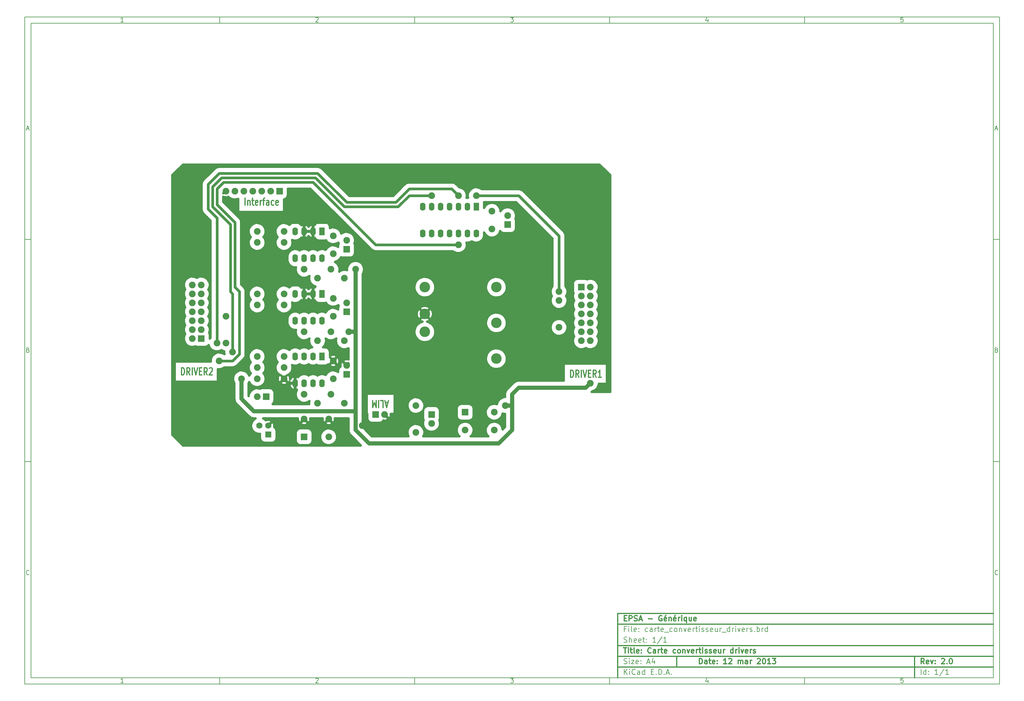
<source format=gtl>
G04 (created by PCBNEW-RS274X (2012-01-19 BZR 3256)-stable) date 12/03/2013 15:27:15*
G01*
G70*
G90*
%MOIN*%
G04 Gerber Fmt 3.4, Leading zero omitted, Abs format*
%FSLAX34Y34*%
G04 APERTURE LIST*
%ADD10C,0.006000*%
%ADD11C,0.012000*%
%ADD12R,0.062000X0.090000*%
%ADD13O,0.062000X0.090000*%
%ADD14C,0.075000*%
%ADD15R,0.075000X0.075000*%
%ADD16R,0.070000X0.070000*%
%ADD17C,0.070000*%
%ADD18C,0.118100*%
%ADD19C,0.030000*%
%ADD20C,0.045000*%
%ADD21C,0.025000*%
G04 APERTURE END LIST*
G54D10*
X04000Y-04000D02*
X113000Y-04000D01*
X113000Y-78670D01*
X04000Y-78670D01*
X04000Y-04000D01*
X04700Y-04700D02*
X112300Y-04700D01*
X112300Y-77970D01*
X04700Y-77970D01*
X04700Y-04700D01*
X25800Y-04000D02*
X25800Y-04700D01*
X15043Y-04552D02*
X14757Y-04552D01*
X14900Y-04552D02*
X14900Y-04052D01*
X14852Y-04124D01*
X14805Y-04171D01*
X14757Y-04195D01*
X25800Y-78670D02*
X25800Y-77970D01*
X15043Y-78522D02*
X14757Y-78522D01*
X14900Y-78522D02*
X14900Y-78022D01*
X14852Y-78094D01*
X14805Y-78141D01*
X14757Y-78165D01*
X47600Y-04000D02*
X47600Y-04700D01*
X36557Y-04100D02*
X36581Y-04076D01*
X36629Y-04052D01*
X36748Y-04052D01*
X36795Y-04076D01*
X36819Y-04100D01*
X36843Y-04148D01*
X36843Y-04195D01*
X36819Y-04267D01*
X36533Y-04552D01*
X36843Y-04552D01*
X47600Y-78670D02*
X47600Y-77970D01*
X36557Y-78070D02*
X36581Y-78046D01*
X36629Y-78022D01*
X36748Y-78022D01*
X36795Y-78046D01*
X36819Y-78070D01*
X36843Y-78118D01*
X36843Y-78165D01*
X36819Y-78237D01*
X36533Y-78522D01*
X36843Y-78522D01*
X69400Y-04000D02*
X69400Y-04700D01*
X58333Y-04052D02*
X58643Y-04052D01*
X58476Y-04243D01*
X58548Y-04243D01*
X58595Y-04267D01*
X58619Y-04290D01*
X58643Y-04338D01*
X58643Y-04457D01*
X58619Y-04505D01*
X58595Y-04529D01*
X58548Y-04552D01*
X58405Y-04552D01*
X58357Y-04529D01*
X58333Y-04505D01*
X69400Y-78670D02*
X69400Y-77970D01*
X58333Y-78022D02*
X58643Y-78022D01*
X58476Y-78213D01*
X58548Y-78213D01*
X58595Y-78237D01*
X58619Y-78260D01*
X58643Y-78308D01*
X58643Y-78427D01*
X58619Y-78475D01*
X58595Y-78499D01*
X58548Y-78522D01*
X58405Y-78522D01*
X58357Y-78499D01*
X58333Y-78475D01*
X91200Y-04000D02*
X91200Y-04700D01*
X80395Y-04219D02*
X80395Y-04552D01*
X80276Y-04029D02*
X80157Y-04386D01*
X80467Y-04386D01*
X91200Y-78670D02*
X91200Y-77970D01*
X80395Y-78189D02*
X80395Y-78522D01*
X80276Y-77999D02*
X80157Y-78356D01*
X80467Y-78356D01*
X102219Y-04052D02*
X101981Y-04052D01*
X101957Y-04290D01*
X101981Y-04267D01*
X102029Y-04243D01*
X102148Y-04243D01*
X102195Y-04267D01*
X102219Y-04290D01*
X102243Y-04338D01*
X102243Y-04457D01*
X102219Y-04505D01*
X102195Y-04529D01*
X102148Y-04552D01*
X102029Y-04552D01*
X101981Y-04529D01*
X101957Y-04505D01*
X102219Y-78022D02*
X101981Y-78022D01*
X101957Y-78260D01*
X101981Y-78237D01*
X102029Y-78213D01*
X102148Y-78213D01*
X102195Y-78237D01*
X102219Y-78260D01*
X102243Y-78308D01*
X102243Y-78427D01*
X102219Y-78475D01*
X102195Y-78499D01*
X102148Y-78522D01*
X102029Y-78522D01*
X101981Y-78499D01*
X101957Y-78475D01*
X04000Y-28890D02*
X04700Y-28890D01*
X04231Y-16510D02*
X04469Y-16510D01*
X04184Y-16652D02*
X04350Y-16152D01*
X04517Y-16652D01*
X113000Y-28890D02*
X112300Y-28890D01*
X112531Y-16510D02*
X112769Y-16510D01*
X112484Y-16652D02*
X112650Y-16152D01*
X112817Y-16652D01*
X04000Y-53780D02*
X04700Y-53780D01*
X04386Y-41280D02*
X04457Y-41304D01*
X04481Y-41328D01*
X04505Y-41376D01*
X04505Y-41447D01*
X04481Y-41495D01*
X04457Y-41519D01*
X04410Y-41542D01*
X04219Y-41542D01*
X04219Y-41042D01*
X04386Y-41042D01*
X04433Y-41066D01*
X04457Y-41090D01*
X04481Y-41138D01*
X04481Y-41185D01*
X04457Y-41233D01*
X04433Y-41257D01*
X04386Y-41280D01*
X04219Y-41280D01*
X113000Y-53780D02*
X112300Y-53780D01*
X112686Y-41280D02*
X112757Y-41304D01*
X112781Y-41328D01*
X112805Y-41376D01*
X112805Y-41447D01*
X112781Y-41495D01*
X112757Y-41519D01*
X112710Y-41542D01*
X112519Y-41542D01*
X112519Y-41042D01*
X112686Y-41042D01*
X112733Y-41066D01*
X112757Y-41090D01*
X112781Y-41138D01*
X112781Y-41185D01*
X112757Y-41233D01*
X112733Y-41257D01*
X112686Y-41280D01*
X112519Y-41280D01*
X04505Y-66385D02*
X04481Y-66409D01*
X04410Y-66432D01*
X04362Y-66432D01*
X04290Y-66409D01*
X04243Y-66361D01*
X04219Y-66313D01*
X04195Y-66218D01*
X04195Y-66147D01*
X04219Y-66051D01*
X04243Y-66004D01*
X04290Y-65956D01*
X04362Y-65932D01*
X04410Y-65932D01*
X04481Y-65956D01*
X04505Y-65980D01*
X112805Y-66385D02*
X112781Y-66409D01*
X112710Y-66432D01*
X112662Y-66432D01*
X112590Y-66409D01*
X112543Y-66361D01*
X112519Y-66313D01*
X112495Y-66218D01*
X112495Y-66147D01*
X112519Y-66051D01*
X112543Y-66004D01*
X112590Y-65956D01*
X112662Y-65932D01*
X112710Y-65932D01*
X112781Y-65956D01*
X112805Y-65980D01*
G54D11*
X79443Y-76413D02*
X79443Y-75813D01*
X79586Y-75813D01*
X79671Y-75841D01*
X79729Y-75899D01*
X79757Y-75956D01*
X79786Y-76070D01*
X79786Y-76156D01*
X79757Y-76270D01*
X79729Y-76327D01*
X79671Y-76384D01*
X79586Y-76413D01*
X79443Y-76413D01*
X80300Y-76413D02*
X80300Y-76099D01*
X80271Y-76041D01*
X80214Y-76013D01*
X80100Y-76013D01*
X80043Y-76041D01*
X80300Y-76384D02*
X80243Y-76413D01*
X80100Y-76413D01*
X80043Y-76384D01*
X80014Y-76327D01*
X80014Y-76270D01*
X80043Y-76213D01*
X80100Y-76184D01*
X80243Y-76184D01*
X80300Y-76156D01*
X80500Y-76013D02*
X80729Y-76013D01*
X80586Y-75813D02*
X80586Y-76327D01*
X80614Y-76384D01*
X80672Y-76413D01*
X80729Y-76413D01*
X81157Y-76384D02*
X81100Y-76413D01*
X80986Y-76413D01*
X80929Y-76384D01*
X80900Y-76327D01*
X80900Y-76099D01*
X80929Y-76041D01*
X80986Y-76013D01*
X81100Y-76013D01*
X81157Y-76041D01*
X81186Y-76099D01*
X81186Y-76156D01*
X80900Y-76213D01*
X81443Y-76356D02*
X81471Y-76384D01*
X81443Y-76413D01*
X81414Y-76384D01*
X81443Y-76356D01*
X81443Y-76413D01*
X81443Y-76041D02*
X81471Y-76070D01*
X81443Y-76099D01*
X81414Y-76070D01*
X81443Y-76041D01*
X81443Y-76099D01*
X82500Y-76413D02*
X82157Y-76413D01*
X82329Y-76413D02*
X82329Y-75813D01*
X82272Y-75899D01*
X82214Y-75956D01*
X82157Y-75984D01*
X82728Y-75870D02*
X82757Y-75841D01*
X82814Y-75813D01*
X82957Y-75813D01*
X83014Y-75841D01*
X83043Y-75870D01*
X83071Y-75927D01*
X83071Y-75984D01*
X83043Y-76070D01*
X82700Y-76413D01*
X83071Y-76413D01*
X83785Y-76413D02*
X83785Y-76013D01*
X83785Y-76070D02*
X83813Y-76041D01*
X83871Y-76013D01*
X83956Y-76013D01*
X84013Y-76041D01*
X84042Y-76099D01*
X84042Y-76413D01*
X84042Y-76099D02*
X84071Y-76041D01*
X84128Y-76013D01*
X84213Y-76013D01*
X84271Y-76041D01*
X84299Y-76099D01*
X84299Y-76413D01*
X84842Y-76413D02*
X84842Y-76099D01*
X84813Y-76041D01*
X84756Y-76013D01*
X84642Y-76013D01*
X84585Y-76041D01*
X84842Y-76384D02*
X84785Y-76413D01*
X84642Y-76413D01*
X84585Y-76384D01*
X84556Y-76327D01*
X84556Y-76270D01*
X84585Y-76213D01*
X84642Y-76184D01*
X84785Y-76184D01*
X84842Y-76156D01*
X85128Y-76413D02*
X85128Y-76013D01*
X85128Y-76127D02*
X85156Y-76070D01*
X85185Y-76041D01*
X85242Y-76013D01*
X85299Y-76013D01*
X85927Y-75870D02*
X85956Y-75841D01*
X86013Y-75813D01*
X86156Y-75813D01*
X86213Y-75841D01*
X86242Y-75870D01*
X86270Y-75927D01*
X86270Y-75984D01*
X86242Y-76070D01*
X85899Y-76413D01*
X86270Y-76413D01*
X86641Y-75813D02*
X86698Y-75813D01*
X86755Y-75841D01*
X86784Y-75870D01*
X86813Y-75927D01*
X86841Y-76041D01*
X86841Y-76184D01*
X86813Y-76299D01*
X86784Y-76356D01*
X86755Y-76384D01*
X86698Y-76413D01*
X86641Y-76413D01*
X86584Y-76384D01*
X86555Y-76356D01*
X86527Y-76299D01*
X86498Y-76184D01*
X86498Y-76041D01*
X86527Y-75927D01*
X86555Y-75870D01*
X86584Y-75841D01*
X86641Y-75813D01*
X87412Y-76413D02*
X87069Y-76413D01*
X87241Y-76413D02*
X87241Y-75813D01*
X87184Y-75899D01*
X87126Y-75956D01*
X87069Y-75984D01*
X87612Y-75813D02*
X87983Y-75813D01*
X87783Y-76041D01*
X87869Y-76041D01*
X87926Y-76070D01*
X87955Y-76099D01*
X87983Y-76156D01*
X87983Y-76299D01*
X87955Y-76356D01*
X87926Y-76384D01*
X87869Y-76413D01*
X87697Y-76413D01*
X87640Y-76384D01*
X87612Y-76356D01*
G54D10*
X71043Y-77613D02*
X71043Y-77013D01*
X71386Y-77613D02*
X71129Y-77270D01*
X71386Y-77013D02*
X71043Y-77356D01*
X71643Y-77613D02*
X71643Y-77213D01*
X71643Y-77013D02*
X71614Y-77041D01*
X71643Y-77070D01*
X71671Y-77041D01*
X71643Y-77013D01*
X71643Y-77070D01*
X72272Y-77556D02*
X72243Y-77584D01*
X72157Y-77613D01*
X72100Y-77613D01*
X72015Y-77584D01*
X71957Y-77527D01*
X71929Y-77470D01*
X71900Y-77356D01*
X71900Y-77270D01*
X71929Y-77156D01*
X71957Y-77099D01*
X72015Y-77041D01*
X72100Y-77013D01*
X72157Y-77013D01*
X72243Y-77041D01*
X72272Y-77070D01*
X72786Y-77613D02*
X72786Y-77299D01*
X72757Y-77241D01*
X72700Y-77213D01*
X72586Y-77213D01*
X72529Y-77241D01*
X72786Y-77584D02*
X72729Y-77613D01*
X72586Y-77613D01*
X72529Y-77584D01*
X72500Y-77527D01*
X72500Y-77470D01*
X72529Y-77413D01*
X72586Y-77384D01*
X72729Y-77384D01*
X72786Y-77356D01*
X73329Y-77613D02*
X73329Y-77013D01*
X73329Y-77584D02*
X73272Y-77613D01*
X73158Y-77613D01*
X73100Y-77584D01*
X73072Y-77556D01*
X73043Y-77499D01*
X73043Y-77327D01*
X73072Y-77270D01*
X73100Y-77241D01*
X73158Y-77213D01*
X73272Y-77213D01*
X73329Y-77241D01*
X74072Y-77299D02*
X74272Y-77299D01*
X74358Y-77613D02*
X74072Y-77613D01*
X74072Y-77013D01*
X74358Y-77013D01*
X74615Y-77556D02*
X74643Y-77584D01*
X74615Y-77613D01*
X74586Y-77584D01*
X74615Y-77556D01*
X74615Y-77613D01*
X74901Y-77613D02*
X74901Y-77013D01*
X75044Y-77013D01*
X75129Y-77041D01*
X75187Y-77099D01*
X75215Y-77156D01*
X75244Y-77270D01*
X75244Y-77356D01*
X75215Y-77470D01*
X75187Y-77527D01*
X75129Y-77584D01*
X75044Y-77613D01*
X74901Y-77613D01*
X75501Y-77556D02*
X75529Y-77584D01*
X75501Y-77613D01*
X75472Y-77584D01*
X75501Y-77556D01*
X75501Y-77613D01*
X75758Y-77441D02*
X76044Y-77441D01*
X75701Y-77613D02*
X75901Y-77013D01*
X76101Y-77613D01*
X76301Y-77556D02*
X76329Y-77584D01*
X76301Y-77613D01*
X76272Y-77584D01*
X76301Y-77556D01*
X76301Y-77613D01*
G54D11*
X104586Y-76413D02*
X104386Y-76127D01*
X104243Y-76413D02*
X104243Y-75813D01*
X104471Y-75813D01*
X104529Y-75841D01*
X104557Y-75870D01*
X104586Y-75927D01*
X104586Y-76013D01*
X104557Y-76070D01*
X104529Y-76099D01*
X104471Y-76127D01*
X104243Y-76127D01*
X105071Y-76384D02*
X105014Y-76413D01*
X104900Y-76413D01*
X104843Y-76384D01*
X104814Y-76327D01*
X104814Y-76099D01*
X104843Y-76041D01*
X104900Y-76013D01*
X105014Y-76013D01*
X105071Y-76041D01*
X105100Y-76099D01*
X105100Y-76156D01*
X104814Y-76213D01*
X105300Y-76013D02*
X105443Y-76413D01*
X105585Y-76013D01*
X105814Y-76356D02*
X105842Y-76384D01*
X105814Y-76413D01*
X105785Y-76384D01*
X105814Y-76356D01*
X105814Y-76413D01*
X105814Y-76041D02*
X105842Y-76070D01*
X105814Y-76099D01*
X105785Y-76070D01*
X105814Y-76041D01*
X105814Y-76099D01*
X106528Y-75870D02*
X106557Y-75841D01*
X106614Y-75813D01*
X106757Y-75813D01*
X106814Y-75841D01*
X106843Y-75870D01*
X106871Y-75927D01*
X106871Y-75984D01*
X106843Y-76070D01*
X106500Y-76413D01*
X106871Y-76413D01*
X107128Y-76356D02*
X107156Y-76384D01*
X107128Y-76413D01*
X107099Y-76384D01*
X107128Y-76356D01*
X107128Y-76413D01*
X107528Y-75813D02*
X107585Y-75813D01*
X107642Y-75841D01*
X107671Y-75870D01*
X107700Y-75927D01*
X107728Y-76041D01*
X107728Y-76184D01*
X107700Y-76299D01*
X107671Y-76356D01*
X107642Y-76384D01*
X107585Y-76413D01*
X107528Y-76413D01*
X107471Y-76384D01*
X107442Y-76356D01*
X107414Y-76299D01*
X107385Y-76184D01*
X107385Y-76041D01*
X107414Y-75927D01*
X107442Y-75870D01*
X107471Y-75841D01*
X107528Y-75813D01*
G54D10*
X71014Y-76384D02*
X71100Y-76413D01*
X71243Y-76413D01*
X71300Y-76384D01*
X71329Y-76356D01*
X71357Y-76299D01*
X71357Y-76241D01*
X71329Y-76184D01*
X71300Y-76156D01*
X71243Y-76127D01*
X71129Y-76099D01*
X71071Y-76070D01*
X71043Y-76041D01*
X71014Y-75984D01*
X71014Y-75927D01*
X71043Y-75870D01*
X71071Y-75841D01*
X71129Y-75813D01*
X71271Y-75813D01*
X71357Y-75841D01*
X71614Y-76413D02*
X71614Y-76013D01*
X71614Y-75813D02*
X71585Y-75841D01*
X71614Y-75870D01*
X71642Y-75841D01*
X71614Y-75813D01*
X71614Y-75870D01*
X71843Y-76013D02*
X72157Y-76013D01*
X71843Y-76413D01*
X72157Y-76413D01*
X72614Y-76384D02*
X72557Y-76413D01*
X72443Y-76413D01*
X72386Y-76384D01*
X72357Y-76327D01*
X72357Y-76099D01*
X72386Y-76041D01*
X72443Y-76013D01*
X72557Y-76013D01*
X72614Y-76041D01*
X72643Y-76099D01*
X72643Y-76156D01*
X72357Y-76213D01*
X72900Y-76356D02*
X72928Y-76384D01*
X72900Y-76413D01*
X72871Y-76384D01*
X72900Y-76356D01*
X72900Y-76413D01*
X72900Y-76041D02*
X72928Y-76070D01*
X72900Y-76099D01*
X72871Y-76070D01*
X72900Y-76041D01*
X72900Y-76099D01*
X73614Y-76241D02*
X73900Y-76241D01*
X73557Y-76413D02*
X73757Y-75813D01*
X73957Y-76413D01*
X74414Y-76013D02*
X74414Y-76413D01*
X74271Y-75784D02*
X74128Y-76213D01*
X74500Y-76213D01*
X104243Y-77613D02*
X104243Y-77013D01*
X104786Y-77613D02*
X104786Y-77013D01*
X104786Y-77584D02*
X104729Y-77613D01*
X104615Y-77613D01*
X104557Y-77584D01*
X104529Y-77556D01*
X104500Y-77499D01*
X104500Y-77327D01*
X104529Y-77270D01*
X104557Y-77241D01*
X104615Y-77213D01*
X104729Y-77213D01*
X104786Y-77241D01*
X105072Y-77556D02*
X105100Y-77584D01*
X105072Y-77613D01*
X105043Y-77584D01*
X105072Y-77556D01*
X105072Y-77613D01*
X105072Y-77241D02*
X105100Y-77270D01*
X105072Y-77299D01*
X105043Y-77270D01*
X105072Y-77241D01*
X105072Y-77299D01*
X106129Y-77613D02*
X105786Y-77613D01*
X105958Y-77613D02*
X105958Y-77013D01*
X105901Y-77099D01*
X105843Y-77156D01*
X105786Y-77184D01*
X106814Y-76984D02*
X106300Y-77756D01*
X107329Y-77613D02*
X106986Y-77613D01*
X107158Y-77613D02*
X107158Y-77013D01*
X107101Y-77099D01*
X107043Y-77156D01*
X106986Y-77184D01*
G54D11*
X70957Y-74613D02*
X71300Y-74613D01*
X71129Y-75213D02*
X71129Y-74613D01*
X71500Y-75213D02*
X71500Y-74813D01*
X71500Y-74613D02*
X71471Y-74641D01*
X71500Y-74670D01*
X71528Y-74641D01*
X71500Y-74613D01*
X71500Y-74670D01*
X71700Y-74813D02*
X71929Y-74813D01*
X71786Y-74613D02*
X71786Y-75127D01*
X71814Y-75184D01*
X71872Y-75213D01*
X71929Y-75213D01*
X72215Y-75213D02*
X72157Y-75184D01*
X72129Y-75127D01*
X72129Y-74613D01*
X72671Y-75184D02*
X72614Y-75213D01*
X72500Y-75213D01*
X72443Y-75184D01*
X72414Y-75127D01*
X72414Y-74899D01*
X72443Y-74841D01*
X72500Y-74813D01*
X72614Y-74813D01*
X72671Y-74841D01*
X72700Y-74899D01*
X72700Y-74956D01*
X72414Y-75013D01*
X72957Y-75156D02*
X72985Y-75184D01*
X72957Y-75213D01*
X72928Y-75184D01*
X72957Y-75156D01*
X72957Y-75213D01*
X72957Y-74841D02*
X72985Y-74870D01*
X72957Y-74899D01*
X72928Y-74870D01*
X72957Y-74841D01*
X72957Y-74899D01*
X74043Y-75156D02*
X74014Y-75184D01*
X73928Y-75213D01*
X73871Y-75213D01*
X73786Y-75184D01*
X73728Y-75127D01*
X73700Y-75070D01*
X73671Y-74956D01*
X73671Y-74870D01*
X73700Y-74756D01*
X73728Y-74699D01*
X73786Y-74641D01*
X73871Y-74613D01*
X73928Y-74613D01*
X74014Y-74641D01*
X74043Y-74670D01*
X74557Y-75213D02*
X74557Y-74899D01*
X74528Y-74841D01*
X74471Y-74813D01*
X74357Y-74813D01*
X74300Y-74841D01*
X74557Y-75184D02*
X74500Y-75213D01*
X74357Y-75213D01*
X74300Y-75184D01*
X74271Y-75127D01*
X74271Y-75070D01*
X74300Y-75013D01*
X74357Y-74984D01*
X74500Y-74984D01*
X74557Y-74956D01*
X74843Y-75213D02*
X74843Y-74813D01*
X74843Y-74927D02*
X74871Y-74870D01*
X74900Y-74841D01*
X74957Y-74813D01*
X75014Y-74813D01*
X75128Y-74813D02*
X75357Y-74813D01*
X75214Y-74613D02*
X75214Y-75127D01*
X75242Y-75184D01*
X75300Y-75213D01*
X75357Y-75213D01*
X75785Y-75184D02*
X75728Y-75213D01*
X75614Y-75213D01*
X75557Y-75184D01*
X75528Y-75127D01*
X75528Y-74899D01*
X75557Y-74841D01*
X75614Y-74813D01*
X75728Y-74813D01*
X75785Y-74841D01*
X75814Y-74899D01*
X75814Y-74956D01*
X75528Y-75013D01*
X76785Y-75184D02*
X76728Y-75213D01*
X76614Y-75213D01*
X76556Y-75184D01*
X76528Y-75156D01*
X76499Y-75099D01*
X76499Y-74927D01*
X76528Y-74870D01*
X76556Y-74841D01*
X76614Y-74813D01*
X76728Y-74813D01*
X76785Y-74841D01*
X77128Y-75213D02*
X77070Y-75184D01*
X77042Y-75156D01*
X77013Y-75099D01*
X77013Y-74927D01*
X77042Y-74870D01*
X77070Y-74841D01*
X77128Y-74813D01*
X77213Y-74813D01*
X77270Y-74841D01*
X77299Y-74870D01*
X77328Y-74927D01*
X77328Y-75099D01*
X77299Y-75156D01*
X77270Y-75184D01*
X77213Y-75213D01*
X77128Y-75213D01*
X77585Y-74813D02*
X77585Y-75213D01*
X77585Y-74870D02*
X77613Y-74841D01*
X77671Y-74813D01*
X77756Y-74813D01*
X77813Y-74841D01*
X77842Y-74899D01*
X77842Y-75213D01*
X78071Y-74813D02*
X78214Y-75213D01*
X78356Y-74813D01*
X78813Y-75184D02*
X78756Y-75213D01*
X78642Y-75213D01*
X78585Y-75184D01*
X78556Y-75127D01*
X78556Y-74899D01*
X78585Y-74841D01*
X78642Y-74813D01*
X78756Y-74813D01*
X78813Y-74841D01*
X78842Y-74899D01*
X78842Y-74956D01*
X78556Y-75013D01*
X79099Y-75213D02*
X79099Y-74813D01*
X79099Y-74927D02*
X79127Y-74870D01*
X79156Y-74841D01*
X79213Y-74813D01*
X79270Y-74813D01*
X79384Y-74813D02*
X79613Y-74813D01*
X79470Y-74613D02*
X79470Y-75127D01*
X79498Y-75184D01*
X79556Y-75213D01*
X79613Y-75213D01*
X79813Y-75213D02*
X79813Y-74813D01*
X79813Y-74613D02*
X79784Y-74641D01*
X79813Y-74670D01*
X79841Y-74641D01*
X79813Y-74613D01*
X79813Y-74670D01*
X80070Y-75184D02*
X80127Y-75213D01*
X80242Y-75213D01*
X80299Y-75184D01*
X80327Y-75127D01*
X80327Y-75099D01*
X80299Y-75041D01*
X80242Y-75013D01*
X80156Y-75013D01*
X80099Y-74984D01*
X80070Y-74927D01*
X80070Y-74899D01*
X80099Y-74841D01*
X80156Y-74813D01*
X80242Y-74813D01*
X80299Y-74841D01*
X80556Y-75184D02*
X80613Y-75213D01*
X80728Y-75213D01*
X80785Y-75184D01*
X80813Y-75127D01*
X80813Y-75099D01*
X80785Y-75041D01*
X80728Y-75013D01*
X80642Y-75013D01*
X80585Y-74984D01*
X80556Y-74927D01*
X80556Y-74899D01*
X80585Y-74841D01*
X80642Y-74813D01*
X80728Y-74813D01*
X80785Y-74841D01*
X81299Y-75184D02*
X81242Y-75213D01*
X81128Y-75213D01*
X81071Y-75184D01*
X81042Y-75127D01*
X81042Y-74899D01*
X81071Y-74841D01*
X81128Y-74813D01*
X81242Y-74813D01*
X81299Y-74841D01*
X81328Y-74899D01*
X81328Y-74956D01*
X81042Y-75013D01*
X81842Y-74813D02*
X81842Y-75213D01*
X81585Y-74813D02*
X81585Y-75127D01*
X81613Y-75184D01*
X81671Y-75213D01*
X81756Y-75213D01*
X81813Y-75184D01*
X81842Y-75156D01*
X82128Y-75213D02*
X82128Y-74813D01*
X82128Y-74927D02*
X82156Y-74870D01*
X82185Y-74841D01*
X82242Y-74813D01*
X82299Y-74813D01*
X83213Y-75213D02*
X83213Y-74613D01*
X83213Y-75184D02*
X83156Y-75213D01*
X83042Y-75213D01*
X82984Y-75184D01*
X82956Y-75156D01*
X82927Y-75099D01*
X82927Y-74927D01*
X82956Y-74870D01*
X82984Y-74841D01*
X83042Y-74813D01*
X83156Y-74813D01*
X83213Y-74841D01*
X83499Y-75213D02*
X83499Y-74813D01*
X83499Y-74927D02*
X83527Y-74870D01*
X83556Y-74841D01*
X83613Y-74813D01*
X83670Y-74813D01*
X83870Y-75213D02*
X83870Y-74813D01*
X83870Y-74613D02*
X83841Y-74641D01*
X83870Y-74670D01*
X83898Y-74641D01*
X83870Y-74613D01*
X83870Y-74670D01*
X84099Y-74813D02*
X84242Y-75213D01*
X84384Y-74813D01*
X84841Y-75184D02*
X84784Y-75213D01*
X84670Y-75213D01*
X84613Y-75184D01*
X84584Y-75127D01*
X84584Y-74899D01*
X84613Y-74841D01*
X84670Y-74813D01*
X84784Y-74813D01*
X84841Y-74841D01*
X84870Y-74899D01*
X84870Y-74956D01*
X84584Y-75013D01*
X85127Y-75213D02*
X85127Y-74813D01*
X85127Y-74927D02*
X85155Y-74870D01*
X85184Y-74841D01*
X85241Y-74813D01*
X85298Y-74813D01*
X85469Y-75184D02*
X85526Y-75213D01*
X85641Y-75213D01*
X85698Y-75184D01*
X85726Y-75127D01*
X85726Y-75099D01*
X85698Y-75041D01*
X85641Y-75013D01*
X85555Y-75013D01*
X85498Y-74984D01*
X85469Y-74927D01*
X85469Y-74899D01*
X85498Y-74841D01*
X85555Y-74813D01*
X85641Y-74813D01*
X85698Y-74841D01*
G54D10*
X71243Y-72499D02*
X71043Y-72499D01*
X71043Y-72813D02*
X71043Y-72213D01*
X71329Y-72213D01*
X71557Y-72813D02*
X71557Y-72413D01*
X71557Y-72213D02*
X71528Y-72241D01*
X71557Y-72270D01*
X71585Y-72241D01*
X71557Y-72213D01*
X71557Y-72270D01*
X71929Y-72813D02*
X71871Y-72784D01*
X71843Y-72727D01*
X71843Y-72213D01*
X72385Y-72784D02*
X72328Y-72813D01*
X72214Y-72813D01*
X72157Y-72784D01*
X72128Y-72727D01*
X72128Y-72499D01*
X72157Y-72441D01*
X72214Y-72413D01*
X72328Y-72413D01*
X72385Y-72441D01*
X72414Y-72499D01*
X72414Y-72556D01*
X72128Y-72613D01*
X72671Y-72756D02*
X72699Y-72784D01*
X72671Y-72813D01*
X72642Y-72784D01*
X72671Y-72756D01*
X72671Y-72813D01*
X72671Y-72441D02*
X72699Y-72470D01*
X72671Y-72499D01*
X72642Y-72470D01*
X72671Y-72441D01*
X72671Y-72499D01*
X73671Y-72784D02*
X73614Y-72813D01*
X73500Y-72813D01*
X73442Y-72784D01*
X73414Y-72756D01*
X73385Y-72699D01*
X73385Y-72527D01*
X73414Y-72470D01*
X73442Y-72441D01*
X73500Y-72413D01*
X73614Y-72413D01*
X73671Y-72441D01*
X74185Y-72813D02*
X74185Y-72499D01*
X74156Y-72441D01*
X74099Y-72413D01*
X73985Y-72413D01*
X73928Y-72441D01*
X74185Y-72784D02*
X74128Y-72813D01*
X73985Y-72813D01*
X73928Y-72784D01*
X73899Y-72727D01*
X73899Y-72670D01*
X73928Y-72613D01*
X73985Y-72584D01*
X74128Y-72584D01*
X74185Y-72556D01*
X74471Y-72813D02*
X74471Y-72413D01*
X74471Y-72527D02*
X74499Y-72470D01*
X74528Y-72441D01*
X74585Y-72413D01*
X74642Y-72413D01*
X74756Y-72413D02*
X74985Y-72413D01*
X74842Y-72213D02*
X74842Y-72727D01*
X74870Y-72784D01*
X74928Y-72813D01*
X74985Y-72813D01*
X75413Y-72784D02*
X75356Y-72813D01*
X75242Y-72813D01*
X75185Y-72784D01*
X75156Y-72727D01*
X75156Y-72499D01*
X75185Y-72441D01*
X75242Y-72413D01*
X75356Y-72413D01*
X75413Y-72441D01*
X75442Y-72499D01*
X75442Y-72556D01*
X75156Y-72613D01*
X75556Y-72870D02*
X76013Y-72870D01*
X76413Y-72784D02*
X76356Y-72813D01*
X76242Y-72813D01*
X76184Y-72784D01*
X76156Y-72756D01*
X76127Y-72699D01*
X76127Y-72527D01*
X76156Y-72470D01*
X76184Y-72441D01*
X76242Y-72413D01*
X76356Y-72413D01*
X76413Y-72441D01*
X76756Y-72813D02*
X76698Y-72784D01*
X76670Y-72756D01*
X76641Y-72699D01*
X76641Y-72527D01*
X76670Y-72470D01*
X76698Y-72441D01*
X76756Y-72413D01*
X76841Y-72413D01*
X76898Y-72441D01*
X76927Y-72470D01*
X76956Y-72527D01*
X76956Y-72699D01*
X76927Y-72756D01*
X76898Y-72784D01*
X76841Y-72813D01*
X76756Y-72813D01*
X77213Y-72413D02*
X77213Y-72813D01*
X77213Y-72470D02*
X77241Y-72441D01*
X77299Y-72413D01*
X77384Y-72413D01*
X77441Y-72441D01*
X77470Y-72499D01*
X77470Y-72813D01*
X77699Y-72413D02*
X77842Y-72813D01*
X77984Y-72413D01*
X78441Y-72784D02*
X78384Y-72813D01*
X78270Y-72813D01*
X78213Y-72784D01*
X78184Y-72727D01*
X78184Y-72499D01*
X78213Y-72441D01*
X78270Y-72413D01*
X78384Y-72413D01*
X78441Y-72441D01*
X78470Y-72499D01*
X78470Y-72556D01*
X78184Y-72613D01*
X78727Y-72813D02*
X78727Y-72413D01*
X78727Y-72527D02*
X78755Y-72470D01*
X78784Y-72441D01*
X78841Y-72413D01*
X78898Y-72413D01*
X79012Y-72413D02*
X79241Y-72413D01*
X79098Y-72213D02*
X79098Y-72727D01*
X79126Y-72784D01*
X79184Y-72813D01*
X79241Y-72813D01*
X79441Y-72813D02*
X79441Y-72413D01*
X79441Y-72213D02*
X79412Y-72241D01*
X79441Y-72270D01*
X79469Y-72241D01*
X79441Y-72213D01*
X79441Y-72270D01*
X79698Y-72784D02*
X79755Y-72813D01*
X79870Y-72813D01*
X79927Y-72784D01*
X79955Y-72727D01*
X79955Y-72699D01*
X79927Y-72641D01*
X79870Y-72613D01*
X79784Y-72613D01*
X79727Y-72584D01*
X79698Y-72527D01*
X79698Y-72499D01*
X79727Y-72441D01*
X79784Y-72413D01*
X79870Y-72413D01*
X79927Y-72441D01*
X80184Y-72784D02*
X80241Y-72813D01*
X80356Y-72813D01*
X80413Y-72784D01*
X80441Y-72727D01*
X80441Y-72699D01*
X80413Y-72641D01*
X80356Y-72613D01*
X80270Y-72613D01*
X80213Y-72584D01*
X80184Y-72527D01*
X80184Y-72499D01*
X80213Y-72441D01*
X80270Y-72413D01*
X80356Y-72413D01*
X80413Y-72441D01*
X80927Y-72784D02*
X80870Y-72813D01*
X80756Y-72813D01*
X80699Y-72784D01*
X80670Y-72727D01*
X80670Y-72499D01*
X80699Y-72441D01*
X80756Y-72413D01*
X80870Y-72413D01*
X80927Y-72441D01*
X80956Y-72499D01*
X80956Y-72556D01*
X80670Y-72613D01*
X81470Y-72413D02*
X81470Y-72813D01*
X81213Y-72413D02*
X81213Y-72727D01*
X81241Y-72784D01*
X81299Y-72813D01*
X81384Y-72813D01*
X81441Y-72784D01*
X81470Y-72756D01*
X81756Y-72813D02*
X81756Y-72413D01*
X81756Y-72527D02*
X81784Y-72470D01*
X81813Y-72441D01*
X81870Y-72413D01*
X81927Y-72413D01*
X81984Y-72870D02*
X82441Y-72870D01*
X82841Y-72813D02*
X82841Y-72213D01*
X82841Y-72784D02*
X82784Y-72813D01*
X82670Y-72813D01*
X82612Y-72784D01*
X82584Y-72756D01*
X82555Y-72699D01*
X82555Y-72527D01*
X82584Y-72470D01*
X82612Y-72441D01*
X82670Y-72413D01*
X82784Y-72413D01*
X82841Y-72441D01*
X83127Y-72813D02*
X83127Y-72413D01*
X83127Y-72527D02*
X83155Y-72470D01*
X83184Y-72441D01*
X83241Y-72413D01*
X83298Y-72413D01*
X83498Y-72813D02*
X83498Y-72413D01*
X83498Y-72213D02*
X83469Y-72241D01*
X83498Y-72270D01*
X83526Y-72241D01*
X83498Y-72213D01*
X83498Y-72270D01*
X83727Y-72413D02*
X83870Y-72813D01*
X84012Y-72413D01*
X84469Y-72784D02*
X84412Y-72813D01*
X84298Y-72813D01*
X84241Y-72784D01*
X84212Y-72727D01*
X84212Y-72499D01*
X84241Y-72441D01*
X84298Y-72413D01*
X84412Y-72413D01*
X84469Y-72441D01*
X84498Y-72499D01*
X84498Y-72556D01*
X84212Y-72613D01*
X84755Y-72813D02*
X84755Y-72413D01*
X84755Y-72527D02*
X84783Y-72470D01*
X84812Y-72441D01*
X84869Y-72413D01*
X84926Y-72413D01*
X85097Y-72784D02*
X85154Y-72813D01*
X85269Y-72813D01*
X85326Y-72784D01*
X85354Y-72727D01*
X85354Y-72699D01*
X85326Y-72641D01*
X85269Y-72613D01*
X85183Y-72613D01*
X85126Y-72584D01*
X85097Y-72527D01*
X85097Y-72499D01*
X85126Y-72441D01*
X85183Y-72413D01*
X85269Y-72413D01*
X85326Y-72441D01*
X85612Y-72756D02*
X85640Y-72784D01*
X85612Y-72813D01*
X85583Y-72784D01*
X85612Y-72756D01*
X85612Y-72813D01*
X85898Y-72813D02*
X85898Y-72213D01*
X85898Y-72441D02*
X85955Y-72413D01*
X86069Y-72413D01*
X86126Y-72441D01*
X86155Y-72470D01*
X86184Y-72527D01*
X86184Y-72699D01*
X86155Y-72756D01*
X86126Y-72784D01*
X86069Y-72813D01*
X85955Y-72813D01*
X85898Y-72784D01*
X86441Y-72813D02*
X86441Y-72413D01*
X86441Y-72527D02*
X86469Y-72470D01*
X86498Y-72441D01*
X86555Y-72413D01*
X86612Y-72413D01*
X87069Y-72813D02*
X87069Y-72213D01*
X87069Y-72784D02*
X87012Y-72813D01*
X86898Y-72813D01*
X86840Y-72784D01*
X86812Y-72756D01*
X86783Y-72699D01*
X86783Y-72527D01*
X86812Y-72470D01*
X86840Y-72441D01*
X86898Y-72413D01*
X87012Y-72413D01*
X87069Y-72441D01*
X71014Y-73984D02*
X71100Y-74013D01*
X71243Y-74013D01*
X71300Y-73984D01*
X71329Y-73956D01*
X71357Y-73899D01*
X71357Y-73841D01*
X71329Y-73784D01*
X71300Y-73756D01*
X71243Y-73727D01*
X71129Y-73699D01*
X71071Y-73670D01*
X71043Y-73641D01*
X71014Y-73584D01*
X71014Y-73527D01*
X71043Y-73470D01*
X71071Y-73441D01*
X71129Y-73413D01*
X71271Y-73413D01*
X71357Y-73441D01*
X71614Y-74013D02*
X71614Y-73413D01*
X71871Y-74013D02*
X71871Y-73699D01*
X71842Y-73641D01*
X71785Y-73613D01*
X71700Y-73613D01*
X71642Y-73641D01*
X71614Y-73670D01*
X72385Y-73984D02*
X72328Y-74013D01*
X72214Y-74013D01*
X72157Y-73984D01*
X72128Y-73927D01*
X72128Y-73699D01*
X72157Y-73641D01*
X72214Y-73613D01*
X72328Y-73613D01*
X72385Y-73641D01*
X72414Y-73699D01*
X72414Y-73756D01*
X72128Y-73813D01*
X72899Y-73984D02*
X72842Y-74013D01*
X72728Y-74013D01*
X72671Y-73984D01*
X72642Y-73927D01*
X72642Y-73699D01*
X72671Y-73641D01*
X72728Y-73613D01*
X72842Y-73613D01*
X72899Y-73641D01*
X72928Y-73699D01*
X72928Y-73756D01*
X72642Y-73813D01*
X73099Y-73613D02*
X73328Y-73613D01*
X73185Y-73413D02*
X73185Y-73927D01*
X73213Y-73984D01*
X73271Y-74013D01*
X73328Y-74013D01*
X73528Y-73956D02*
X73556Y-73984D01*
X73528Y-74013D01*
X73499Y-73984D01*
X73528Y-73956D01*
X73528Y-74013D01*
X73528Y-73641D02*
X73556Y-73670D01*
X73528Y-73699D01*
X73499Y-73670D01*
X73528Y-73641D01*
X73528Y-73699D01*
X74585Y-74013D02*
X74242Y-74013D01*
X74414Y-74013D02*
X74414Y-73413D01*
X74357Y-73499D01*
X74299Y-73556D01*
X74242Y-73584D01*
X75270Y-73384D02*
X74756Y-74156D01*
X75785Y-74013D02*
X75442Y-74013D01*
X75614Y-74013D02*
X75614Y-73413D01*
X75557Y-73499D01*
X75499Y-73556D01*
X75442Y-73584D01*
G54D11*
X71043Y-71299D02*
X71243Y-71299D01*
X71329Y-71613D02*
X71043Y-71613D01*
X71043Y-71013D01*
X71329Y-71013D01*
X71586Y-71613D02*
X71586Y-71013D01*
X71814Y-71013D01*
X71872Y-71041D01*
X71900Y-71070D01*
X71929Y-71127D01*
X71929Y-71213D01*
X71900Y-71270D01*
X71872Y-71299D01*
X71814Y-71327D01*
X71586Y-71327D01*
X72157Y-71584D02*
X72243Y-71613D01*
X72386Y-71613D01*
X72443Y-71584D01*
X72472Y-71556D01*
X72500Y-71499D01*
X72500Y-71441D01*
X72472Y-71384D01*
X72443Y-71356D01*
X72386Y-71327D01*
X72272Y-71299D01*
X72214Y-71270D01*
X72186Y-71241D01*
X72157Y-71184D01*
X72157Y-71127D01*
X72186Y-71070D01*
X72214Y-71041D01*
X72272Y-71013D01*
X72414Y-71013D01*
X72500Y-71041D01*
X72728Y-71441D02*
X73014Y-71441D01*
X72671Y-71613D02*
X72871Y-71013D01*
X73071Y-71613D01*
X73728Y-71384D02*
X74185Y-71384D01*
X75242Y-71041D02*
X75185Y-71013D01*
X75099Y-71013D01*
X75014Y-71041D01*
X74956Y-71099D01*
X74928Y-71156D01*
X74899Y-71270D01*
X74899Y-71356D01*
X74928Y-71470D01*
X74956Y-71527D01*
X75014Y-71584D01*
X75099Y-71613D01*
X75156Y-71613D01*
X75242Y-71584D01*
X75271Y-71556D01*
X75271Y-71356D01*
X75156Y-71356D01*
X75756Y-71584D02*
X75699Y-71613D01*
X75585Y-71613D01*
X75528Y-71584D01*
X75499Y-71527D01*
X75499Y-71299D01*
X75528Y-71241D01*
X75585Y-71213D01*
X75699Y-71213D01*
X75756Y-71241D01*
X75785Y-71299D01*
X75785Y-71356D01*
X75499Y-71413D01*
X75699Y-70984D02*
X75614Y-71070D01*
X76042Y-71213D02*
X76042Y-71613D01*
X76042Y-71270D02*
X76070Y-71241D01*
X76128Y-71213D01*
X76213Y-71213D01*
X76270Y-71241D01*
X76299Y-71299D01*
X76299Y-71613D01*
X76813Y-71584D02*
X76756Y-71613D01*
X76642Y-71613D01*
X76585Y-71584D01*
X76556Y-71527D01*
X76556Y-71299D01*
X76585Y-71241D01*
X76642Y-71213D01*
X76756Y-71213D01*
X76813Y-71241D01*
X76842Y-71299D01*
X76842Y-71356D01*
X76556Y-71413D01*
X76756Y-70984D02*
X76671Y-71070D01*
X77099Y-71613D02*
X77099Y-71213D01*
X77099Y-71327D02*
X77127Y-71270D01*
X77156Y-71241D01*
X77213Y-71213D01*
X77270Y-71213D01*
X77470Y-71613D02*
X77470Y-71213D01*
X77470Y-71013D02*
X77441Y-71041D01*
X77470Y-71070D01*
X77498Y-71041D01*
X77470Y-71013D01*
X77470Y-71070D01*
X78013Y-71213D02*
X78013Y-71813D01*
X78013Y-71584D02*
X77956Y-71613D01*
X77842Y-71613D01*
X77784Y-71584D01*
X77756Y-71556D01*
X77727Y-71499D01*
X77727Y-71327D01*
X77756Y-71270D01*
X77784Y-71241D01*
X77842Y-71213D01*
X77956Y-71213D01*
X78013Y-71241D01*
X78556Y-71213D02*
X78556Y-71613D01*
X78299Y-71213D02*
X78299Y-71527D01*
X78327Y-71584D01*
X78385Y-71613D01*
X78470Y-71613D01*
X78527Y-71584D01*
X78556Y-71556D01*
X79070Y-71584D02*
X79013Y-71613D01*
X78899Y-71613D01*
X78842Y-71584D01*
X78813Y-71527D01*
X78813Y-71299D01*
X78842Y-71241D01*
X78899Y-71213D01*
X79013Y-71213D01*
X79070Y-71241D01*
X79099Y-71299D01*
X79099Y-71356D01*
X78813Y-71413D01*
X70300Y-70770D02*
X70300Y-77970D01*
X70300Y-71970D02*
X112300Y-71970D01*
X70300Y-70770D02*
X112300Y-70770D01*
X70300Y-74370D02*
X112300Y-74370D01*
X103500Y-75570D02*
X103500Y-77970D01*
X70300Y-76770D02*
X112300Y-76770D01*
X70300Y-75570D02*
X112300Y-75570D01*
X76900Y-75570D02*
X76900Y-76770D01*
X28658Y-25074D02*
X28658Y-24274D01*
X28944Y-24540D02*
X28944Y-25074D01*
X28944Y-24617D02*
X28972Y-24579D01*
X29030Y-24540D01*
X29115Y-24540D01*
X29172Y-24579D01*
X29201Y-24655D01*
X29201Y-25074D01*
X29401Y-24540D02*
X29630Y-24540D01*
X29487Y-24274D02*
X29487Y-24960D01*
X29515Y-25036D01*
X29573Y-25074D01*
X29630Y-25074D01*
X30058Y-25036D02*
X30001Y-25074D01*
X29887Y-25074D01*
X29830Y-25036D01*
X29801Y-24960D01*
X29801Y-24655D01*
X29830Y-24579D01*
X29887Y-24540D01*
X30001Y-24540D01*
X30058Y-24579D01*
X30087Y-24655D01*
X30087Y-24731D01*
X29801Y-24807D01*
X30344Y-25074D02*
X30344Y-24540D01*
X30344Y-24693D02*
X30372Y-24617D01*
X30401Y-24579D01*
X30458Y-24540D01*
X30515Y-24540D01*
X30629Y-24540D02*
X30858Y-24540D01*
X30715Y-25074D02*
X30715Y-24388D01*
X30743Y-24312D01*
X30801Y-24274D01*
X30858Y-24274D01*
X31315Y-25074D02*
X31315Y-24655D01*
X31286Y-24579D01*
X31229Y-24540D01*
X31115Y-24540D01*
X31058Y-24579D01*
X31315Y-25036D02*
X31258Y-25074D01*
X31115Y-25074D01*
X31058Y-25036D01*
X31029Y-24960D01*
X31029Y-24883D01*
X31058Y-24807D01*
X31115Y-24769D01*
X31258Y-24769D01*
X31315Y-24731D01*
X31858Y-25036D02*
X31801Y-25074D01*
X31687Y-25074D01*
X31629Y-25036D01*
X31601Y-24998D01*
X31572Y-24921D01*
X31572Y-24693D01*
X31601Y-24617D01*
X31629Y-24579D01*
X31687Y-24540D01*
X31801Y-24540D01*
X31858Y-24579D01*
X32343Y-25036D02*
X32286Y-25074D01*
X32172Y-25074D01*
X32115Y-25036D01*
X32086Y-24960D01*
X32086Y-24655D01*
X32115Y-24579D01*
X32172Y-24540D01*
X32286Y-24540D01*
X32343Y-24579D01*
X32372Y-24655D01*
X32372Y-24731D01*
X32086Y-24807D01*
X44622Y-47155D02*
X44336Y-47155D01*
X44679Y-46926D02*
X44479Y-47726D01*
X44279Y-46926D01*
X43793Y-46926D02*
X44079Y-46926D01*
X44079Y-47726D01*
X43593Y-46926D02*
X43593Y-47726D01*
X43307Y-46926D02*
X43307Y-47726D01*
X43107Y-47155D01*
X42907Y-47726D01*
X42907Y-46926D01*
X65036Y-44324D02*
X65036Y-43524D01*
X65179Y-43524D01*
X65264Y-43562D01*
X65322Y-43638D01*
X65350Y-43714D01*
X65379Y-43867D01*
X65379Y-43981D01*
X65350Y-44133D01*
X65322Y-44210D01*
X65264Y-44286D01*
X65179Y-44324D01*
X65036Y-44324D01*
X65979Y-44324D02*
X65779Y-43943D01*
X65636Y-44324D02*
X65636Y-43524D01*
X65864Y-43524D01*
X65922Y-43562D01*
X65950Y-43600D01*
X65979Y-43676D01*
X65979Y-43790D01*
X65950Y-43867D01*
X65922Y-43905D01*
X65864Y-43943D01*
X65636Y-43943D01*
X66236Y-44324D02*
X66236Y-43524D01*
X66436Y-43524D02*
X66636Y-44324D01*
X66836Y-43524D01*
X67036Y-43905D02*
X67236Y-43905D01*
X67322Y-44324D02*
X67036Y-44324D01*
X67036Y-43524D01*
X67322Y-43524D01*
X67922Y-44324D02*
X67722Y-43943D01*
X67579Y-44324D02*
X67579Y-43524D01*
X67807Y-43524D01*
X67865Y-43562D01*
X67893Y-43600D01*
X67922Y-43676D01*
X67922Y-43790D01*
X67893Y-43867D01*
X67865Y-43905D01*
X67807Y-43943D01*
X67579Y-43943D01*
X68493Y-44324D02*
X68150Y-44324D01*
X68322Y-44324D02*
X68322Y-43524D01*
X68265Y-43638D01*
X68207Y-43714D01*
X68150Y-43752D01*
X21536Y-44074D02*
X21536Y-43274D01*
X21679Y-43274D01*
X21764Y-43312D01*
X21822Y-43388D01*
X21850Y-43464D01*
X21879Y-43617D01*
X21879Y-43731D01*
X21850Y-43883D01*
X21822Y-43960D01*
X21764Y-44036D01*
X21679Y-44074D01*
X21536Y-44074D01*
X22479Y-44074D02*
X22279Y-43693D01*
X22136Y-44074D02*
X22136Y-43274D01*
X22364Y-43274D01*
X22422Y-43312D01*
X22450Y-43350D01*
X22479Y-43426D01*
X22479Y-43540D01*
X22450Y-43617D01*
X22422Y-43655D01*
X22364Y-43693D01*
X22136Y-43693D01*
X22736Y-44074D02*
X22736Y-43274D01*
X22936Y-43274D02*
X23136Y-44074D01*
X23336Y-43274D01*
X23536Y-43655D02*
X23736Y-43655D01*
X23822Y-44074D02*
X23536Y-44074D01*
X23536Y-43274D01*
X23822Y-43274D01*
X24422Y-44074D02*
X24222Y-43693D01*
X24079Y-44074D02*
X24079Y-43274D01*
X24307Y-43274D01*
X24365Y-43312D01*
X24393Y-43350D01*
X24422Y-43426D01*
X24422Y-43540D01*
X24393Y-43617D01*
X24365Y-43655D01*
X24307Y-43693D01*
X24079Y-43693D01*
X24650Y-43350D02*
X24679Y-43312D01*
X24736Y-43274D01*
X24879Y-43274D01*
X24936Y-43312D01*
X24965Y-43350D01*
X24993Y-43426D01*
X24993Y-43502D01*
X24965Y-43617D01*
X24622Y-44074D01*
X24993Y-44074D01*
G54D12*
X37250Y-28000D03*
G54D13*
X36250Y-28000D03*
X35250Y-28000D03*
X34250Y-28000D03*
X34250Y-31000D03*
X35250Y-31000D03*
X36250Y-31000D03*
X37250Y-31000D03*
G54D14*
X38000Y-51000D03*
X38000Y-49000D03*
G54D15*
X66250Y-34250D03*
G54D14*
X67250Y-34250D03*
X66250Y-35250D03*
X67250Y-35250D03*
X66250Y-36250D03*
X67250Y-36250D03*
X66250Y-37250D03*
X67250Y-37250D03*
X66250Y-38250D03*
X67250Y-38250D03*
X66250Y-39250D03*
X67250Y-39250D03*
X66250Y-40250D03*
X67250Y-40250D03*
G54D15*
X49500Y-48500D03*
G54D14*
X49500Y-49500D03*
G54D15*
X31000Y-46500D03*
G54D14*
X30000Y-46500D03*
X33000Y-29250D03*
X30000Y-29250D03*
X33000Y-28000D03*
X30000Y-28000D03*
X47750Y-47500D03*
X47750Y-50500D03*
X26500Y-37500D03*
X26500Y-40500D03*
X33000Y-44500D03*
X30000Y-44500D03*
X63750Y-38750D03*
X63750Y-35750D03*
X38500Y-44500D03*
X38500Y-42500D03*
X33000Y-36250D03*
X30000Y-36250D03*
X33000Y-35000D03*
X30000Y-35000D03*
G54D15*
X43250Y-48500D03*
G54D14*
X44250Y-48500D03*
G54D12*
X37250Y-42000D03*
G54D13*
X36250Y-42000D03*
X35250Y-42000D03*
X34250Y-42000D03*
X34250Y-45000D03*
X35250Y-45000D03*
X36250Y-45000D03*
X37250Y-45000D03*
G54D15*
X58000Y-27250D03*
G54D14*
X58000Y-26250D03*
G54D15*
X40000Y-30000D03*
G54D14*
X40000Y-29000D03*
X56250Y-27750D03*
X56250Y-25750D03*
X38500Y-30500D03*
X38500Y-28500D03*
X39750Y-47250D03*
X36750Y-47250D03*
X33000Y-42000D03*
X30000Y-42000D03*
X33000Y-43250D03*
X30000Y-43250D03*
X39750Y-33250D03*
X36750Y-33250D03*
X39750Y-40250D03*
X36750Y-40250D03*
X38250Y-46250D03*
X35250Y-46250D03*
X38250Y-39250D03*
X35250Y-39250D03*
X38250Y-32250D03*
X35250Y-32250D03*
G54D15*
X35250Y-51000D03*
G54D14*
X35250Y-49000D03*
X56500Y-48250D03*
X56500Y-50250D03*
G54D15*
X53250Y-48250D03*
G54D14*
X53250Y-50250D03*
G54D15*
X40000Y-44000D03*
G54D14*
X40000Y-43000D03*
G54D15*
X40000Y-37000D03*
G54D14*
X40000Y-36000D03*
X38500Y-37500D03*
X38500Y-35500D03*
G54D15*
X32500Y-23500D03*
G54D14*
X31500Y-23500D03*
X30500Y-23500D03*
X29500Y-23500D03*
X28500Y-23500D03*
X27500Y-23500D03*
X26500Y-23500D03*
G54D15*
X23750Y-40000D03*
G54D14*
X22750Y-40000D03*
X23750Y-39000D03*
X22750Y-39000D03*
X23750Y-38000D03*
X22750Y-38000D03*
X23750Y-37000D03*
X22750Y-37000D03*
X23750Y-36000D03*
X22750Y-36000D03*
X23750Y-35000D03*
X22750Y-35000D03*
X23750Y-34000D03*
X22750Y-34000D03*
G54D12*
X54500Y-25250D03*
G54D13*
X53500Y-25250D03*
X52500Y-25250D03*
X51500Y-25250D03*
X50500Y-25250D03*
X49500Y-25250D03*
X48500Y-25250D03*
X48500Y-28250D03*
X49500Y-28250D03*
X50500Y-28250D03*
X51500Y-28250D03*
X52500Y-28250D03*
X53500Y-28250D03*
X54500Y-28250D03*
G54D12*
X37250Y-35000D03*
G54D13*
X36250Y-35000D03*
X35250Y-35000D03*
X34250Y-35000D03*
X34250Y-38000D03*
X35250Y-38000D03*
X36250Y-38000D03*
X37250Y-38000D03*
G54D16*
X31250Y-50750D03*
G54D17*
X31250Y-49750D03*
X30250Y-49750D03*
G54D18*
X56750Y-34250D03*
X56750Y-38250D03*
X56750Y-42250D03*
X48750Y-37250D03*
X48750Y-39250D03*
X48750Y-34250D03*
G54D14*
X54500Y-24000D03*
X63750Y-34750D03*
X52500Y-24000D03*
X25500Y-40500D03*
X49500Y-24000D03*
X27250Y-41500D03*
X25750Y-42500D03*
X52500Y-29500D03*
X35750Y-27000D03*
X41750Y-49750D03*
X45500Y-49750D03*
X35750Y-34000D03*
X26750Y-24750D03*
X67250Y-45000D03*
X40250Y-39250D03*
X57750Y-47500D03*
X41000Y-32250D03*
X28250Y-44500D03*
G54D19*
X63750Y-28500D02*
X63750Y-34750D01*
X59250Y-24000D02*
X54500Y-24000D01*
X59250Y-24000D02*
X63750Y-28500D01*
X51750Y-23250D02*
X52500Y-24000D01*
X25750Y-21500D02*
X24500Y-22750D01*
X45500Y-24750D02*
X47000Y-23250D01*
X25500Y-40500D02*
X25500Y-26500D01*
X36750Y-21500D02*
X25750Y-21500D01*
X24500Y-25500D02*
X25500Y-26500D01*
X40000Y-24750D02*
X36750Y-21500D01*
X40000Y-24750D02*
X45500Y-24750D01*
X24500Y-22750D02*
X24500Y-25500D01*
X51750Y-23250D02*
X47000Y-23250D01*
X39750Y-25250D02*
X45750Y-25250D01*
X26000Y-22000D02*
X36500Y-22000D01*
X27000Y-27250D02*
X27000Y-34750D01*
X45750Y-25250D02*
X47000Y-24000D01*
X39750Y-25250D02*
X36500Y-22000D01*
X25000Y-25250D02*
X25000Y-23000D01*
X25000Y-23000D02*
X26000Y-22000D01*
X27250Y-41500D02*
X27250Y-35000D01*
X27250Y-35000D02*
X27000Y-34750D01*
X27000Y-27250D02*
X25000Y-25250D01*
X47000Y-24000D02*
X49500Y-24000D01*
X27500Y-27000D02*
X27500Y-34250D01*
X52500Y-29500D02*
X43250Y-29500D01*
X36250Y-22500D02*
X43250Y-29500D01*
X27500Y-27000D02*
X25500Y-25000D01*
X25750Y-42500D02*
X27250Y-42500D01*
X25500Y-23250D02*
X26250Y-22500D01*
X28000Y-41750D02*
X28000Y-34750D01*
X27250Y-42500D02*
X28000Y-41750D01*
X25500Y-23250D02*
X25500Y-25000D01*
X28000Y-34750D02*
X27500Y-34250D01*
X26250Y-22500D02*
X36250Y-22500D01*
X45500Y-49750D02*
X41750Y-49750D01*
X32000Y-27000D02*
X35750Y-27000D01*
X39500Y-27000D02*
X45500Y-33000D01*
X33500Y-34000D02*
X35750Y-34000D01*
X29000Y-27000D02*
X32000Y-27000D01*
X32000Y-32500D02*
X33500Y-34000D01*
X35750Y-27000D02*
X39500Y-27000D01*
X32000Y-27000D02*
X32000Y-32500D01*
X45500Y-33000D02*
X45500Y-49750D01*
X26750Y-24750D02*
X29000Y-27000D01*
G54D20*
X28250Y-46750D02*
X29625Y-48125D01*
X40250Y-39250D02*
X41000Y-39250D01*
X41000Y-50250D02*
X42500Y-51750D01*
X41000Y-32250D02*
X41000Y-39250D01*
X28250Y-44500D02*
X28250Y-46750D01*
X42500Y-51750D02*
X57000Y-51750D01*
X41000Y-48125D02*
X41000Y-50250D01*
X58500Y-47500D02*
X57750Y-47500D01*
X58500Y-46250D02*
X59250Y-45500D01*
X29625Y-48125D02*
X41000Y-48125D01*
X57000Y-51750D02*
X58500Y-50250D01*
X58500Y-47500D02*
X58500Y-46250D01*
X58500Y-50250D02*
X58500Y-47500D01*
X41000Y-39250D02*
X41000Y-48125D01*
X66750Y-45500D02*
X67250Y-45000D01*
X59250Y-45500D02*
X66750Y-45500D01*
G54D10*
G36*
X41593Y-51975D02*
X40428Y-50810D01*
X40427Y-50808D01*
X40409Y-50786D01*
X40334Y-50693D01*
X40332Y-50690D01*
X40329Y-50686D01*
X40303Y-50637D01*
X40260Y-50555D01*
X40215Y-50405D01*
X40214Y-50398D01*
X40214Y-50397D01*
X40210Y-50362D01*
X40200Y-50250D01*
X40200Y-48925D01*
X38692Y-48925D01*
X38699Y-49004D01*
X38685Y-49139D01*
X38645Y-49270D01*
X38580Y-49390D01*
X38455Y-49419D01*
X38035Y-49000D01*
X38110Y-48925D01*
X38039Y-48925D01*
X38000Y-48965D01*
X37960Y-48925D01*
X37889Y-48925D01*
X37965Y-49000D01*
X37545Y-49419D01*
X37420Y-49390D01*
X37415Y-49384D01*
X37352Y-49263D01*
X37313Y-49132D01*
X37301Y-48996D01*
X37308Y-48925D01*
X35942Y-48925D01*
X35949Y-49004D01*
X35935Y-49139D01*
X35895Y-49270D01*
X35830Y-49390D01*
X35705Y-49419D01*
X35285Y-49000D01*
X35250Y-48965D01*
X35289Y-48925D01*
X35289Y-48925D01*
X35250Y-48965D01*
X35215Y-49000D01*
X35139Y-48924D01*
X35139Y-48925D01*
X35215Y-49000D01*
X34795Y-49419D01*
X34670Y-49390D01*
X34665Y-49384D01*
X34602Y-49263D01*
X34563Y-49132D01*
X34551Y-48996D01*
X34558Y-48925D01*
X30675Y-48925D01*
X30692Y-48932D01*
X30842Y-49034D01*
X30955Y-49147D01*
X30996Y-49126D01*
X31123Y-49088D01*
X31254Y-49076D01*
X31384Y-49090D01*
X31510Y-49128D01*
X31626Y-49190D01*
X31652Y-49313D01*
X31250Y-49715D01*
X31215Y-49750D01*
X31172Y-49792D01*
X31172Y-49793D01*
X31215Y-49750D01*
X31250Y-49785D01*
X31290Y-49826D01*
X31290Y-49826D01*
X31250Y-49785D01*
X31285Y-49750D01*
X31687Y-49348D01*
X31810Y-49374D01*
X31813Y-49379D01*
X31874Y-49496D01*
X31912Y-49623D01*
X31924Y-49754D01*
X31910Y-49884D01*
X31901Y-49911D01*
X31968Y-49956D01*
X32047Y-50036D01*
X32109Y-50129D01*
X32152Y-50234D01*
X32174Y-50344D01*
X32174Y-51161D01*
X32151Y-51271D01*
X32107Y-51375D01*
X32044Y-51468D01*
X31964Y-51547D01*
X31871Y-51609D01*
X31766Y-51652D01*
X31656Y-51674D01*
X30839Y-51674D01*
X30729Y-51651D01*
X30625Y-51607D01*
X30532Y-51544D01*
X30453Y-51464D01*
X30391Y-51371D01*
X30348Y-51266D01*
X30326Y-51156D01*
X30326Y-50676D01*
X30322Y-50677D01*
X30140Y-50673D01*
X29963Y-50634D01*
X29797Y-50561D01*
X29648Y-50458D01*
X29522Y-50328D01*
X29423Y-50175D01*
X29357Y-50006D01*
X29324Y-49828D01*
X29326Y-49647D01*
X29364Y-49469D01*
X29435Y-49302D01*
X29538Y-49153D01*
X29667Y-49026D01*
X29819Y-48926D01*
X29821Y-48925D01*
X29614Y-48925D01*
X29485Y-48910D01*
X29467Y-48909D01*
X29466Y-48908D01*
X29459Y-48908D01*
X29395Y-48887D01*
X29317Y-48864D01*
X29179Y-48789D01*
X29176Y-48786D01*
X29173Y-48785D01*
X29053Y-48685D01*
X29049Y-48680D01*
X27684Y-47316D01*
X27678Y-47310D01*
X27677Y-47308D01*
X27659Y-47286D01*
X27584Y-47193D01*
X27582Y-47190D01*
X27579Y-47186D01*
X27553Y-47137D01*
X27510Y-47055D01*
X27465Y-46905D01*
X27464Y-46898D01*
X27464Y-46897D01*
X27460Y-46861D01*
X27450Y-46750D01*
X27450Y-45010D01*
X27402Y-44936D01*
X27333Y-44763D01*
X27300Y-44580D01*
X27302Y-44394D01*
X27341Y-44212D01*
X27414Y-44041D01*
X27520Y-43887D01*
X27653Y-43757D01*
X27808Y-43655D01*
X27981Y-43585D01*
X28164Y-43550D01*
X28350Y-43552D01*
X28532Y-43589D01*
X28704Y-43661D01*
X28858Y-43765D01*
X28989Y-43897D01*
X29092Y-44052D01*
X29125Y-44132D01*
X29164Y-44041D01*
X29270Y-43887D01*
X29283Y-43873D01*
X29253Y-43842D01*
X29152Y-43686D01*
X29083Y-43513D01*
X29050Y-43330D01*
X29052Y-43144D01*
X29091Y-42962D01*
X29164Y-42791D01*
X29270Y-42637D01*
X29283Y-42623D01*
X29253Y-42592D01*
X29152Y-42436D01*
X29083Y-42263D01*
X29050Y-42080D01*
X29052Y-41894D01*
X29091Y-41712D01*
X29164Y-41541D01*
X29270Y-41387D01*
X29403Y-41257D01*
X29558Y-41155D01*
X29731Y-41085D01*
X29914Y-41050D01*
X30073Y-41051D01*
X30073Y-37201D01*
X29887Y-37197D01*
X29705Y-37157D01*
X29535Y-37082D01*
X29382Y-36976D01*
X29253Y-36842D01*
X29152Y-36686D01*
X29083Y-36513D01*
X29050Y-36330D01*
X29052Y-36144D01*
X29091Y-35962D01*
X29164Y-35791D01*
X29270Y-35637D01*
X29283Y-35623D01*
X29253Y-35592D01*
X29152Y-35436D01*
X29083Y-35263D01*
X29050Y-35080D01*
X29052Y-34894D01*
X29091Y-34712D01*
X29164Y-34541D01*
X29270Y-34387D01*
X29403Y-34257D01*
X29558Y-34155D01*
X29731Y-34085D01*
X29914Y-34050D01*
X30073Y-34051D01*
X30073Y-30201D01*
X29887Y-30197D01*
X29705Y-30157D01*
X29535Y-30082D01*
X29382Y-29976D01*
X29253Y-29842D01*
X29152Y-29686D01*
X29083Y-29513D01*
X29050Y-29330D01*
X29052Y-29144D01*
X29091Y-28962D01*
X29164Y-28791D01*
X29270Y-28637D01*
X29283Y-28623D01*
X29253Y-28592D01*
X29152Y-28436D01*
X29083Y-28263D01*
X29050Y-28080D01*
X29052Y-27894D01*
X29091Y-27712D01*
X29164Y-27541D01*
X29270Y-27387D01*
X29403Y-27257D01*
X29558Y-27155D01*
X29731Y-27085D01*
X29914Y-27050D01*
X30100Y-27052D01*
X30282Y-27089D01*
X30454Y-27161D01*
X30608Y-27265D01*
X30739Y-27397D01*
X30842Y-27552D01*
X30913Y-27724D01*
X30949Y-27907D01*
X30946Y-28120D01*
X30905Y-28301D01*
X30829Y-28471D01*
X30722Y-28623D01*
X30718Y-28626D01*
X30739Y-28647D01*
X30842Y-28802D01*
X30913Y-28974D01*
X30949Y-29157D01*
X30946Y-29370D01*
X30905Y-29551D01*
X30829Y-29721D01*
X30722Y-29873D01*
X30587Y-30001D01*
X30430Y-30101D01*
X30256Y-30168D01*
X30073Y-30201D01*
X30073Y-34051D01*
X30100Y-34052D01*
X30282Y-34089D01*
X30454Y-34161D01*
X30608Y-34265D01*
X30739Y-34397D01*
X30842Y-34552D01*
X30913Y-34724D01*
X30949Y-34907D01*
X30946Y-35120D01*
X30905Y-35301D01*
X30829Y-35471D01*
X30722Y-35623D01*
X30718Y-35626D01*
X30739Y-35647D01*
X30842Y-35802D01*
X30913Y-35974D01*
X30949Y-36157D01*
X30946Y-36370D01*
X30905Y-36551D01*
X30829Y-36721D01*
X30722Y-36873D01*
X30587Y-37001D01*
X30430Y-37101D01*
X30256Y-37168D01*
X30073Y-37201D01*
X30073Y-41051D01*
X30100Y-41052D01*
X30282Y-41089D01*
X30454Y-41161D01*
X30608Y-41265D01*
X30739Y-41397D01*
X30842Y-41552D01*
X30913Y-41724D01*
X30949Y-41907D01*
X30946Y-42120D01*
X30905Y-42301D01*
X30829Y-42471D01*
X30722Y-42623D01*
X30718Y-42626D01*
X30739Y-42647D01*
X30842Y-42802D01*
X30913Y-42974D01*
X30949Y-43157D01*
X30946Y-43370D01*
X30905Y-43551D01*
X30829Y-43721D01*
X30722Y-43873D01*
X30718Y-43876D01*
X30739Y-43897D01*
X30842Y-44052D01*
X30913Y-44224D01*
X30949Y-44407D01*
X30946Y-44620D01*
X30905Y-44801D01*
X30829Y-44971D01*
X30722Y-45123D01*
X30587Y-45251D01*
X30430Y-45351D01*
X30256Y-45418D01*
X30073Y-45451D01*
X29887Y-45447D01*
X29705Y-45407D01*
X29535Y-45332D01*
X29382Y-45226D01*
X29253Y-45092D01*
X29152Y-44936D01*
X29124Y-44868D01*
X29079Y-44971D01*
X29050Y-45012D01*
X29050Y-46418D01*
X29051Y-46419D01*
X29052Y-46394D01*
X29091Y-46212D01*
X29164Y-46041D01*
X29270Y-45887D01*
X29403Y-45757D01*
X29558Y-45655D01*
X29731Y-45585D01*
X29914Y-45550D01*
X30100Y-45552D01*
X30282Y-45589D01*
X30351Y-45617D01*
X30354Y-45616D01*
X30459Y-45573D01*
X30569Y-45551D01*
X31436Y-45551D01*
X31546Y-45574D01*
X31650Y-45618D01*
X31743Y-45681D01*
X31822Y-45761D01*
X31884Y-45854D01*
X31927Y-45959D01*
X31949Y-46069D01*
X31949Y-46936D01*
X31926Y-47046D01*
X31882Y-47150D01*
X31819Y-47243D01*
X31739Y-47322D01*
X31734Y-47325D01*
X32996Y-47325D01*
X32996Y-45199D01*
X32861Y-45185D01*
X32730Y-45145D01*
X32610Y-45080D01*
X32581Y-44955D01*
X33000Y-44535D01*
X33419Y-44955D01*
X33390Y-45080D01*
X33384Y-45085D01*
X33263Y-45148D01*
X33132Y-45187D01*
X32996Y-45199D01*
X32996Y-47325D01*
X34126Y-47325D01*
X34126Y-45762D01*
X34045Y-45742D01*
X33932Y-45691D01*
X33831Y-45619D01*
X33746Y-45528D01*
X33680Y-45423D01*
X33636Y-45307D01*
X33615Y-45185D01*
X33615Y-45025D01*
X34225Y-45025D01*
X34225Y-45693D01*
X34126Y-45762D01*
X34126Y-47325D01*
X35800Y-47325D01*
X35802Y-47144D01*
X35831Y-47004D01*
X35680Y-47101D01*
X35506Y-47168D01*
X35323Y-47201D01*
X35137Y-47197D01*
X34955Y-47157D01*
X34785Y-47082D01*
X34632Y-46976D01*
X34503Y-46842D01*
X34402Y-46686D01*
X34333Y-46513D01*
X34300Y-46330D01*
X34302Y-46144D01*
X34341Y-45962D01*
X34414Y-45791D01*
X34446Y-45744D01*
X34374Y-45762D01*
X34275Y-45693D01*
X34275Y-45025D01*
X34275Y-44975D01*
X34275Y-44307D01*
X34374Y-44238D01*
X34455Y-44258D01*
X34559Y-44305D01*
X34572Y-44287D01*
X34696Y-44166D01*
X34840Y-44071D01*
X35000Y-44007D01*
X35170Y-43974D01*
X35343Y-43976D01*
X35512Y-44011D01*
X35671Y-44078D01*
X35749Y-44130D01*
X35840Y-44071D01*
X36000Y-44007D01*
X36170Y-43974D01*
X36343Y-43976D01*
X36512Y-44011D01*
X36671Y-44078D01*
X36749Y-44130D01*
X36840Y-44071D01*
X37000Y-44007D01*
X37170Y-43974D01*
X37343Y-43976D01*
X37512Y-44011D01*
X37651Y-44069D01*
X37664Y-44041D01*
X37770Y-43887D01*
X37903Y-43757D01*
X38058Y-43655D01*
X38231Y-43585D01*
X38414Y-43550D01*
X38496Y-43550D01*
X38496Y-43199D01*
X38361Y-43185D01*
X38230Y-43145D01*
X38110Y-43080D01*
X38081Y-42955D01*
X38500Y-42535D01*
X38919Y-42955D01*
X38890Y-43080D01*
X38884Y-43085D01*
X38763Y-43148D01*
X38632Y-43187D01*
X38496Y-43199D01*
X38496Y-43550D01*
X38600Y-43552D01*
X38782Y-43589D01*
X38954Y-43661D01*
X38955Y-43661D01*
X38955Y-42919D01*
X38535Y-42500D01*
X38955Y-42081D01*
X39080Y-42110D01*
X39085Y-42116D01*
X39148Y-42237D01*
X39187Y-42368D01*
X39199Y-42504D01*
X39185Y-42639D01*
X39145Y-42770D01*
X39080Y-42890D01*
X38955Y-42919D01*
X38955Y-43661D01*
X39051Y-43726D01*
X39051Y-43564D01*
X39074Y-43454D01*
X39118Y-43350D01*
X39181Y-43257D01*
X39261Y-43178D01*
X39315Y-43141D01*
X39313Y-43132D01*
X39301Y-42996D01*
X39315Y-42861D01*
X39355Y-42730D01*
X39420Y-42610D01*
X39545Y-42581D01*
X39965Y-43000D01*
X39913Y-43051D01*
X39913Y-43051D01*
X39965Y-43000D01*
X40000Y-43035D01*
X40015Y-43051D01*
X40015Y-43051D01*
X40000Y-43035D01*
X40035Y-43000D01*
X40000Y-42965D01*
X40200Y-42764D01*
X40200Y-42764D01*
X40000Y-42965D01*
X39581Y-42545D01*
X39610Y-42420D01*
X39616Y-42415D01*
X39737Y-42352D01*
X39868Y-42313D01*
X40004Y-42301D01*
X40139Y-42315D01*
X40200Y-42333D01*
X40200Y-41088D01*
X40180Y-41101D01*
X40006Y-41168D01*
X39823Y-41201D01*
X39637Y-41197D01*
X39455Y-41157D01*
X39285Y-41082D01*
X39132Y-40976D01*
X39003Y-40842D01*
X38902Y-40686D01*
X38833Y-40513D01*
X38800Y-40330D01*
X38802Y-40144D01*
X38831Y-40004D01*
X38680Y-40101D01*
X38506Y-40168D01*
X38323Y-40201D01*
X38137Y-40197D01*
X37955Y-40157D01*
X37785Y-40082D01*
X37668Y-40001D01*
X37699Y-40157D01*
X37696Y-40370D01*
X37655Y-40551D01*
X37579Y-40721D01*
X37472Y-40873D01*
X37363Y-40976D01*
X37621Y-40976D01*
X37731Y-40999D01*
X37835Y-41043D01*
X37928Y-41106D01*
X38007Y-41186D01*
X38069Y-41279D01*
X38112Y-41384D01*
X38134Y-41494D01*
X38134Y-41905D01*
X38237Y-41852D01*
X38368Y-41813D01*
X38504Y-41801D01*
X38639Y-41815D01*
X38770Y-41855D01*
X38890Y-41920D01*
X38919Y-42045D01*
X38500Y-42465D01*
X38134Y-42098D01*
X38134Y-42098D01*
X38500Y-42465D01*
X38464Y-42499D01*
X38045Y-42919D01*
X37928Y-42892D01*
X37924Y-42897D01*
X37831Y-42959D01*
X37726Y-43002D01*
X37616Y-43024D01*
X36879Y-43024D01*
X36769Y-43001D01*
X36665Y-42957D01*
X36637Y-42938D01*
X36500Y-42993D01*
X36330Y-43026D01*
X36157Y-43024D01*
X35988Y-42989D01*
X35829Y-42922D01*
X35750Y-42869D01*
X35660Y-42929D01*
X35500Y-42993D01*
X35330Y-43026D01*
X35157Y-43024D01*
X34988Y-42989D01*
X34829Y-42922D01*
X34750Y-42869D01*
X34660Y-42929D01*
X34500Y-42993D01*
X34330Y-43026D01*
X34157Y-43024D01*
X33988Y-42989D01*
X33904Y-42953D01*
X33913Y-42974D01*
X33949Y-43157D01*
X33946Y-43370D01*
X33905Y-43551D01*
X33829Y-43721D01*
X33722Y-43873D01*
X33587Y-44001D01*
X33459Y-44082D01*
X33580Y-44110D01*
X33585Y-44116D01*
X33648Y-44237D01*
X33687Y-44368D01*
X33699Y-44504D01*
X33693Y-44555D01*
X33746Y-44472D01*
X33831Y-44381D01*
X33932Y-44309D01*
X34045Y-44258D01*
X34126Y-44238D01*
X34225Y-44307D01*
X34225Y-44975D01*
X33615Y-44975D01*
X33615Y-44825D01*
X33580Y-44890D01*
X33455Y-44919D01*
X33035Y-44500D01*
X32999Y-44464D01*
X33322Y-44141D01*
X33321Y-44142D01*
X32999Y-44464D01*
X32683Y-44147D01*
X32682Y-44146D01*
X32999Y-44464D01*
X32965Y-44500D01*
X32545Y-44919D01*
X32420Y-44890D01*
X32415Y-44884D01*
X32352Y-44763D01*
X32313Y-44632D01*
X32301Y-44496D01*
X32315Y-44361D01*
X32355Y-44230D01*
X32420Y-44110D01*
X32536Y-44082D01*
X32535Y-44082D01*
X32382Y-43976D01*
X32253Y-43842D01*
X32152Y-43686D01*
X32083Y-43513D01*
X32050Y-43330D01*
X32052Y-43144D01*
X32091Y-42962D01*
X32164Y-42791D01*
X32270Y-42637D01*
X32283Y-42623D01*
X32253Y-42592D01*
X32152Y-42436D01*
X32083Y-42263D01*
X32050Y-42080D01*
X32052Y-41894D01*
X32091Y-41712D01*
X32164Y-41541D01*
X32270Y-41387D01*
X32403Y-41257D01*
X32558Y-41155D01*
X32731Y-41085D01*
X32914Y-41050D01*
X33073Y-41051D01*
X33073Y-37201D01*
X32887Y-37197D01*
X32705Y-37157D01*
X32535Y-37082D01*
X32382Y-36976D01*
X32253Y-36842D01*
X32152Y-36686D01*
X32083Y-36513D01*
X32050Y-36330D01*
X32052Y-36144D01*
X32091Y-35962D01*
X32164Y-35791D01*
X32270Y-35637D01*
X32283Y-35623D01*
X32253Y-35592D01*
X32152Y-35436D01*
X32083Y-35263D01*
X32050Y-35080D01*
X32052Y-34894D01*
X32091Y-34712D01*
X32164Y-34541D01*
X32270Y-34387D01*
X32403Y-34257D01*
X32558Y-34155D01*
X32731Y-34085D01*
X32914Y-34050D01*
X33073Y-34051D01*
X33073Y-30201D01*
X32887Y-30197D01*
X32705Y-30157D01*
X32535Y-30082D01*
X32382Y-29976D01*
X32253Y-29842D01*
X32152Y-29686D01*
X32083Y-29513D01*
X32050Y-29330D01*
X32052Y-29144D01*
X32091Y-28962D01*
X32164Y-28791D01*
X32270Y-28637D01*
X32283Y-28623D01*
X32253Y-28592D01*
X32152Y-28436D01*
X32083Y-28263D01*
X32050Y-28080D01*
X32052Y-27894D01*
X32091Y-27712D01*
X32164Y-27541D01*
X32270Y-27387D01*
X32403Y-27257D01*
X32558Y-27155D01*
X32731Y-27085D01*
X32914Y-27050D01*
X33100Y-27052D01*
X33282Y-27089D01*
X33454Y-27161D01*
X33600Y-27259D01*
X33696Y-27166D01*
X33840Y-27071D01*
X34000Y-27007D01*
X34170Y-26974D01*
X34343Y-26976D01*
X34512Y-27011D01*
X34671Y-27078D01*
X34815Y-27174D01*
X34936Y-27297D01*
X34941Y-27304D01*
X35045Y-27258D01*
X35126Y-27238D01*
X35225Y-27307D01*
X35225Y-27975D01*
X35225Y-28025D01*
X35225Y-28693D01*
X35126Y-28762D01*
X35045Y-28742D01*
X34940Y-28694D01*
X34928Y-28713D01*
X34804Y-28834D01*
X34660Y-28929D01*
X34500Y-28993D01*
X34330Y-29026D01*
X34157Y-29024D01*
X33988Y-28989D01*
X33904Y-28953D01*
X33913Y-28974D01*
X33949Y-29157D01*
X33946Y-29370D01*
X33905Y-29551D01*
X33829Y-29721D01*
X33722Y-29873D01*
X33587Y-30001D01*
X33430Y-30101D01*
X33256Y-30168D01*
X33073Y-30201D01*
X33073Y-34051D01*
X33100Y-34052D01*
X33282Y-34089D01*
X33454Y-34161D01*
X33600Y-34259D01*
X33696Y-34166D01*
X33840Y-34071D01*
X34000Y-34007D01*
X34170Y-33974D01*
X34343Y-33976D01*
X34512Y-34011D01*
X34671Y-34078D01*
X34815Y-34174D01*
X34936Y-34297D01*
X34941Y-34304D01*
X35045Y-34258D01*
X35126Y-34238D01*
X35225Y-34307D01*
X35225Y-34975D01*
X35225Y-35025D01*
X35225Y-35693D01*
X35126Y-35762D01*
X35045Y-35742D01*
X34940Y-35694D01*
X34928Y-35713D01*
X34804Y-35834D01*
X34660Y-35929D01*
X34500Y-35993D01*
X34330Y-36026D01*
X34157Y-36024D01*
X33988Y-35989D01*
X33904Y-35953D01*
X33913Y-35974D01*
X33949Y-36157D01*
X33946Y-36370D01*
X33905Y-36551D01*
X33829Y-36721D01*
X33722Y-36873D01*
X33587Y-37001D01*
X33430Y-37101D01*
X33256Y-37168D01*
X33073Y-37201D01*
X33073Y-41051D01*
X33100Y-41052D01*
X33282Y-41089D01*
X33454Y-41161D01*
X33600Y-41259D01*
X33696Y-41166D01*
X33840Y-41071D01*
X34000Y-41007D01*
X34170Y-40974D01*
X34343Y-40976D01*
X34512Y-41011D01*
X34671Y-41078D01*
X34749Y-41130D01*
X34840Y-41071D01*
X35000Y-41007D01*
X35170Y-40974D01*
X35343Y-40976D01*
X35512Y-41011D01*
X35671Y-41078D01*
X35749Y-41130D01*
X35840Y-41071D01*
X36000Y-41007D01*
X36138Y-40980D01*
X36132Y-40976D01*
X36003Y-40842D01*
X35902Y-40686D01*
X35833Y-40513D01*
X35800Y-40330D01*
X35802Y-40144D01*
X35831Y-40004D01*
X35680Y-40101D01*
X35506Y-40168D01*
X35323Y-40201D01*
X35137Y-40197D01*
X34955Y-40157D01*
X34785Y-40082D01*
X34632Y-39976D01*
X34503Y-39842D01*
X34402Y-39686D01*
X34333Y-39513D01*
X34300Y-39330D01*
X34302Y-39144D01*
X34327Y-39025D01*
X34157Y-39024D01*
X33988Y-38989D01*
X33829Y-38922D01*
X33685Y-38826D01*
X33564Y-38703D01*
X33468Y-38559D01*
X33402Y-38399D01*
X33369Y-38230D01*
X33368Y-37930D01*
X33370Y-37757D01*
X33406Y-37588D01*
X33474Y-37429D01*
X33572Y-37287D01*
X33696Y-37166D01*
X33840Y-37071D01*
X34000Y-37007D01*
X34170Y-36974D01*
X34343Y-36976D01*
X34512Y-37011D01*
X34671Y-37078D01*
X34749Y-37130D01*
X34840Y-37071D01*
X35000Y-37007D01*
X35170Y-36974D01*
X35343Y-36976D01*
X35512Y-37011D01*
X35671Y-37078D01*
X35749Y-37130D01*
X35840Y-37071D01*
X36000Y-37007D01*
X36126Y-36982D01*
X36126Y-35762D01*
X36045Y-35742D01*
X35932Y-35691D01*
X35831Y-35619D01*
X35749Y-35532D01*
X35669Y-35619D01*
X35568Y-35691D01*
X35455Y-35742D01*
X35374Y-35762D01*
X35275Y-35693D01*
X35275Y-35025D01*
X35885Y-35025D01*
X35885Y-34975D01*
X35275Y-34975D01*
X35275Y-34307D01*
X35374Y-34238D01*
X35455Y-34258D01*
X35568Y-34309D01*
X35669Y-34381D01*
X35749Y-34467D01*
X35831Y-34381D01*
X35932Y-34309D01*
X36045Y-34258D01*
X36126Y-34238D01*
X36225Y-34307D01*
X36225Y-34975D01*
X35885Y-34975D01*
X35885Y-35025D01*
X36225Y-35025D01*
X36225Y-35693D01*
X36126Y-35762D01*
X36126Y-36982D01*
X36170Y-36974D01*
X36343Y-36976D01*
X36512Y-37011D01*
X36671Y-37078D01*
X36749Y-37130D01*
X36840Y-37071D01*
X37000Y-37007D01*
X37170Y-36974D01*
X37343Y-36976D01*
X37512Y-37011D01*
X37651Y-37069D01*
X37664Y-37041D01*
X37770Y-36887D01*
X37903Y-36757D01*
X38058Y-36655D01*
X38231Y-36585D01*
X38414Y-36550D01*
X38600Y-36552D01*
X38782Y-36589D01*
X38954Y-36661D01*
X39051Y-36726D01*
X39051Y-36564D01*
X39074Y-36454D01*
X39117Y-36350D01*
X39083Y-36263D01*
X39081Y-36254D01*
X38930Y-36351D01*
X38756Y-36418D01*
X38573Y-36451D01*
X38387Y-36447D01*
X38205Y-36407D01*
X38035Y-36332D01*
X37882Y-36226D01*
X37753Y-36092D01*
X37698Y-36007D01*
X37616Y-36024D01*
X36879Y-36024D01*
X36769Y-36001D01*
X36665Y-35957D01*
X36572Y-35894D01*
X36493Y-35814D01*
X36446Y-35744D01*
X36374Y-35762D01*
X36275Y-35693D01*
X36275Y-35025D01*
X36275Y-34975D01*
X36275Y-34307D01*
X36374Y-34238D01*
X36446Y-34255D01*
X36496Y-34182D01*
X36509Y-34168D01*
X36455Y-34157D01*
X36285Y-34082D01*
X36132Y-33976D01*
X36003Y-33842D01*
X35902Y-33686D01*
X35833Y-33513D01*
X35800Y-33330D01*
X35802Y-33144D01*
X35831Y-33004D01*
X35680Y-33101D01*
X35506Y-33168D01*
X35323Y-33201D01*
X35137Y-33197D01*
X34955Y-33157D01*
X34785Y-33082D01*
X34632Y-32976D01*
X34503Y-32842D01*
X34402Y-32686D01*
X34333Y-32513D01*
X34300Y-32330D01*
X34302Y-32144D01*
X34327Y-32025D01*
X34157Y-32024D01*
X33988Y-31989D01*
X33829Y-31922D01*
X33685Y-31826D01*
X33564Y-31703D01*
X33468Y-31559D01*
X33402Y-31399D01*
X33369Y-31230D01*
X33368Y-30930D01*
X33370Y-30757D01*
X33406Y-30588D01*
X33474Y-30429D01*
X33572Y-30287D01*
X33696Y-30166D01*
X33840Y-30071D01*
X34000Y-30007D01*
X34170Y-29974D01*
X34343Y-29976D01*
X34512Y-30011D01*
X34671Y-30078D01*
X34749Y-30130D01*
X34840Y-30071D01*
X35000Y-30007D01*
X35170Y-29974D01*
X35343Y-29976D01*
X35512Y-30011D01*
X35671Y-30078D01*
X35749Y-30130D01*
X35840Y-30071D01*
X36000Y-30007D01*
X36126Y-29982D01*
X36126Y-28762D01*
X36045Y-28742D01*
X35932Y-28691D01*
X35831Y-28619D01*
X35749Y-28532D01*
X35669Y-28619D01*
X35568Y-28691D01*
X35455Y-28742D01*
X35374Y-28762D01*
X35275Y-28693D01*
X35275Y-28025D01*
X35885Y-28025D01*
X35885Y-27975D01*
X35275Y-27975D01*
X35275Y-27307D01*
X35374Y-27238D01*
X35455Y-27258D01*
X35568Y-27309D01*
X35669Y-27381D01*
X35750Y-27467D01*
X35831Y-27381D01*
X35932Y-27309D01*
X36045Y-27258D01*
X36126Y-27238D01*
X36225Y-27307D01*
X36225Y-27975D01*
X35885Y-27975D01*
X35885Y-28025D01*
X36225Y-28025D01*
X36225Y-28693D01*
X36126Y-28762D01*
X36126Y-29982D01*
X36170Y-29974D01*
X36343Y-29976D01*
X36512Y-30011D01*
X36671Y-30078D01*
X36749Y-30130D01*
X36840Y-30071D01*
X37000Y-30007D01*
X37170Y-29974D01*
X37343Y-29976D01*
X37512Y-30011D01*
X37651Y-30069D01*
X37664Y-30041D01*
X37770Y-29887D01*
X37903Y-29757D01*
X38058Y-29655D01*
X38231Y-29585D01*
X38414Y-29550D01*
X38600Y-29552D01*
X38782Y-29589D01*
X38954Y-29661D01*
X39051Y-29726D01*
X39051Y-29564D01*
X39074Y-29454D01*
X39117Y-29350D01*
X39083Y-29263D01*
X39081Y-29254D01*
X38930Y-29351D01*
X38756Y-29418D01*
X38573Y-29451D01*
X38387Y-29447D01*
X38205Y-29407D01*
X38035Y-29332D01*
X37882Y-29226D01*
X37753Y-29092D01*
X37698Y-29007D01*
X37616Y-29024D01*
X36879Y-29024D01*
X36769Y-29001D01*
X36665Y-28957D01*
X36572Y-28894D01*
X36493Y-28814D01*
X36446Y-28744D01*
X36374Y-28762D01*
X36275Y-28693D01*
X36275Y-28025D01*
X36275Y-27975D01*
X36275Y-27307D01*
X36374Y-27238D01*
X36446Y-27255D01*
X36496Y-27182D01*
X36576Y-27103D01*
X36669Y-27041D01*
X36774Y-26998D01*
X36884Y-26976D01*
X37621Y-26976D01*
X37731Y-26999D01*
X37835Y-27043D01*
X37928Y-27106D01*
X38007Y-27186D01*
X38069Y-27279D01*
X38112Y-27384D01*
X38134Y-27494D01*
X38134Y-27624D01*
X38231Y-27585D01*
X38414Y-27550D01*
X38600Y-27552D01*
X38782Y-27589D01*
X38954Y-27661D01*
X39108Y-27765D01*
X39239Y-27897D01*
X39342Y-28052D01*
X39413Y-28224D01*
X39417Y-28247D01*
X39558Y-28155D01*
X39731Y-28085D01*
X39914Y-28050D01*
X40100Y-28052D01*
X40282Y-28089D01*
X40454Y-28161D01*
X40608Y-28265D01*
X40739Y-28397D01*
X40842Y-28552D01*
X40913Y-28724D01*
X40949Y-28907D01*
X40946Y-29120D01*
X40905Y-29301D01*
X40882Y-29351D01*
X40884Y-29354D01*
X40927Y-29459D01*
X40949Y-29569D01*
X40949Y-30436D01*
X40926Y-30546D01*
X40882Y-30650D01*
X40819Y-30743D01*
X40739Y-30822D01*
X40646Y-30884D01*
X40541Y-30927D01*
X40431Y-30949D01*
X39564Y-30949D01*
X39454Y-30926D01*
X39365Y-30888D01*
X39329Y-30971D01*
X39222Y-31123D01*
X39087Y-31251D01*
X38930Y-31351D01*
X38756Y-31418D01*
X38723Y-31423D01*
X38858Y-31515D01*
X38989Y-31647D01*
X39092Y-31802D01*
X39163Y-31974D01*
X39199Y-32157D01*
X39196Y-32370D01*
X39167Y-32497D01*
X39308Y-32405D01*
X39481Y-32335D01*
X39664Y-32300D01*
X39850Y-32302D01*
X40032Y-32339D01*
X40053Y-32347D01*
X40050Y-32330D01*
X40052Y-32144D01*
X40091Y-31962D01*
X40164Y-31791D01*
X40270Y-31637D01*
X40403Y-31507D01*
X40558Y-31405D01*
X40731Y-31335D01*
X40914Y-31300D01*
X41100Y-31302D01*
X41282Y-31339D01*
X41454Y-31411D01*
X41608Y-31515D01*
X41739Y-31647D01*
X41842Y-31802D01*
X41913Y-31974D01*
X41949Y-32157D01*
X41946Y-32370D01*
X41905Y-32551D01*
X41829Y-32721D01*
X41800Y-32762D01*
X41800Y-49918D01*
X42814Y-50932D01*
X42814Y-49449D01*
X42704Y-49426D01*
X42600Y-49382D01*
X42507Y-49319D01*
X42428Y-49239D01*
X42366Y-49146D01*
X42323Y-49041D01*
X42301Y-48931D01*
X42301Y-48440D01*
X42254Y-48440D01*
X42254Y-46180D01*
X45366Y-46180D01*
X45366Y-48440D01*
X44943Y-48440D01*
X44949Y-48504D01*
X44935Y-48639D01*
X44895Y-48770D01*
X44830Y-48890D01*
X44705Y-48919D01*
X44285Y-48500D01*
X44250Y-48465D01*
X44214Y-48499D01*
X44250Y-48535D01*
X44669Y-48955D01*
X44640Y-49080D01*
X44634Y-49085D01*
X44513Y-49148D01*
X44382Y-49187D01*
X44246Y-49199D01*
X44111Y-49185D01*
X44108Y-49184D01*
X44069Y-49243D01*
X43989Y-49322D01*
X43896Y-49384D01*
X43791Y-49427D01*
X43681Y-49449D01*
X42814Y-49449D01*
X42814Y-50932D01*
X42831Y-50950D01*
X46911Y-50950D01*
X46902Y-50936D01*
X46833Y-50763D01*
X46800Y-50580D01*
X46802Y-50394D01*
X46841Y-50212D01*
X46914Y-50041D01*
X47020Y-49887D01*
X47153Y-49757D01*
X47308Y-49655D01*
X47481Y-49585D01*
X47664Y-49550D01*
X47850Y-49552D01*
X48032Y-49589D01*
X48204Y-49661D01*
X48358Y-49765D01*
X48489Y-49897D01*
X48592Y-50052D01*
X48663Y-50224D01*
X48699Y-50407D01*
X48696Y-50620D01*
X48655Y-50801D01*
X48588Y-50950D01*
X49573Y-50950D01*
X49573Y-50451D01*
X49387Y-50447D01*
X49205Y-50407D01*
X49035Y-50332D01*
X48882Y-50226D01*
X48753Y-50092D01*
X48652Y-49936D01*
X48583Y-49763D01*
X48550Y-49580D01*
X48552Y-49394D01*
X48591Y-49212D01*
X48617Y-49148D01*
X48616Y-49146D01*
X48573Y-49041D01*
X48551Y-48931D01*
X48551Y-48064D01*
X48566Y-47988D01*
X48472Y-48123D01*
X48337Y-48251D01*
X48180Y-48351D01*
X48006Y-48418D01*
X47823Y-48451D01*
X47637Y-48447D01*
X47455Y-48407D01*
X47285Y-48332D01*
X47132Y-48226D01*
X47003Y-48092D01*
X46902Y-47936D01*
X46833Y-47763D01*
X46800Y-47580D01*
X46802Y-47394D01*
X46841Y-47212D01*
X46914Y-47041D01*
X47020Y-46887D01*
X47153Y-46757D01*
X47308Y-46655D01*
X47481Y-46585D01*
X47664Y-46550D01*
X47850Y-46552D01*
X48032Y-46589D01*
X48204Y-46661D01*
X48358Y-46765D01*
X48489Y-46897D01*
X48592Y-47052D01*
X48663Y-47224D01*
X48699Y-47407D01*
X48696Y-47620D01*
X48656Y-47792D01*
X48681Y-47757D01*
X48761Y-47678D01*
X48840Y-47625D01*
X48840Y-40416D01*
X48611Y-40411D01*
X48388Y-40362D01*
X48179Y-40271D01*
X47992Y-40141D01*
X47833Y-39976D01*
X47710Y-39784D01*
X47626Y-39572D01*
X47585Y-39348D01*
X47588Y-39119D01*
X47635Y-38896D01*
X47725Y-38686D01*
X47854Y-38498D01*
X48017Y-38338D01*
X48143Y-38255D01*
X48143Y-37821D01*
X47996Y-37767D01*
X47981Y-37745D01*
X47899Y-37586D01*
X47851Y-37414D01*
X47836Y-37237D01*
X47856Y-37059D01*
X47910Y-36889D01*
X47996Y-36733D01*
X48143Y-36679D01*
X48715Y-37250D01*
X48143Y-37821D01*
X48143Y-38255D01*
X48208Y-38213D01*
X48420Y-38128D01*
X48475Y-38117D01*
X48389Y-38090D01*
X48233Y-38004D01*
X48179Y-37857D01*
X48750Y-37285D01*
X48750Y-37215D01*
X48179Y-36643D01*
X48233Y-36496D01*
X48255Y-36481D01*
X48414Y-36399D01*
X48586Y-36351D01*
X48763Y-36336D01*
X48840Y-36344D01*
X48840Y-35416D01*
X48611Y-35411D01*
X48388Y-35362D01*
X48179Y-35271D01*
X47992Y-35141D01*
X47833Y-34976D01*
X47710Y-34784D01*
X47626Y-34572D01*
X47585Y-34348D01*
X47588Y-34119D01*
X47635Y-33896D01*
X47725Y-33686D01*
X47854Y-33498D01*
X48017Y-33338D01*
X48208Y-33213D01*
X48420Y-33128D01*
X48644Y-33085D01*
X48872Y-33087D01*
X49096Y-33133D01*
X49306Y-33221D01*
X49496Y-33349D01*
X49656Y-33511D01*
X49783Y-33701D01*
X49870Y-33912D01*
X49914Y-34136D01*
X49910Y-34397D01*
X49860Y-34619D01*
X49767Y-34828D01*
X49635Y-35014D01*
X49470Y-35172D01*
X49277Y-35294D01*
X49064Y-35377D01*
X48840Y-35416D01*
X48840Y-36344D01*
X48941Y-36356D01*
X49111Y-36410D01*
X49267Y-36496D01*
X49321Y-36643D01*
X48840Y-37124D01*
X48750Y-37215D01*
X48750Y-37285D01*
X48840Y-37375D01*
X49321Y-37857D01*
X49267Y-38004D01*
X49245Y-38019D01*
X49086Y-38101D01*
X49024Y-38118D01*
X49096Y-38133D01*
X49306Y-38221D01*
X49357Y-38255D01*
X49357Y-37821D01*
X48840Y-37304D01*
X48785Y-37250D01*
X48840Y-37195D01*
X49357Y-36679D01*
X49504Y-36733D01*
X49519Y-36755D01*
X49601Y-36914D01*
X49649Y-37086D01*
X49664Y-37263D01*
X49644Y-37441D01*
X49590Y-37611D01*
X49504Y-37767D01*
X49357Y-37821D01*
X49357Y-38255D01*
X49496Y-38349D01*
X49656Y-38511D01*
X49783Y-38701D01*
X49870Y-38912D01*
X49914Y-39136D01*
X49910Y-39397D01*
X49860Y-39619D01*
X49767Y-39828D01*
X49635Y-40014D01*
X49470Y-40172D01*
X49277Y-40294D01*
X49064Y-40377D01*
X48840Y-40416D01*
X48840Y-47625D01*
X48854Y-47616D01*
X48959Y-47573D01*
X49069Y-47551D01*
X49936Y-47551D01*
X50046Y-47574D01*
X50150Y-47618D01*
X50243Y-47681D01*
X50322Y-47761D01*
X50384Y-47854D01*
X50427Y-47959D01*
X50449Y-48069D01*
X50449Y-48936D01*
X50426Y-49046D01*
X50382Y-49149D01*
X50413Y-49224D01*
X50449Y-49407D01*
X50446Y-49620D01*
X50405Y-49801D01*
X50329Y-49971D01*
X50222Y-50123D01*
X50087Y-50251D01*
X49930Y-50351D01*
X49756Y-50418D01*
X49573Y-50451D01*
X49573Y-50950D01*
X52606Y-50950D01*
X52503Y-50842D01*
X52402Y-50686D01*
X52333Y-50513D01*
X52300Y-50330D01*
X52302Y-50144D01*
X52341Y-49962D01*
X52414Y-49791D01*
X52520Y-49637D01*
X52653Y-49507D01*
X52808Y-49405D01*
X52814Y-49402D01*
X52814Y-49199D01*
X52704Y-49176D01*
X52600Y-49132D01*
X52507Y-49069D01*
X52428Y-48989D01*
X52366Y-48896D01*
X52323Y-48791D01*
X52301Y-48681D01*
X52301Y-47814D01*
X52324Y-47704D01*
X52368Y-47600D01*
X52431Y-47507D01*
X52511Y-47428D01*
X52604Y-47366D01*
X52709Y-47323D01*
X52819Y-47301D01*
X53686Y-47301D01*
X53796Y-47324D01*
X53900Y-47368D01*
X53993Y-47431D01*
X54072Y-47511D01*
X54134Y-47604D01*
X54177Y-47709D01*
X54199Y-47819D01*
X54199Y-48686D01*
X54176Y-48796D01*
X54132Y-48900D01*
X54069Y-48993D01*
X53989Y-49072D01*
X53896Y-49134D01*
X53791Y-49177D01*
X53681Y-49199D01*
X52814Y-49199D01*
X52814Y-49402D01*
X52981Y-49335D01*
X53164Y-49300D01*
X53350Y-49302D01*
X53532Y-49339D01*
X53704Y-49411D01*
X53858Y-49515D01*
X53989Y-49647D01*
X54092Y-49802D01*
X54163Y-49974D01*
X54199Y-50157D01*
X54196Y-50370D01*
X54155Y-50551D01*
X54079Y-50721D01*
X53972Y-50873D01*
X53890Y-50950D01*
X55856Y-50950D01*
X55753Y-50842D01*
X55652Y-50686D01*
X55583Y-50513D01*
X55550Y-50330D01*
X55552Y-50144D01*
X55591Y-49962D01*
X55664Y-49791D01*
X55770Y-49637D01*
X55903Y-49507D01*
X56058Y-49405D01*
X56231Y-49335D01*
X56414Y-49300D01*
X56600Y-49302D01*
X56782Y-49339D01*
X56954Y-49411D01*
X57108Y-49515D01*
X57239Y-49647D01*
X57342Y-49802D01*
X57413Y-49974D01*
X57449Y-50157D01*
X57448Y-50169D01*
X57700Y-49918D01*
X57700Y-48448D01*
X57637Y-48447D01*
X57455Y-48407D01*
X57439Y-48400D01*
X57405Y-48551D01*
X57329Y-48721D01*
X57222Y-48873D01*
X57087Y-49001D01*
X56930Y-49101D01*
X56756Y-49168D01*
X56573Y-49201D01*
X56387Y-49197D01*
X56205Y-49157D01*
X56035Y-49082D01*
X55882Y-48976D01*
X55753Y-48842D01*
X55652Y-48686D01*
X55583Y-48513D01*
X55550Y-48330D01*
X55552Y-48144D01*
X55591Y-47962D01*
X55664Y-47791D01*
X55770Y-47637D01*
X55903Y-47507D01*
X56058Y-47405D01*
X56231Y-47335D01*
X56414Y-47300D01*
X56600Y-47302D01*
X56782Y-47339D01*
X56811Y-47351D01*
X56840Y-47216D01*
X56840Y-43416D01*
X56611Y-43411D01*
X56388Y-43362D01*
X56179Y-43271D01*
X55992Y-43141D01*
X55833Y-42976D01*
X55710Y-42784D01*
X55626Y-42572D01*
X55585Y-42348D01*
X55588Y-42119D01*
X55635Y-41896D01*
X55725Y-41686D01*
X55854Y-41498D01*
X56017Y-41338D01*
X56208Y-41213D01*
X56420Y-41128D01*
X56644Y-41085D01*
X56840Y-41086D01*
X56840Y-39416D01*
X56611Y-39411D01*
X56388Y-39362D01*
X56179Y-39271D01*
X55992Y-39141D01*
X55833Y-38976D01*
X55710Y-38784D01*
X55626Y-38572D01*
X55585Y-38348D01*
X55588Y-38119D01*
X55635Y-37896D01*
X55725Y-37686D01*
X55854Y-37498D01*
X56017Y-37338D01*
X56208Y-37213D01*
X56420Y-37128D01*
X56644Y-37085D01*
X56840Y-37086D01*
X56840Y-35416D01*
X56611Y-35411D01*
X56388Y-35362D01*
X56179Y-35271D01*
X55992Y-35141D01*
X55833Y-34976D01*
X55710Y-34784D01*
X55626Y-34572D01*
X55585Y-34348D01*
X55588Y-34119D01*
X55635Y-33896D01*
X55725Y-33686D01*
X55854Y-33498D01*
X56017Y-33338D01*
X56208Y-33213D01*
X56420Y-33128D01*
X56644Y-33085D01*
X56872Y-33087D01*
X57096Y-33133D01*
X57306Y-33221D01*
X57496Y-33349D01*
X57656Y-33511D01*
X57783Y-33701D01*
X57870Y-33912D01*
X57914Y-34136D01*
X57910Y-34397D01*
X57860Y-34619D01*
X57767Y-34828D01*
X57635Y-35014D01*
X57470Y-35172D01*
X57277Y-35294D01*
X57064Y-35377D01*
X56840Y-35416D01*
X56840Y-37086D01*
X56872Y-37087D01*
X57096Y-37133D01*
X57306Y-37221D01*
X57496Y-37349D01*
X57656Y-37511D01*
X57783Y-37701D01*
X57870Y-37912D01*
X57914Y-38136D01*
X57910Y-38397D01*
X57860Y-38619D01*
X57767Y-38828D01*
X57635Y-39014D01*
X57470Y-39172D01*
X57277Y-39294D01*
X57064Y-39377D01*
X56840Y-39416D01*
X56840Y-41086D01*
X56872Y-41087D01*
X57096Y-41133D01*
X57306Y-41221D01*
X57496Y-41349D01*
X57656Y-41511D01*
X57783Y-41701D01*
X57870Y-41912D01*
X57914Y-42136D01*
X57910Y-42397D01*
X57860Y-42619D01*
X57767Y-42828D01*
X57635Y-43014D01*
X57470Y-43172D01*
X57277Y-43294D01*
X57064Y-43377D01*
X56840Y-43416D01*
X56840Y-47216D01*
X56841Y-47212D01*
X56914Y-47041D01*
X57020Y-46887D01*
X57153Y-46757D01*
X57308Y-46655D01*
X57481Y-46585D01*
X57664Y-46550D01*
X57700Y-46550D01*
X57700Y-46239D01*
X57714Y-46111D01*
X57716Y-46092D01*
X57716Y-46091D01*
X57717Y-46084D01*
X57737Y-46020D01*
X57761Y-45942D01*
X57835Y-45805D01*
X57838Y-45800D01*
X57840Y-45798D01*
X57880Y-45749D01*
X57934Y-45684D01*
X57939Y-45678D01*
X57940Y-45678D01*
X57940Y-45677D01*
X58681Y-44937D01*
X58691Y-44927D01*
X58692Y-44927D01*
X58813Y-44829D01*
X58874Y-44797D01*
X58945Y-44760D01*
X59095Y-44715D01*
X59100Y-44714D01*
X59102Y-44714D01*
X59147Y-44709D01*
X59250Y-44700D01*
X63823Y-44700D01*
X63823Y-39701D01*
X63637Y-39697D01*
X63455Y-39657D01*
X63285Y-39582D01*
X63132Y-39476D01*
X63003Y-39342D01*
X62902Y-39186D01*
X62833Y-39013D01*
X62800Y-38830D01*
X62802Y-38644D01*
X62841Y-38462D01*
X62914Y-38291D01*
X63020Y-38137D01*
X63153Y-38007D01*
X63308Y-37905D01*
X63481Y-37835D01*
X63664Y-37800D01*
X63850Y-37802D01*
X64032Y-37839D01*
X64204Y-37911D01*
X64358Y-38015D01*
X64489Y-38147D01*
X64592Y-38302D01*
X64663Y-38474D01*
X64699Y-38657D01*
X64696Y-38870D01*
X64655Y-39051D01*
X64579Y-39221D01*
X64472Y-39373D01*
X64337Y-39501D01*
X64180Y-39601D01*
X64006Y-39668D01*
X63823Y-39701D01*
X63823Y-44700D01*
X64263Y-44700D01*
X64263Y-42810D01*
X67323Y-42810D01*
X67323Y-41201D01*
X67137Y-41197D01*
X66955Y-41157D01*
X66785Y-41082D01*
X66748Y-41057D01*
X66680Y-41101D01*
X66506Y-41168D01*
X66323Y-41201D01*
X66137Y-41197D01*
X65955Y-41157D01*
X65785Y-41082D01*
X65632Y-40976D01*
X65503Y-40842D01*
X65402Y-40686D01*
X65333Y-40513D01*
X65300Y-40330D01*
X65302Y-40144D01*
X65341Y-39962D01*
X65414Y-39791D01*
X65442Y-39749D01*
X65402Y-39686D01*
X65333Y-39513D01*
X65300Y-39330D01*
X65302Y-39144D01*
X65341Y-38962D01*
X65414Y-38791D01*
X65442Y-38749D01*
X65402Y-38686D01*
X65333Y-38513D01*
X65300Y-38330D01*
X65302Y-38144D01*
X65341Y-37962D01*
X65414Y-37791D01*
X65442Y-37749D01*
X65402Y-37686D01*
X65333Y-37513D01*
X65300Y-37330D01*
X65302Y-37144D01*
X65341Y-36962D01*
X65414Y-36791D01*
X65442Y-36749D01*
X65402Y-36686D01*
X65333Y-36513D01*
X65300Y-36330D01*
X65302Y-36144D01*
X65341Y-35962D01*
X65414Y-35791D01*
X65442Y-35749D01*
X65402Y-35686D01*
X65333Y-35513D01*
X65300Y-35330D01*
X65302Y-35144D01*
X65341Y-34962D01*
X65367Y-34898D01*
X65366Y-34896D01*
X65323Y-34791D01*
X65301Y-34681D01*
X65301Y-33814D01*
X65324Y-33704D01*
X65368Y-33600D01*
X65431Y-33507D01*
X65511Y-33428D01*
X65604Y-33366D01*
X65709Y-33323D01*
X65819Y-33301D01*
X66686Y-33301D01*
X66796Y-33324D01*
X66899Y-33367D01*
X66981Y-33335D01*
X67164Y-33300D01*
X67350Y-33302D01*
X67532Y-33339D01*
X67704Y-33411D01*
X67858Y-33515D01*
X67989Y-33647D01*
X68092Y-33802D01*
X68163Y-33974D01*
X68199Y-34157D01*
X68196Y-34370D01*
X68155Y-34551D01*
X68079Y-34721D01*
X68057Y-34750D01*
X68092Y-34802D01*
X68163Y-34974D01*
X68199Y-35157D01*
X68196Y-35370D01*
X68155Y-35551D01*
X68079Y-35721D01*
X68057Y-35750D01*
X68092Y-35802D01*
X68163Y-35974D01*
X68199Y-36157D01*
X68196Y-36370D01*
X68155Y-36551D01*
X68079Y-36721D01*
X68057Y-36750D01*
X68092Y-36802D01*
X68163Y-36974D01*
X68199Y-37157D01*
X68196Y-37370D01*
X68155Y-37551D01*
X68079Y-37721D01*
X68057Y-37750D01*
X68092Y-37802D01*
X68163Y-37974D01*
X68199Y-38157D01*
X68196Y-38370D01*
X68155Y-38551D01*
X68079Y-38721D01*
X68057Y-38750D01*
X68092Y-38802D01*
X68163Y-38974D01*
X68199Y-39157D01*
X68196Y-39370D01*
X68155Y-39551D01*
X68079Y-39721D01*
X68057Y-39750D01*
X68092Y-39802D01*
X68163Y-39974D01*
X68199Y-40157D01*
X68196Y-40370D01*
X68155Y-40551D01*
X68079Y-40721D01*
X67972Y-40873D01*
X67837Y-41001D01*
X67680Y-41101D01*
X67506Y-41168D01*
X67323Y-41201D01*
X67323Y-42810D01*
X69117Y-42810D01*
X69117Y-45070D01*
X68196Y-45070D01*
X68196Y-45120D01*
X68155Y-45301D01*
X68079Y-45471D01*
X67972Y-45623D01*
X67837Y-45751D01*
X67680Y-45851D01*
X67506Y-45918D01*
X67454Y-45927D01*
X67406Y-45974D01*
X69475Y-45975D01*
X69475Y-21717D01*
X68282Y-20525D01*
X21717Y-20525D01*
X20525Y-21717D01*
X20525Y-50783D01*
X20763Y-51020D01*
X20763Y-44820D01*
X20763Y-42560D01*
X24800Y-42560D01*
X24802Y-42394D01*
X24841Y-42212D01*
X24914Y-42041D01*
X25020Y-41887D01*
X25153Y-41757D01*
X25308Y-41655D01*
X25481Y-41585D01*
X25664Y-41550D01*
X25850Y-41552D01*
X26032Y-41589D01*
X26204Y-41661D01*
X26329Y-41746D01*
X26300Y-41580D01*
X26301Y-41428D01*
X26205Y-41407D01*
X26035Y-41332D01*
X25998Y-41307D01*
X25930Y-41351D01*
X25756Y-41418D01*
X25573Y-41451D01*
X25387Y-41447D01*
X25205Y-41407D01*
X25035Y-41332D01*
X24882Y-41226D01*
X24753Y-41092D01*
X24652Y-40936D01*
X24583Y-40763D01*
X24577Y-40730D01*
X24569Y-40743D01*
X24489Y-40822D01*
X24396Y-40884D01*
X24291Y-40927D01*
X24181Y-40949D01*
X23314Y-40949D01*
X23204Y-40926D01*
X23100Y-40882D01*
X23099Y-40881D01*
X23006Y-40918D01*
X22823Y-40951D01*
X22637Y-40947D01*
X22455Y-40907D01*
X22285Y-40832D01*
X22132Y-40726D01*
X22003Y-40592D01*
X21902Y-40436D01*
X21833Y-40263D01*
X21800Y-40080D01*
X21802Y-39894D01*
X21841Y-39712D01*
X21914Y-39541D01*
X21942Y-39499D01*
X21902Y-39436D01*
X21833Y-39263D01*
X21800Y-39080D01*
X21802Y-38894D01*
X21841Y-38712D01*
X21914Y-38541D01*
X21942Y-38499D01*
X21902Y-38436D01*
X21833Y-38263D01*
X21800Y-38080D01*
X21802Y-37894D01*
X21841Y-37712D01*
X21914Y-37541D01*
X21942Y-37499D01*
X21902Y-37436D01*
X21833Y-37263D01*
X21800Y-37080D01*
X21802Y-36894D01*
X21841Y-36712D01*
X21914Y-36541D01*
X21942Y-36499D01*
X21902Y-36436D01*
X21833Y-36263D01*
X21800Y-36080D01*
X21802Y-35894D01*
X21841Y-35712D01*
X21914Y-35541D01*
X21942Y-35499D01*
X21902Y-35436D01*
X21833Y-35263D01*
X21800Y-35080D01*
X21802Y-34894D01*
X21841Y-34712D01*
X21914Y-34541D01*
X21942Y-34499D01*
X21902Y-34436D01*
X21833Y-34263D01*
X21800Y-34080D01*
X21802Y-33894D01*
X21841Y-33712D01*
X21914Y-33541D01*
X22020Y-33387D01*
X22153Y-33257D01*
X22308Y-33155D01*
X22481Y-33085D01*
X22664Y-33050D01*
X22850Y-33052D01*
X23032Y-33089D01*
X23204Y-33161D01*
X23250Y-33192D01*
X23308Y-33155D01*
X23481Y-33085D01*
X23664Y-33050D01*
X23850Y-33052D01*
X24032Y-33089D01*
X24204Y-33161D01*
X24358Y-33265D01*
X24489Y-33397D01*
X24592Y-33552D01*
X24663Y-33724D01*
X24699Y-33907D01*
X24696Y-34120D01*
X24655Y-34301D01*
X24579Y-34471D01*
X24557Y-34500D01*
X24592Y-34552D01*
X24663Y-34724D01*
X24699Y-34907D01*
X24696Y-35120D01*
X24655Y-35301D01*
X24579Y-35471D01*
X24557Y-35500D01*
X24592Y-35552D01*
X24663Y-35724D01*
X24699Y-35907D01*
X24696Y-36120D01*
X24655Y-36301D01*
X24579Y-36471D01*
X24557Y-36500D01*
X24592Y-36552D01*
X24663Y-36724D01*
X24699Y-36907D01*
X24696Y-37120D01*
X24655Y-37301D01*
X24579Y-37471D01*
X24557Y-37500D01*
X24592Y-37552D01*
X24663Y-37724D01*
X24699Y-37907D01*
X24696Y-38120D01*
X24655Y-38301D01*
X24579Y-38471D01*
X24557Y-38500D01*
X24592Y-38552D01*
X24663Y-38724D01*
X24699Y-38907D01*
X24696Y-39120D01*
X24655Y-39301D01*
X24632Y-39351D01*
X24634Y-39354D01*
X24677Y-39459D01*
X24699Y-39569D01*
X24699Y-39990D01*
X24770Y-39887D01*
X24775Y-39882D01*
X24775Y-26801D01*
X23980Y-26006D01*
X23920Y-25930D01*
X23896Y-25901D01*
X23892Y-25895D01*
X23856Y-25826D01*
X23830Y-25776D01*
X23829Y-25773D01*
X23827Y-25769D01*
X23800Y-25677D01*
X23789Y-25641D01*
X23788Y-25639D01*
X23787Y-25633D01*
X23779Y-25547D01*
X23775Y-25500D01*
X23775Y-22740D01*
X23781Y-22687D01*
X23789Y-22606D01*
X23790Y-22599D01*
X23791Y-22599D01*
X23798Y-22574D01*
X23831Y-22471D01*
X23832Y-22467D01*
X23834Y-22464D01*
X23887Y-22367D01*
X23898Y-22347D01*
X23898Y-22346D01*
X23902Y-22340D01*
X23943Y-22290D01*
X23987Y-22237D01*
X25237Y-20988D01*
X25244Y-20981D01*
X25299Y-20936D01*
X25349Y-20896D01*
X25351Y-20894D01*
X25355Y-20892D01*
X25423Y-20856D01*
X25474Y-20830D01*
X25476Y-20829D01*
X25481Y-20827D01*
X25532Y-20812D01*
X25609Y-20789D01*
X25615Y-20788D01*
X25617Y-20788D01*
X25632Y-20786D01*
X25750Y-20775D01*
X36760Y-20775D01*
X36812Y-20781D01*
X36894Y-20789D01*
X36900Y-20790D01*
X36901Y-20791D01*
X36924Y-20798D01*
X37029Y-20831D01*
X37032Y-20832D01*
X37036Y-20834D01*
X37132Y-20887D01*
X37153Y-20898D01*
X37160Y-20902D01*
X37209Y-20943D01*
X37263Y-20987D01*
X40301Y-24025D01*
X45199Y-24025D01*
X46487Y-22738D01*
X46494Y-22731D01*
X46549Y-22686D01*
X46599Y-22646D01*
X46601Y-22644D01*
X46605Y-22642D01*
X46673Y-22606D01*
X46724Y-22580D01*
X46726Y-22579D01*
X46731Y-22577D01*
X46822Y-22550D01*
X46859Y-22539D01*
X46860Y-22538D01*
X46867Y-22537D01*
X46952Y-22529D01*
X47000Y-22525D01*
X51760Y-22525D01*
X51812Y-22531D01*
X51894Y-22539D01*
X51900Y-22540D01*
X51901Y-22541D01*
X51925Y-22548D01*
X52029Y-22581D01*
X52032Y-22582D01*
X52036Y-22584D01*
X52132Y-22637D01*
X52153Y-22648D01*
X52160Y-22652D01*
X52209Y-22693D01*
X52263Y-22737D01*
X52577Y-23051D01*
X52600Y-23052D01*
X52782Y-23089D01*
X52954Y-23161D01*
X53108Y-23265D01*
X53239Y-23397D01*
X53342Y-23552D01*
X53413Y-23724D01*
X53449Y-23907D01*
X53446Y-24120D01*
X53422Y-24224D01*
X53576Y-24225D01*
X53550Y-24080D01*
X53552Y-23894D01*
X53591Y-23712D01*
X53664Y-23541D01*
X53770Y-23387D01*
X53903Y-23257D01*
X54058Y-23155D01*
X54231Y-23085D01*
X54414Y-23050D01*
X54600Y-23052D01*
X54782Y-23089D01*
X54954Y-23161D01*
X55108Y-23265D01*
X55117Y-23274D01*
X59252Y-23275D01*
X59260Y-23275D01*
X59312Y-23281D01*
X59394Y-23289D01*
X59400Y-23290D01*
X59401Y-23291D01*
X59425Y-23298D01*
X59529Y-23331D01*
X59532Y-23332D01*
X59536Y-23334D01*
X59632Y-23387D01*
X59653Y-23398D01*
X59660Y-23402D01*
X59709Y-23443D01*
X59763Y-23487D01*
X64269Y-27994D01*
X64297Y-28029D01*
X64354Y-28099D01*
X64420Y-28224D01*
X64461Y-28359D01*
X64461Y-28364D01*
X64462Y-28366D01*
X64463Y-28387D01*
X64475Y-28500D01*
X64475Y-34132D01*
X64489Y-34147D01*
X64592Y-34302D01*
X64663Y-34474D01*
X64699Y-34657D01*
X64696Y-34870D01*
X64655Y-35051D01*
X64579Y-35221D01*
X64557Y-35250D01*
X64592Y-35302D01*
X64663Y-35474D01*
X64699Y-35657D01*
X64696Y-35870D01*
X64655Y-36051D01*
X64579Y-36221D01*
X64472Y-36373D01*
X64337Y-36501D01*
X64180Y-36601D01*
X64006Y-36668D01*
X63823Y-36701D01*
X63637Y-36697D01*
X63455Y-36657D01*
X63285Y-36582D01*
X63132Y-36476D01*
X63003Y-36342D01*
X62902Y-36186D01*
X62833Y-36013D01*
X62800Y-35830D01*
X62802Y-35644D01*
X62841Y-35462D01*
X62914Y-35291D01*
X62942Y-35249D01*
X62902Y-35186D01*
X62833Y-35013D01*
X62800Y-34830D01*
X62802Y-34644D01*
X62841Y-34462D01*
X62914Y-34291D01*
X63020Y-34137D01*
X63025Y-34132D01*
X63025Y-28800D01*
X58949Y-24725D01*
X55380Y-24725D01*
X55384Y-24744D01*
X55384Y-25361D01*
X55414Y-25291D01*
X55520Y-25137D01*
X55653Y-25007D01*
X55808Y-24905D01*
X55981Y-24835D01*
X56164Y-24800D01*
X56350Y-24802D01*
X56532Y-24839D01*
X56704Y-24911D01*
X56858Y-25015D01*
X56989Y-25147D01*
X57092Y-25302D01*
X57163Y-25474D01*
X57199Y-25657D01*
X57197Y-25741D01*
X57270Y-25637D01*
X57403Y-25507D01*
X57558Y-25405D01*
X57731Y-25335D01*
X57914Y-25300D01*
X58100Y-25302D01*
X58282Y-25339D01*
X58454Y-25411D01*
X58608Y-25515D01*
X58739Y-25647D01*
X58842Y-25802D01*
X58913Y-25974D01*
X58949Y-26157D01*
X58946Y-26370D01*
X58905Y-26551D01*
X58882Y-26601D01*
X58884Y-26604D01*
X58927Y-26709D01*
X58949Y-26819D01*
X58949Y-27686D01*
X58926Y-27796D01*
X58882Y-27900D01*
X58819Y-27993D01*
X58739Y-28072D01*
X58646Y-28134D01*
X58541Y-28177D01*
X58431Y-28199D01*
X57564Y-28199D01*
X57454Y-28176D01*
X57350Y-28132D01*
X57257Y-28069D01*
X57178Y-27989D01*
X57171Y-27978D01*
X57155Y-28051D01*
X57079Y-28221D01*
X56972Y-28373D01*
X56837Y-28501D01*
X56680Y-28601D01*
X56506Y-28668D01*
X56323Y-28701D01*
X56137Y-28697D01*
X55955Y-28657D01*
X55785Y-28582D01*
X55632Y-28476D01*
X55503Y-28342D01*
X55402Y-28186D01*
X55381Y-28134D01*
X55382Y-28320D01*
X55380Y-28493D01*
X55344Y-28662D01*
X55276Y-28821D01*
X55178Y-28963D01*
X55054Y-29084D01*
X54910Y-29179D01*
X54750Y-29243D01*
X54580Y-29276D01*
X54407Y-29274D01*
X54238Y-29239D01*
X54079Y-29172D01*
X54000Y-29119D01*
X53910Y-29179D01*
X53750Y-29243D01*
X53580Y-29276D01*
X53422Y-29274D01*
X53449Y-29407D01*
X53446Y-29620D01*
X53405Y-29801D01*
X53329Y-29971D01*
X53222Y-30123D01*
X53087Y-30251D01*
X52930Y-30351D01*
X52756Y-30418D01*
X52573Y-30451D01*
X52387Y-30447D01*
X52205Y-30407D01*
X52035Y-30332D01*
X51882Y-30226D01*
X51881Y-30225D01*
X43240Y-30225D01*
X43119Y-30211D01*
X43106Y-30210D01*
X43104Y-30209D01*
X43099Y-30209D01*
X43023Y-30184D01*
X42971Y-30169D01*
X42967Y-30167D01*
X42964Y-30166D01*
X42866Y-30112D01*
X42847Y-30102D01*
X42846Y-30101D01*
X42840Y-30098D01*
X42769Y-30038D01*
X42737Y-30012D01*
X35949Y-23224D01*
X33449Y-23225D01*
X33449Y-23936D01*
X33426Y-24046D01*
X33382Y-24150D01*
X33319Y-24243D01*
X33239Y-24322D01*
X33146Y-24384D01*
X33041Y-24427D01*
X32996Y-24436D01*
X32996Y-25820D01*
X27885Y-25820D01*
X27885Y-24368D01*
X27756Y-24418D01*
X27573Y-24451D01*
X27387Y-24447D01*
X27205Y-24407D01*
X27035Y-24332D01*
X26882Y-24226D01*
X26792Y-24132D01*
X26763Y-24148D01*
X26632Y-24187D01*
X26496Y-24199D01*
X26361Y-24185D01*
X26230Y-24145D01*
X26225Y-24142D01*
X26225Y-24699D01*
X28014Y-26489D01*
X28019Y-26494D01*
X28063Y-26549D01*
X28104Y-26599D01*
X28105Y-26601D01*
X28108Y-26605D01*
X28143Y-26673D01*
X28170Y-26724D01*
X28170Y-26726D01*
X28173Y-26731D01*
X28187Y-26782D01*
X28211Y-26859D01*
X28211Y-26865D01*
X28212Y-26867D01*
X28213Y-26882D01*
X28225Y-27000D01*
X28225Y-33949D01*
X28520Y-34244D01*
X28579Y-34319D01*
X28604Y-34349D01*
X28605Y-34351D01*
X28608Y-34355D01*
X28643Y-34423D01*
X28670Y-34474D01*
X28670Y-34476D01*
X28673Y-34481D01*
X28699Y-34572D01*
X28711Y-34609D01*
X28711Y-34610D01*
X28713Y-34617D01*
X28720Y-34701D01*
X28725Y-34750D01*
X28725Y-41760D01*
X28711Y-41879D01*
X28710Y-41894D01*
X28709Y-41895D01*
X28709Y-41901D01*
X28666Y-42036D01*
X28620Y-42119D01*
X28602Y-42154D01*
X28599Y-42156D01*
X28598Y-42160D01*
X28550Y-42216D01*
X28512Y-42263D01*
X27763Y-43013D01*
X27756Y-43020D01*
X27680Y-43079D01*
X27651Y-43104D01*
X27648Y-43105D01*
X27645Y-43108D01*
X27576Y-43143D01*
X27526Y-43170D01*
X27523Y-43170D01*
X27519Y-43173D01*
X27427Y-43199D01*
X27391Y-43211D01*
X27389Y-43211D01*
X27383Y-43213D01*
X27297Y-43220D01*
X27250Y-43225D01*
X27242Y-43225D01*
X26364Y-43224D01*
X26337Y-43251D01*
X26180Y-43351D01*
X26006Y-43418D01*
X25823Y-43451D01*
X25637Y-43447D01*
X25617Y-43442D01*
X25617Y-44820D01*
X20763Y-44820D01*
X20763Y-51020D01*
X21717Y-51974D01*
X34814Y-51974D01*
X34814Y-51949D01*
X34704Y-51926D01*
X34600Y-51882D01*
X34507Y-51819D01*
X34428Y-51739D01*
X34366Y-51646D01*
X34323Y-51541D01*
X34301Y-51431D01*
X34301Y-50564D01*
X34324Y-50454D01*
X34368Y-50350D01*
X34431Y-50257D01*
X34511Y-50178D01*
X34604Y-50116D01*
X34709Y-50073D01*
X34819Y-50051D01*
X35246Y-50051D01*
X35246Y-49699D01*
X35111Y-49685D01*
X34980Y-49645D01*
X34860Y-49580D01*
X34831Y-49455D01*
X35250Y-49035D01*
X35669Y-49455D01*
X35640Y-49580D01*
X35634Y-49585D01*
X35513Y-49648D01*
X35382Y-49687D01*
X35246Y-49699D01*
X35246Y-50051D01*
X35686Y-50051D01*
X35796Y-50074D01*
X35900Y-50118D01*
X35993Y-50181D01*
X36072Y-50261D01*
X36134Y-50354D01*
X36177Y-50459D01*
X36199Y-50569D01*
X36199Y-51436D01*
X36176Y-51546D01*
X36132Y-51650D01*
X36069Y-51743D01*
X35989Y-51822D01*
X35896Y-51884D01*
X35791Y-51927D01*
X35681Y-51949D01*
X34814Y-51949D01*
X34814Y-51974D01*
X38073Y-51974D01*
X38073Y-51951D01*
X37887Y-51947D01*
X37705Y-51907D01*
X37535Y-51832D01*
X37382Y-51726D01*
X37253Y-51592D01*
X37152Y-51436D01*
X37083Y-51263D01*
X37050Y-51080D01*
X37052Y-50894D01*
X37091Y-50712D01*
X37164Y-50541D01*
X37270Y-50387D01*
X37403Y-50257D01*
X37558Y-50155D01*
X37731Y-50085D01*
X37914Y-50050D01*
X37996Y-50050D01*
X37996Y-49699D01*
X37861Y-49685D01*
X37730Y-49645D01*
X37610Y-49580D01*
X37581Y-49455D01*
X38000Y-49035D01*
X38419Y-49455D01*
X38390Y-49580D01*
X38384Y-49585D01*
X38263Y-49648D01*
X38132Y-49687D01*
X37996Y-49699D01*
X37996Y-50050D01*
X38100Y-50052D01*
X38282Y-50089D01*
X38454Y-50161D01*
X38608Y-50265D01*
X38739Y-50397D01*
X38842Y-50552D01*
X38913Y-50724D01*
X38949Y-50907D01*
X38946Y-51120D01*
X38905Y-51301D01*
X38829Y-51471D01*
X38722Y-51623D01*
X38587Y-51751D01*
X38430Y-51851D01*
X38256Y-51918D01*
X38073Y-51951D01*
X38073Y-51974D01*
X39000Y-51975D01*
X41593Y-51975D01*
X41593Y-51975D01*
G37*
G54D21*
X41593Y-51975D02*
X40428Y-50810D01*
X40427Y-50808D01*
X40409Y-50786D01*
X40334Y-50693D01*
X40332Y-50690D01*
X40329Y-50686D01*
X40303Y-50637D01*
X40260Y-50555D01*
X40215Y-50405D01*
X40214Y-50398D01*
X40214Y-50397D01*
X40210Y-50362D01*
X40200Y-50250D01*
X40200Y-48925D01*
X38692Y-48925D01*
X38699Y-49004D01*
X38685Y-49139D01*
X38645Y-49270D01*
X38580Y-49390D01*
X38455Y-49419D01*
X38035Y-49000D01*
X38110Y-48925D01*
X38039Y-48925D01*
X38000Y-48965D01*
X37960Y-48925D01*
X37889Y-48925D01*
X37965Y-49000D01*
X37545Y-49419D01*
X37420Y-49390D01*
X37415Y-49384D01*
X37352Y-49263D01*
X37313Y-49132D01*
X37301Y-48996D01*
X37308Y-48925D01*
X35942Y-48925D01*
X35949Y-49004D01*
X35935Y-49139D01*
X35895Y-49270D01*
X35830Y-49390D01*
X35705Y-49419D01*
X35285Y-49000D01*
X35250Y-48965D01*
X35289Y-48925D01*
X35289Y-48925D01*
X35250Y-48965D01*
X35215Y-49000D01*
X35139Y-48924D01*
X35139Y-48925D01*
X35215Y-49000D01*
X34795Y-49419D01*
X34670Y-49390D01*
X34665Y-49384D01*
X34602Y-49263D01*
X34563Y-49132D01*
X34551Y-48996D01*
X34558Y-48925D01*
X30675Y-48925D01*
X30692Y-48932D01*
X30842Y-49034D01*
X30955Y-49147D01*
X30996Y-49126D01*
X31123Y-49088D01*
X31254Y-49076D01*
X31384Y-49090D01*
X31510Y-49128D01*
X31626Y-49190D01*
X31652Y-49313D01*
X31250Y-49715D01*
X31215Y-49750D01*
X31172Y-49792D01*
X31172Y-49793D01*
X31215Y-49750D01*
X31250Y-49785D01*
X31290Y-49826D01*
X31290Y-49826D01*
X31250Y-49785D01*
X31285Y-49750D01*
X31687Y-49348D01*
X31810Y-49374D01*
X31813Y-49379D01*
X31874Y-49496D01*
X31912Y-49623D01*
X31924Y-49754D01*
X31910Y-49884D01*
X31901Y-49911D01*
X31968Y-49956D01*
X32047Y-50036D01*
X32109Y-50129D01*
X32152Y-50234D01*
X32174Y-50344D01*
X32174Y-51161D01*
X32151Y-51271D01*
X32107Y-51375D01*
X32044Y-51468D01*
X31964Y-51547D01*
X31871Y-51609D01*
X31766Y-51652D01*
X31656Y-51674D01*
X30839Y-51674D01*
X30729Y-51651D01*
X30625Y-51607D01*
X30532Y-51544D01*
X30453Y-51464D01*
X30391Y-51371D01*
X30348Y-51266D01*
X30326Y-51156D01*
X30326Y-50676D01*
X30322Y-50677D01*
X30140Y-50673D01*
X29963Y-50634D01*
X29797Y-50561D01*
X29648Y-50458D01*
X29522Y-50328D01*
X29423Y-50175D01*
X29357Y-50006D01*
X29324Y-49828D01*
X29326Y-49647D01*
X29364Y-49469D01*
X29435Y-49302D01*
X29538Y-49153D01*
X29667Y-49026D01*
X29819Y-48926D01*
X29821Y-48925D01*
X29614Y-48925D01*
X29485Y-48910D01*
X29467Y-48909D01*
X29466Y-48908D01*
X29459Y-48908D01*
X29395Y-48887D01*
X29317Y-48864D01*
X29179Y-48789D01*
X29176Y-48786D01*
X29173Y-48785D01*
X29053Y-48685D01*
X29049Y-48680D01*
X27684Y-47316D01*
X27678Y-47310D01*
X27677Y-47308D01*
X27659Y-47286D01*
X27584Y-47193D01*
X27582Y-47190D01*
X27579Y-47186D01*
X27553Y-47137D01*
X27510Y-47055D01*
X27465Y-46905D01*
X27464Y-46898D01*
X27464Y-46897D01*
X27460Y-46861D01*
X27450Y-46750D01*
X27450Y-45010D01*
X27402Y-44936D01*
X27333Y-44763D01*
X27300Y-44580D01*
X27302Y-44394D01*
X27341Y-44212D01*
X27414Y-44041D01*
X27520Y-43887D01*
X27653Y-43757D01*
X27808Y-43655D01*
X27981Y-43585D01*
X28164Y-43550D01*
X28350Y-43552D01*
X28532Y-43589D01*
X28704Y-43661D01*
X28858Y-43765D01*
X28989Y-43897D01*
X29092Y-44052D01*
X29125Y-44132D01*
X29164Y-44041D01*
X29270Y-43887D01*
X29283Y-43873D01*
X29253Y-43842D01*
X29152Y-43686D01*
X29083Y-43513D01*
X29050Y-43330D01*
X29052Y-43144D01*
X29091Y-42962D01*
X29164Y-42791D01*
X29270Y-42637D01*
X29283Y-42623D01*
X29253Y-42592D01*
X29152Y-42436D01*
X29083Y-42263D01*
X29050Y-42080D01*
X29052Y-41894D01*
X29091Y-41712D01*
X29164Y-41541D01*
X29270Y-41387D01*
X29403Y-41257D01*
X29558Y-41155D01*
X29731Y-41085D01*
X29914Y-41050D01*
X30073Y-41051D01*
X30073Y-37201D01*
X29887Y-37197D01*
X29705Y-37157D01*
X29535Y-37082D01*
X29382Y-36976D01*
X29253Y-36842D01*
X29152Y-36686D01*
X29083Y-36513D01*
X29050Y-36330D01*
X29052Y-36144D01*
X29091Y-35962D01*
X29164Y-35791D01*
X29270Y-35637D01*
X29283Y-35623D01*
X29253Y-35592D01*
X29152Y-35436D01*
X29083Y-35263D01*
X29050Y-35080D01*
X29052Y-34894D01*
X29091Y-34712D01*
X29164Y-34541D01*
X29270Y-34387D01*
X29403Y-34257D01*
X29558Y-34155D01*
X29731Y-34085D01*
X29914Y-34050D01*
X30073Y-34051D01*
X30073Y-30201D01*
X29887Y-30197D01*
X29705Y-30157D01*
X29535Y-30082D01*
X29382Y-29976D01*
X29253Y-29842D01*
X29152Y-29686D01*
X29083Y-29513D01*
X29050Y-29330D01*
X29052Y-29144D01*
X29091Y-28962D01*
X29164Y-28791D01*
X29270Y-28637D01*
X29283Y-28623D01*
X29253Y-28592D01*
X29152Y-28436D01*
X29083Y-28263D01*
X29050Y-28080D01*
X29052Y-27894D01*
X29091Y-27712D01*
X29164Y-27541D01*
X29270Y-27387D01*
X29403Y-27257D01*
X29558Y-27155D01*
X29731Y-27085D01*
X29914Y-27050D01*
X30100Y-27052D01*
X30282Y-27089D01*
X30454Y-27161D01*
X30608Y-27265D01*
X30739Y-27397D01*
X30842Y-27552D01*
X30913Y-27724D01*
X30949Y-27907D01*
X30946Y-28120D01*
X30905Y-28301D01*
X30829Y-28471D01*
X30722Y-28623D01*
X30718Y-28626D01*
X30739Y-28647D01*
X30842Y-28802D01*
X30913Y-28974D01*
X30949Y-29157D01*
X30946Y-29370D01*
X30905Y-29551D01*
X30829Y-29721D01*
X30722Y-29873D01*
X30587Y-30001D01*
X30430Y-30101D01*
X30256Y-30168D01*
X30073Y-30201D01*
X30073Y-34051D01*
X30100Y-34052D01*
X30282Y-34089D01*
X30454Y-34161D01*
X30608Y-34265D01*
X30739Y-34397D01*
X30842Y-34552D01*
X30913Y-34724D01*
X30949Y-34907D01*
X30946Y-35120D01*
X30905Y-35301D01*
X30829Y-35471D01*
X30722Y-35623D01*
X30718Y-35626D01*
X30739Y-35647D01*
X30842Y-35802D01*
X30913Y-35974D01*
X30949Y-36157D01*
X30946Y-36370D01*
X30905Y-36551D01*
X30829Y-36721D01*
X30722Y-36873D01*
X30587Y-37001D01*
X30430Y-37101D01*
X30256Y-37168D01*
X30073Y-37201D01*
X30073Y-41051D01*
X30100Y-41052D01*
X30282Y-41089D01*
X30454Y-41161D01*
X30608Y-41265D01*
X30739Y-41397D01*
X30842Y-41552D01*
X30913Y-41724D01*
X30949Y-41907D01*
X30946Y-42120D01*
X30905Y-42301D01*
X30829Y-42471D01*
X30722Y-42623D01*
X30718Y-42626D01*
X30739Y-42647D01*
X30842Y-42802D01*
X30913Y-42974D01*
X30949Y-43157D01*
X30946Y-43370D01*
X30905Y-43551D01*
X30829Y-43721D01*
X30722Y-43873D01*
X30718Y-43876D01*
X30739Y-43897D01*
X30842Y-44052D01*
X30913Y-44224D01*
X30949Y-44407D01*
X30946Y-44620D01*
X30905Y-44801D01*
X30829Y-44971D01*
X30722Y-45123D01*
X30587Y-45251D01*
X30430Y-45351D01*
X30256Y-45418D01*
X30073Y-45451D01*
X29887Y-45447D01*
X29705Y-45407D01*
X29535Y-45332D01*
X29382Y-45226D01*
X29253Y-45092D01*
X29152Y-44936D01*
X29124Y-44868D01*
X29079Y-44971D01*
X29050Y-45012D01*
X29050Y-46418D01*
X29051Y-46419D01*
X29052Y-46394D01*
X29091Y-46212D01*
X29164Y-46041D01*
X29270Y-45887D01*
X29403Y-45757D01*
X29558Y-45655D01*
X29731Y-45585D01*
X29914Y-45550D01*
X30100Y-45552D01*
X30282Y-45589D01*
X30351Y-45617D01*
X30354Y-45616D01*
X30459Y-45573D01*
X30569Y-45551D01*
X31436Y-45551D01*
X31546Y-45574D01*
X31650Y-45618D01*
X31743Y-45681D01*
X31822Y-45761D01*
X31884Y-45854D01*
X31927Y-45959D01*
X31949Y-46069D01*
X31949Y-46936D01*
X31926Y-47046D01*
X31882Y-47150D01*
X31819Y-47243D01*
X31739Y-47322D01*
X31734Y-47325D01*
X32996Y-47325D01*
X32996Y-45199D01*
X32861Y-45185D01*
X32730Y-45145D01*
X32610Y-45080D01*
X32581Y-44955D01*
X33000Y-44535D01*
X33419Y-44955D01*
X33390Y-45080D01*
X33384Y-45085D01*
X33263Y-45148D01*
X33132Y-45187D01*
X32996Y-45199D01*
X32996Y-47325D01*
X34126Y-47325D01*
X34126Y-45762D01*
X34045Y-45742D01*
X33932Y-45691D01*
X33831Y-45619D01*
X33746Y-45528D01*
X33680Y-45423D01*
X33636Y-45307D01*
X33615Y-45185D01*
X33615Y-45025D01*
X34225Y-45025D01*
X34225Y-45693D01*
X34126Y-45762D01*
X34126Y-47325D01*
X35800Y-47325D01*
X35802Y-47144D01*
X35831Y-47004D01*
X35680Y-47101D01*
X35506Y-47168D01*
X35323Y-47201D01*
X35137Y-47197D01*
X34955Y-47157D01*
X34785Y-47082D01*
X34632Y-46976D01*
X34503Y-46842D01*
X34402Y-46686D01*
X34333Y-46513D01*
X34300Y-46330D01*
X34302Y-46144D01*
X34341Y-45962D01*
X34414Y-45791D01*
X34446Y-45744D01*
X34374Y-45762D01*
X34275Y-45693D01*
X34275Y-45025D01*
X34275Y-44975D01*
X34275Y-44307D01*
X34374Y-44238D01*
X34455Y-44258D01*
X34559Y-44305D01*
X34572Y-44287D01*
X34696Y-44166D01*
X34840Y-44071D01*
X35000Y-44007D01*
X35170Y-43974D01*
X35343Y-43976D01*
X35512Y-44011D01*
X35671Y-44078D01*
X35749Y-44130D01*
X35840Y-44071D01*
X36000Y-44007D01*
X36170Y-43974D01*
X36343Y-43976D01*
X36512Y-44011D01*
X36671Y-44078D01*
X36749Y-44130D01*
X36840Y-44071D01*
X37000Y-44007D01*
X37170Y-43974D01*
X37343Y-43976D01*
X37512Y-44011D01*
X37651Y-44069D01*
X37664Y-44041D01*
X37770Y-43887D01*
X37903Y-43757D01*
X38058Y-43655D01*
X38231Y-43585D01*
X38414Y-43550D01*
X38496Y-43550D01*
X38496Y-43199D01*
X38361Y-43185D01*
X38230Y-43145D01*
X38110Y-43080D01*
X38081Y-42955D01*
X38500Y-42535D01*
X38919Y-42955D01*
X38890Y-43080D01*
X38884Y-43085D01*
X38763Y-43148D01*
X38632Y-43187D01*
X38496Y-43199D01*
X38496Y-43550D01*
X38600Y-43552D01*
X38782Y-43589D01*
X38954Y-43661D01*
X38955Y-43661D01*
X38955Y-42919D01*
X38535Y-42500D01*
X38955Y-42081D01*
X39080Y-42110D01*
X39085Y-42116D01*
X39148Y-42237D01*
X39187Y-42368D01*
X39199Y-42504D01*
X39185Y-42639D01*
X39145Y-42770D01*
X39080Y-42890D01*
X38955Y-42919D01*
X38955Y-43661D01*
X39051Y-43726D01*
X39051Y-43564D01*
X39074Y-43454D01*
X39118Y-43350D01*
X39181Y-43257D01*
X39261Y-43178D01*
X39315Y-43141D01*
X39313Y-43132D01*
X39301Y-42996D01*
X39315Y-42861D01*
X39355Y-42730D01*
X39420Y-42610D01*
X39545Y-42581D01*
X39965Y-43000D01*
X39913Y-43051D01*
X39913Y-43051D01*
X39965Y-43000D01*
X40000Y-43035D01*
X40015Y-43051D01*
X40015Y-43051D01*
X40000Y-43035D01*
X40035Y-43000D01*
X40000Y-42965D01*
X40200Y-42764D01*
X40200Y-42764D01*
X40000Y-42965D01*
X39581Y-42545D01*
X39610Y-42420D01*
X39616Y-42415D01*
X39737Y-42352D01*
X39868Y-42313D01*
X40004Y-42301D01*
X40139Y-42315D01*
X40200Y-42333D01*
X40200Y-41088D01*
X40180Y-41101D01*
X40006Y-41168D01*
X39823Y-41201D01*
X39637Y-41197D01*
X39455Y-41157D01*
X39285Y-41082D01*
X39132Y-40976D01*
X39003Y-40842D01*
X38902Y-40686D01*
X38833Y-40513D01*
X38800Y-40330D01*
X38802Y-40144D01*
X38831Y-40004D01*
X38680Y-40101D01*
X38506Y-40168D01*
X38323Y-40201D01*
X38137Y-40197D01*
X37955Y-40157D01*
X37785Y-40082D01*
X37668Y-40001D01*
X37699Y-40157D01*
X37696Y-40370D01*
X37655Y-40551D01*
X37579Y-40721D01*
X37472Y-40873D01*
X37363Y-40976D01*
X37621Y-40976D01*
X37731Y-40999D01*
X37835Y-41043D01*
X37928Y-41106D01*
X38007Y-41186D01*
X38069Y-41279D01*
X38112Y-41384D01*
X38134Y-41494D01*
X38134Y-41905D01*
X38237Y-41852D01*
X38368Y-41813D01*
X38504Y-41801D01*
X38639Y-41815D01*
X38770Y-41855D01*
X38890Y-41920D01*
X38919Y-42045D01*
X38500Y-42465D01*
X38134Y-42098D01*
X38134Y-42098D01*
X38500Y-42465D01*
X38464Y-42499D01*
X38045Y-42919D01*
X37928Y-42892D01*
X37924Y-42897D01*
X37831Y-42959D01*
X37726Y-43002D01*
X37616Y-43024D01*
X36879Y-43024D01*
X36769Y-43001D01*
X36665Y-42957D01*
X36637Y-42938D01*
X36500Y-42993D01*
X36330Y-43026D01*
X36157Y-43024D01*
X35988Y-42989D01*
X35829Y-42922D01*
X35750Y-42869D01*
X35660Y-42929D01*
X35500Y-42993D01*
X35330Y-43026D01*
X35157Y-43024D01*
X34988Y-42989D01*
X34829Y-42922D01*
X34750Y-42869D01*
X34660Y-42929D01*
X34500Y-42993D01*
X34330Y-43026D01*
X34157Y-43024D01*
X33988Y-42989D01*
X33904Y-42953D01*
X33913Y-42974D01*
X33949Y-43157D01*
X33946Y-43370D01*
X33905Y-43551D01*
X33829Y-43721D01*
X33722Y-43873D01*
X33587Y-44001D01*
X33459Y-44082D01*
X33580Y-44110D01*
X33585Y-44116D01*
X33648Y-44237D01*
X33687Y-44368D01*
X33699Y-44504D01*
X33693Y-44555D01*
X33746Y-44472D01*
X33831Y-44381D01*
X33932Y-44309D01*
X34045Y-44258D01*
X34126Y-44238D01*
X34225Y-44307D01*
X34225Y-44975D01*
X33615Y-44975D01*
X33615Y-44825D01*
X33580Y-44890D01*
X33455Y-44919D01*
X33035Y-44500D01*
X32999Y-44464D01*
X33322Y-44141D01*
X33321Y-44142D01*
X32999Y-44464D01*
X32683Y-44147D01*
X32682Y-44146D01*
X32999Y-44464D01*
X32965Y-44500D01*
X32545Y-44919D01*
X32420Y-44890D01*
X32415Y-44884D01*
X32352Y-44763D01*
X32313Y-44632D01*
X32301Y-44496D01*
X32315Y-44361D01*
X32355Y-44230D01*
X32420Y-44110D01*
X32536Y-44082D01*
X32535Y-44082D01*
X32382Y-43976D01*
X32253Y-43842D01*
X32152Y-43686D01*
X32083Y-43513D01*
X32050Y-43330D01*
X32052Y-43144D01*
X32091Y-42962D01*
X32164Y-42791D01*
X32270Y-42637D01*
X32283Y-42623D01*
X32253Y-42592D01*
X32152Y-42436D01*
X32083Y-42263D01*
X32050Y-42080D01*
X32052Y-41894D01*
X32091Y-41712D01*
X32164Y-41541D01*
X32270Y-41387D01*
X32403Y-41257D01*
X32558Y-41155D01*
X32731Y-41085D01*
X32914Y-41050D01*
X33073Y-41051D01*
X33073Y-37201D01*
X32887Y-37197D01*
X32705Y-37157D01*
X32535Y-37082D01*
X32382Y-36976D01*
X32253Y-36842D01*
X32152Y-36686D01*
X32083Y-36513D01*
X32050Y-36330D01*
X32052Y-36144D01*
X32091Y-35962D01*
X32164Y-35791D01*
X32270Y-35637D01*
X32283Y-35623D01*
X32253Y-35592D01*
X32152Y-35436D01*
X32083Y-35263D01*
X32050Y-35080D01*
X32052Y-34894D01*
X32091Y-34712D01*
X32164Y-34541D01*
X32270Y-34387D01*
X32403Y-34257D01*
X32558Y-34155D01*
X32731Y-34085D01*
X32914Y-34050D01*
X33073Y-34051D01*
X33073Y-30201D01*
X32887Y-30197D01*
X32705Y-30157D01*
X32535Y-30082D01*
X32382Y-29976D01*
X32253Y-29842D01*
X32152Y-29686D01*
X32083Y-29513D01*
X32050Y-29330D01*
X32052Y-29144D01*
X32091Y-28962D01*
X32164Y-28791D01*
X32270Y-28637D01*
X32283Y-28623D01*
X32253Y-28592D01*
X32152Y-28436D01*
X32083Y-28263D01*
X32050Y-28080D01*
X32052Y-27894D01*
X32091Y-27712D01*
X32164Y-27541D01*
X32270Y-27387D01*
X32403Y-27257D01*
X32558Y-27155D01*
X32731Y-27085D01*
X32914Y-27050D01*
X33100Y-27052D01*
X33282Y-27089D01*
X33454Y-27161D01*
X33600Y-27259D01*
X33696Y-27166D01*
X33840Y-27071D01*
X34000Y-27007D01*
X34170Y-26974D01*
X34343Y-26976D01*
X34512Y-27011D01*
X34671Y-27078D01*
X34815Y-27174D01*
X34936Y-27297D01*
X34941Y-27304D01*
X35045Y-27258D01*
X35126Y-27238D01*
X35225Y-27307D01*
X35225Y-27975D01*
X35225Y-28025D01*
X35225Y-28693D01*
X35126Y-28762D01*
X35045Y-28742D01*
X34940Y-28694D01*
X34928Y-28713D01*
X34804Y-28834D01*
X34660Y-28929D01*
X34500Y-28993D01*
X34330Y-29026D01*
X34157Y-29024D01*
X33988Y-28989D01*
X33904Y-28953D01*
X33913Y-28974D01*
X33949Y-29157D01*
X33946Y-29370D01*
X33905Y-29551D01*
X33829Y-29721D01*
X33722Y-29873D01*
X33587Y-30001D01*
X33430Y-30101D01*
X33256Y-30168D01*
X33073Y-30201D01*
X33073Y-34051D01*
X33100Y-34052D01*
X33282Y-34089D01*
X33454Y-34161D01*
X33600Y-34259D01*
X33696Y-34166D01*
X33840Y-34071D01*
X34000Y-34007D01*
X34170Y-33974D01*
X34343Y-33976D01*
X34512Y-34011D01*
X34671Y-34078D01*
X34815Y-34174D01*
X34936Y-34297D01*
X34941Y-34304D01*
X35045Y-34258D01*
X35126Y-34238D01*
X35225Y-34307D01*
X35225Y-34975D01*
X35225Y-35025D01*
X35225Y-35693D01*
X35126Y-35762D01*
X35045Y-35742D01*
X34940Y-35694D01*
X34928Y-35713D01*
X34804Y-35834D01*
X34660Y-35929D01*
X34500Y-35993D01*
X34330Y-36026D01*
X34157Y-36024D01*
X33988Y-35989D01*
X33904Y-35953D01*
X33913Y-35974D01*
X33949Y-36157D01*
X33946Y-36370D01*
X33905Y-36551D01*
X33829Y-36721D01*
X33722Y-36873D01*
X33587Y-37001D01*
X33430Y-37101D01*
X33256Y-37168D01*
X33073Y-37201D01*
X33073Y-41051D01*
X33100Y-41052D01*
X33282Y-41089D01*
X33454Y-41161D01*
X33600Y-41259D01*
X33696Y-41166D01*
X33840Y-41071D01*
X34000Y-41007D01*
X34170Y-40974D01*
X34343Y-40976D01*
X34512Y-41011D01*
X34671Y-41078D01*
X34749Y-41130D01*
X34840Y-41071D01*
X35000Y-41007D01*
X35170Y-40974D01*
X35343Y-40976D01*
X35512Y-41011D01*
X35671Y-41078D01*
X35749Y-41130D01*
X35840Y-41071D01*
X36000Y-41007D01*
X36138Y-40980D01*
X36132Y-40976D01*
X36003Y-40842D01*
X35902Y-40686D01*
X35833Y-40513D01*
X35800Y-40330D01*
X35802Y-40144D01*
X35831Y-40004D01*
X35680Y-40101D01*
X35506Y-40168D01*
X35323Y-40201D01*
X35137Y-40197D01*
X34955Y-40157D01*
X34785Y-40082D01*
X34632Y-39976D01*
X34503Y-39842D01*
X34402Y-39686D01*
X34333Y-39513D01*
X34300Y-39330D01*
X34302Y-39144D01*
X34327Y-39025D01*
X34157Y-39024D01*
X33988Y-38989D01*
X33829Y-38922D01*
X33685Y-38826D01*
X33564Y-38703D01*
X33468Y-38559D01*
X33402Y-38399D01*
X33369Y-38230D01*
X33368Y-37930D01*
X33370Y-37757D01*
X33406Y-37588D01*
X33474Y-37429D01*
X33572Y-37287D01*
X33696Y-37166D01*
X33840Y-37071D01*
X34000Y-37007D01*
X34170Y-36974D01*
X34343Y-36976D01*
X34512Y-37011D01*
X34671Y-37078D01*
X34749Y-37130D01*
X34840Y-37071D01*
X35000Y-37007D01*
X35170Y-36974D01*
X35343Y-36976D01*
X35512Y-37011D01*
X35671Y-37078D01*
X35749Y-37130D01*
X35840Y-37071D01*
X36000Y-37007D01*
X36126Y-36982D01*
X36126Y-35762D01*
X36045Y-35742D01*
X35932Y-35691D01*
X35831Y-35619D01*
X35749Y-35532D01*
X35669Y-35619D01*
X35568Y-35691D01*
X35455Y-35742D01*
X35374Y-35762D01*
X35275Y-35693D01*
X35275Y-35025D01*
X35885Y-35025D01*
X35885Y-34975D01*
X35275Y-34975D01*
X35275Y-34307D01*
X35374Y-34238D01*
X35455Y-34258D01*
X35568Y-34309D01*
X35669Y-34381D01*
X35749Y-34467D01*
X35831Y-34381D01*
X35932Y-34309D01*
X36045Y-34258D01*
X36126Y-34238D01*
X36225Y-34307D01*
X36225Y-34975D01*
X35885Y-34975D01*
X35885Y-35025D01*
X36225Y-35025D01*
X36225Y-35693D01*
X36126Y-35762D01*
X36126Y-36982D01*
X36170Y-36974D01*
X36343Y-36976D01*
X36512Y-37011D01*
X36671Y-37078D01*
X36749Y-37130D01*
X36840Y-37071D01*
X37000Y-37007D01*
X37170Y-36974D01*
X37343Y-36976D01*
X37512Y-37011D01*
X37651Y-37069D01*
X37664Y-37041D01*
X37770Y-36887D01*
X37903Y-36757D01*
X38058Y-36655D01*
X38231Y-36585D01*
X38414Y-36550D01*
X38600Y-36552D01*
X38782Y-36589D01*
X38954Y-36661D01*
X39051Y-36726D01*
X39051Y-36564D01*
X39074Y-36454D01*
X39117Y-36350D01*
X39083Y-36263D01*
X39081Y-36254D01*
X38930Y-36351D01*
X38756Y-36418D01*
X38573Y-36451D01*
X38387Y-36447D01*
X38205Y-36407D01*
X38035Y-36332D01*
X37882Y-36226D01*
X37753Y-36092D01*
X37698Y-36007D01*
X37616Y-36024D01*
X36879Y-36024D01*
X36769Y-36001D01*
X36665Y-35957D01*
X36572Y-35894D01*
X36493Y-35814D01*
X36446Y-35744D01*
X36374Y-35762D01*
X36275Y-35693D01*
X36275Y-35025D01*
X36275Y-34975D01*
X36275Y-34307D01*
X36374Y-34238D01*
X36446Y-34255D01*
X36496Y-34182D01*
X36509Y-34168D01*
X36455Y-34157D01*
X36285Y-34082D01*
X36132Y-33976D01*
X36003Y-33842D01*
X35902Y-33686D01*
X35833Y-33513D01*
X35800Y-33330D01*
X35802Y-33144D01*
X35831Y-33004D01*
X35680Y-33101D01*
X35506Y-33168D01*
X35323Y-33201D01*
X35137Y-33197D01*
X34955Y-33157D01*
X34785Y-33082D01*
X34632Y-32976D01*
X34503Y-32842D01*
X34402Y-32686D01*
X34333Y-32513D01*
X34300Y-32330D01*
X34302Y-32144D01*
X34327Y-32025D01*
X34157Y-32024D01*
X33988Y-31989D01*
X33829Y-31922D01*
X33685Y-31826D01*
X33564Y-31703D01*
X33468Y-31559D01*
X33402Y-31399D01*
X33369Y-31230D01*
X33368Y-30930D01*
X33370Y-30757D01*
X33406Y-30588D01*
X33474Y-30429D01*
X33572Y-30287D01*
X33696Y-30166D01*
X33840Y-30071D01*
X34000Y-30007D01*
X34170Y-29974D01*
X34343Y-29976D01*
X34512Y-30011D01*
X34671Y-30078D01*
X34749Y-30130D01*
X34840Y-30071D01*
X35000Y-30007D01*
X35170Y-29974D01*
X35343Y-29976D01*
X35512Y-30011D01*
X35671Y-30078D01*
X35749Y-30130D01*
X35840Y-30071D01*
X36000Y-30007D01*
X36126Y-29982D01*
X36126Y-28762D01*
X36045Y-28742D01*
X35932Y-28691D01*
X35831Y-28619D01*
X35749Y-28532D01*
X35669Y-28619D01*
X35568Y-28691D01*
X35455Y-28742D01*
X35374Y-28762D01*
X35275Y-28693D01*
X35275Y-28025D01*
X35885Y-28025D01*
X35885Y-27975D01*
X35275Y-27975D01*
X35275Y-27307D01*
X35374Y-27238D01*
X35455Y-27258D01*
X35568Y-27309D01*
X35669Y-27381D01*
X35750Y-27467D01*
X35831Y-27381D01*
X35932Y-27309D01*
X36045Y-27258D01*
X36126Y-27238D01*
X36225Y-27307D01*
X36225Y-27975D01*
X35885Y-27975D01*
X35885Y-28025D01*
X36225Y-28025D01*
X36225Y-28693D01*
X36126Y-28762D01*
X36126Y-29982D01*
X36170Y-29974D01*
X36343Y-29976D01*
X36512Y-30011D01*
X36671Y-30078D01*
X36749Y-30130D01*
X36840Y-30071D01*
X37000Y-30007D01*
X37170Y-29974D01*
X37343Y-29976D01*
X37512Y-30011D01*
X37651Y-30069D01*
X37664Y-30041D01*
X37770Y-29887D01*
X37903Y-29757D01*
X38058Y-29655D01*
X38231Y-29585D01*
X38414Y-29550D01*
X38600Y-29552D01*
X38782Y-29589D01*
X38954Y-29661D01*
X39051Y-29726D01*
X39051Y-29564D01*
X39074Y-29454D01*
X39117Y-29350D01*
X39083Y-29263D01*
X39081Y-29254D01*
X38930Y-29351D01*
X38756Y-29418D01*
X38573Y-29451D01*
X38387Y-29447D01*
X38205Y-29407D01*
X38035Y-29332D01*
X37882Y-29226D01*
X37753Y-29092D01*
X37698Y-29007D01*
X37616Y-29024D01*
X36879Y-29024D01*
X36769Y-29001D01*
X36665Y-28957D01*
X36572Y-28894D01*
X36493Y-28814D01*
X36446Y-28744D01*
X36374Y-28762D01*
X36275Y-28693D01*
X36275Y-28025D01*
X36275Y-27975D01*
X36275Y-27307D01*
X36374Y-27238D01*
X36446Y-27255D01*
X36496Y-27182D01*
X36576Y-27103D01*
X36669Y-27041D01*
X36774Y-26998D01*
X36884Y-26976D01*
X37621Y-26976D01*
X37731Y-26999D01*
X37835Y-27043D01*
X37928Y-27106D01*
X38007Y-27186D01*
X38069Y-27279D01*
X38112Y-27384D01*
X38134Y-27494D01*
X38134Y-27624D01*
X38231Y-27585D01*
X38414Y-27550D01*
X38600Y-27552D01*
X38782Y-27589D01*
X38954Y-27661D01*
X39108Y-27765D01*
X39239Y-27897D01*
X39342Y-28052D01*
X39413Y-28224D01*
X39417Y-28247D01*
X39558Y-28155D01*
X39731Y-28085D01*
X39914Y-28050D01*
X40100Y-28052D01*
X40282Y-28089D01*
X40454Y-28161D01*
X40608Y-28265D01*
X40739Y-28397D01*
X40842Y-28552D01*
X40913Y-28724D01*
X40949Y-28907D01*
X40946Y-29120D01*
X40905Y-29301D01*
X40882Y-29351D01*
X40884Y-29354D01*
X40927Y-29459D01*
X40949Y-29569D01*
X40949Y-30436D01*
X40926Y-30546D01*
X40882Y-30650D01*
X40819Y-30743D01*
X40739Y-30822D01*
X40646Y-30884D01*
X40541Y-30927D01*
X40431Y-30949D01*
X39564Y-30949D01*
X39454Y-30926D01*
X39365Y-30888D01*
X39329Y-30971D01*
X39222Y-31123D01*
X39087Y-31251D01*
X38930Y-31351D01*
X38756Y-31418D01*
X38723Y-31423D01*
X38858Y-31515D01*
X38989Y-31647D01*
X39092Y-31802D01*
X39163Y-31974D01*
X39199Y-32157D01*
X39196Y-32370D01*
X39167Y-32497D01*
X39308Y-32405D01*
X39481Y-32335D01*
X39664Y-32300D01*
X39850Y-32302D01*
X40032Y-32339D01*
X40053Y-32347D01*
X40050Y-32330D01*
X40052Y-32144D01*
X40091Y-31962D01*
X40164Y-31791D01*
X40270Y-31637D01*
X40403Y-31507D01*
X40558Y-31405D01*
X40731Y-31335D01*
X40914Y-31300D01*
X41100Y-31302D01*
X41282Y-31339D01*
X41454Y-31411D01*
X41608Y-31515D01*
X41739Y-31647D01*
X41842Y-31802D01*
X41913Y-31974D01*
X41949Y-32157D01*
X41946Y-32370D01*
X41905Y-32551D01*
X41829Y-32721D01*
X41800Y-32762D01*
X41800Y-49918D01*
X42814Y-50932D01*
X42814Y-49449D01*
X42704Y-49426D01*
X42600Y-49382D01*
X42507Y-49319D01*
X42428Y-49239D01*
X42366Y-49146D01*
X42323Y-49041D01*
X42301Y-48931D01*
X42301Y-48440D01*
X42254Y-48440D01*
X42254Y-46180D01*
X45366Y-46180D01*
X45366Y-48440D01*
X44943Y-48440D01*
X44949Y-48504D01*
X44935Y-48639D01*
X44895Y-48770D01*
X44830Y-48890D01*
X44705Y-48919D01*
X44285Y-48500D01*
X44250Y-48465D01*
X44214Y-48499D01*
X44250Y-48535D01*
X44669Y-48955D01*
X44640Y-49080D01*
X44634Y-49085D01*
X44513Y-49148D01*
X44382Y-49187D01*
X44246Y-49199D01*
X44111Y-49185D01*
X44108Y-49184D01*
X44069Y-49243D01*
X43989Y-49322D01*
X43896Y-49384D01*
X43791Y-49427D01*
X43681Y-49449D01*
X42814Y-49449D01*
X42814Y-50932D01*
X42831Y-50950D01*
X46911Y-50950D01*
X46902Y-50936D01*
X46833Y-50763D01*
X46800Y-50580D01*
X46802Y-50394D01*
X46841Y-50212D01*
X46914Y-50041D01*
X47020Y-49887D01*
X47153Y-49757D01*
X47308Y-49655D01*
X47481Y-49585D01*
X47664Y-49550D01*
X47850Y-49552D01*
X48032Y-49589D01*
X48204Y-49661D01*
X48358Y-49765D01*
X48489Y-49897D01*
X48592Y-50052D01*
X48663Y-50224D01*
X48699Y-50407D01*
X48696Y-50620D01*
X48655Y-50801D01*
X48588Y-50950D01*
X49573Y-50950D01*
X49573Y-50451D01*
X49387Y-50447D01*
X49205Y-50407D01*
X49035Y-50332D01*
X48882Y-50226D01*
X48753Y-50092D01*
X48652Y-49936D01*
X48583Y-49763D01*
X48550Y-49580D01*
X48552Y-49394D01*
X48591Y-49212D01*
X48617Y-49148D01*
X48616Y-49146D01*
X48573Y-49041D01*
X48551Y-48931D01*
X48551Y-48064D01*
X48566Y-47988D01*
X48472Y-48123D01*
X48337Y-48251D01*
X48180Y-48351D01*
X48006Y-48418D01*
X47823Y-48451D01*
X47637Y-48447D01*
X47455Y-48407D01*
X47285Y-48332D01*
X47132Y-48226D01*
X47003Y-48092D01*
X46902Y-47936D01*
X46833Y-47763D01*
X46800Y-47580D01*
X46802Y-47394D01*
X46841Y-47212D01*
X46914Y-47041D01*
X47020Y-46887D01*
X47153Y-46757D01*
X47308Y-46655D01*
X47481Y-46585D01*
X47664Y-46550D01*
X47850Y-46552D01*
X48032Y-46589D01*
X48204Y-46661D01*
X48358Y-46765D01*
X48489Y-46897D01*
X48592Y-47052D01*
X48663Y-47224D01*
X48699Y-47407D01*
X48696Y-47620D01*
X48656Y-47792D01*
X48681Y-47757D01*
X48761Y-47678D01*
X48840Y-47625D01*
X48840Y-40416D01*
X48611Y-40411D01*
X48388Y-40362D01*
X48179Y-40271D01*
X47992Y-40141D01*
X47833Y-39976D01*
X47710Y-39784D01*
X47626Y-39572D01*
X47585Y-39348D01*
X47588Y-39119D01*
X47635Y-38896D01*
X47725Y-38686D01*
X47854Y-38498D01*
X48017Y-38338D01*
X48143Y-38255D01*
X48143Y-37821D01*
X47996Y-37767D01*
X47981Y-37745D01*
X47899Y-37586D01*
X47851Y-37414D01*
X47836Y-37237D01*
X47856Y-37059D01*
X47910Y-36889D01*
X47996Y-36733D01*
X48143Y-36679D01*
X48715Y-37250D01*
X48143Y-37821D01*
X48143Y-38255D01*
X48208Y-38213D01*
X48420Y-38128D01*
X48475Y-38117D01*
X48389Y-38090D01*
X48233Y-38004D01*
X48179Y-37857D01*
X48750Y-37285D01*
X48750Y-37215D01*
X48179Y-36643D01*
X48233Y-36496D01*
X48255Y-36481D01*
X48414Y-36399D01*
X48586Y-36351D01*
X48763Y-36336D01*
X48840Y-36344D01*
X48840Y-35416D01*
X48611Y-35411D01*
X48388Y-35362D01*
X48179Y-35271D01*
X47992Y-35141D01*
X47833Y-34976D01*
X47710Y-34784D01*
X47626Y-34572D01*
X47585Y-34348D01*
X47588Y-34119D01*
X47635Y-33896D01*
X47725Y-33686D01*
X47854Y-33498D01*
X48017Y-33338D01*
X48208Y-33213D01*
X48420Y-33128D01*
X48644Y-33085D01*
X48872Y-33087D01*
X49096Y-33133D01*
X49306Y-33221D01*
X49496Y-33349D01*
X49656Y-33511D01*
X49783Y-33701D01*
X49870Y-33912D01*
X49914Y-34136D01*
X49910Y-34397D01*
X49860Y-34619D01*
X49767Y-34828D01*
X49635Y-35014D01*
X49470Y-35172D01*
X49277Y-35294D01*
X49064Y-35377D01*
X48840Y-35416D01*
X48840Y-36344D01*
X48941Y-36356D01*
X49111Y-36410D01*
X49267Y-36496D01*
X49321Y-36643D01*
X48840Y-37124D01*
X48750Y-37215D01*
X48750Y-37285D01*
X48840Y-37375D01*
X49321Y-37857D01*
X49267Y-38004D01*
X49245Y-38019D01*
X49086Y-38101D01*
X49024Y-38118D01*
X49096Y-38133D01*
X49306Y-38221D01*
X49357Y-38255D01*
X49357Y-37821D01*
X48840Y-37304D01*
X48785Y-37250D01*
X48840Y-37195D01*
X49357Y-36679D01*
X49504Y-36733D01*
X49519Y-36755D01*
X49601Y-36914D01*
X49649Y-37086D01*
X49664Y-37263D01*
X49644Y-37441D01*
X49590Y-37611D01*
X49504Y-37767D01*
X49357Y-37821D01*
X49357Y-38255D01*
X49496Y-38349D01*
X49656Y-38511D01*
X49783Y-38701D01*
X49870Y-38912D01*
X49914Y-39136D01*
X49910Y-39397D01*
X49860Y-39619D01*
X49767Y-39828D01*
X49635Y-40014D01*
X49470Y-40172D01*
X49277Y-40294D01*
X49064Y-40377D01*
X48840Y-40416D01*
X48840Y-47625D01*
X48854Y-47616D01*
X48959Y-47573D01*
X49069Y-47551D01*
X49936Y-47551D01*
X50046Y-47574D01*
X50150Y-47618D01*
X50243Y-47681D01*
X50322Y-47761D01*
X50384Y-47854D01*
X50427Y-47959D01*
X50449Y-48069D01*
X50449Y-48936D01*
X50426Y-49046D01*
X50382Y-49149D01*
X50413Y-49224D01*
X50449Y-49407D01*
X50446Y-49620D01*
X50405Y-49801D01*
X50329Y-49971D01*
X50222Y-50123D01*
X50087Y-50251D01*
X49930Y-50351D01*
X49756Y-50418D01*
X49573Y-50451D01*
X49573Y-50950D01*
X52606Y-50950D01*
X52503Y-50842D01*
X52402Y-50686D01*
X52333Y-50513D01*
X52300Y-50330D01*
X52302Y-50144D01*
X52341Y-49962D01*
X52414Y-49791D01*
X52520Y-49637D01*
X52653Y-49507D01*
X52808Y-49405D01*
X52814Y-49402D01*
X52814Y-49199D01*
X52704Y-49176D01*
X52600Y-49132D01*
X52507Y-49069D01*
X52428Y-48989D01*
X52366Y-48896D01*
X52323Y-48791D01*
X52301Y-48681D01*
X52301Y-47814D01*
X52324Y-47704D01*
X52368Y-47600D01*
X52431Y-47507D01*
X52511Y-47428D01*
X52604Y-47366D01*
X52709Y-47323D01*
X52819Y-47301D01*
X53686Y-47301D01*
X53796Y-47324D01*
X53900Y-47368D01*
X53993Y-47431D01*
X54072Y-47511D01*
X54134Y-47604D01*
X54177Y-47709D01*
X54199Y-47819D01*
X54199Y-48686D01*
X54176Y-48796D01*
X54132Y-48900D01*
X54069Y-48993D01*
X53989Y-49072D01*
X53896Y-49134D01*
X53791Y-49177D01*
X53681Y-49199D01*
X52814Y-49199D01*
X52814Y-49402D01*
X52981Y-49335D01*
X53164Y-49300D01*
X53350Y-49302D01*
X53532Y-49339D01*
X53704Y-49411D01*
X53858Y-49515D01*
X53989Y-49647D01*
X54092Y-49802D01*
X54163Y-49974D01*
X54199Y-50157D01*
X54196Y-50370D01*
X54155Y-50551D01*
X54079Y-50721D01*
X53972Y-50873D01*
X53890Y-50950D01*
X55856Y-50950D01*
X55753Y-50842D01*
X55652Y-50686D01*
X55583Y-50513D01*
X55550Y-50330D01*
X55552Y-50144D01*
X55591Y-49962D01*
X55664Y-49791D01*
X55770Y-49637D01*
X55903Y-49507D01*
X56058Y-49405D01*
X56231Y-49335D01*
X56414Y-49300D01*
X56600Y-49302D01*
X56782Y-49339D01*
X56954Y-49411D01*
X57108Y-49515D01*
X57239Y-49647D01*
X57342Y-49802D01*
X57413Y-49974D01*
X57449Y-50157D01*
X57448Y-50169D01*
X57700Y-49918D01*
X57700Y-48448D01*
X57637Y-48447D01*
X57455Y-48407D01*
X57439Y-48400D01*
X57405Y-48551D01*
X57329Y-48721D01*
X57222Y-48873D01*
X57087Y-49001D01*
X56930Y-49101D01*
X56756Y-49168D01*
X56573Y-49201D01*
X56387Y-49197D01*
X56205Y-49157D01*
X56035Y-49082D01*
X55882Y-48976D01*
X55753Y-48842D01*
X55652Y-48686D01*
X55583Y-48513D01*
X55550Y-48330D01*
X55552Y-48144D01*
X55591Y-47962D01*
X55664Y-47791D01*
X55770Y-47637D01*
X55903Y-47507D01*
X56058Y-47405D01*
X56231Y-47335D01*
X56414Y-47300D01*
X56600Y-47302D01*
X56782Y-47339D01*
X56811Y-47351D01*
X56840Y-47216D01*
X56840Y-43416D01*
X56611Y-43411D01*
X56388Y-43362D01*
X56179Y-43271D01*
X55992Y-43141D01*
X55833Y-42976D01*
X55710Y-42784D01*
X55626Y-42572D01*
X55585Y-42348D01*
X55588Y-42119D01*
X55635Y-41896D01*
X55725Y-41686D01*
X55854Y-41498D01*
X56017Y-41338D01*
X56208Y-41213D01*
X56420Y-41128D01*
X56644Y-41085D01*
X56840Y-41086D01*
X56840Y-39416D01*
X56611Y-39411D01*
X56388Y-39362D01*
X56179Y-39271D01*
X55992Y-39141D01*
X55833Y-38976D01*
X55710Y-38784D01*
X55626Y-38572D01*
X55585Y-38348D01*
X55588Y-38119D01*
X55635Y-37896D01*
X55725Y-37686D01*
X55854Y-37498D01*
X56017Y-37338D01*
X56208Y-37213D01*
X56420Y-37128D01*
X56644Y-37085D01*
X56840Y-37086D01*
X56840Y-35416D01*
X56611Y-35411D01*
X56388Y-35362D01*
X56179Y-35271D01*
X55992Y-35141D01*
X55833Y-34976D01*
X55710Y-34784D01*
X55626Y-34572D01*
X55585Y-34348D01*
X55588Y-34119D01*
X55635Y-33896D01*
X55725Y-33686D01*
X55854Y-33498D01*
X56017Y-33338D01*
X56208Y-33213D01*
X56420Y-33128D01*
X56644Y-33085D01*
X56872Y-33087D01*
X57096Y-33133D01*
X57306Y-33221D01*
X57496Y-33349D01*
X57656Y-33511D01*
X57783Y-33701D01*
X57870Y-33912D01*
X57914Y-34136D01*
X57910Y-34397D01*
X57860Y-34619D01*
X57767Y-34828D01*
X57635Y-35014D01*
X57470Y-35172D01*
X57277Y-35294D01*
X57064Y-35377D01*
X56840Y-35416D01*
X56840Y-37086D01*
X56872Y-37087D01*
X57096Y-37133D01*
X57306Y-37221D01*
X57496Y-37349D01*
X57656Y-37511D01*
X57783Y-37701D01*
X57870Y-37912D01*
X57914Y-38136D01*
X57910Y-38397D01*
X57860Y-38619D01*
X57767Y-38828D01*
X57635Y-39014D01*
X57470Y-39172D01*
X57277Y-39294D01*
X57064Y-39377D01*
X56840Y-39416D01*
X56840Y-41086D01*
X56872Y-41087D01*
X57096Y-41133D01*
X57306Y-41221D01*
X57496Y-41349D01*
X57656Y-41511D01*
X57783Y-41701D01*
X57870Y-41912D01*
X57914Y-42136D01*
X57910Y-42397D01*
X57860Y-42619D01*
X57767Y-42828D01*
X57635Y-43014D01*
X57470Y-43172D01*
X57277Y-43294D01*
X57064Y-43377D01*
X56840Y-43416D01*
X56840Y-47216D01*
X56841Y-47212D01*
X56914Y-47041D01*
X57020Y-46887D01*
X57153Y-46757D01*
X57308Y-46655D01*
X57481Y-46585D01*
X57664Y-46550D01*
X57700Y-46550D01*
X57700Y-46239D01*
X57714Y-46111D01*
X57716Y-46092D01*
X57716Y-46091D01*
X57717Y-46084D01*
X57737Y-46020D01*
X57761Y-45942D01*
X57835Y-45805D01*
X57838Y-45800D01*
X57840Y-45798D01*
X57880Y-45749D01*
X57934Y-45684D01*
X57939Y-45678D01*
X57940Y-45678D01*
X57940Y-45677D01*
X58681Y-44937D01*
X58691Y-44927D01*
X58692Y-44927D01*
X58813Y-44829D01*
X58874Y-44797D01*
X58945Y-44760D01*
X59095Y-44715D01*
X59100Y-44714D01*
X59102Y-44714D01*
X59147Y-44709D01*
X59250Y-44700D01*
X63823Y-44700D01*
X63823Y-39701D01*
X63637Y-39697D01*
X63455Y-39657D01*
X63285Y-39582D01*
X63132Y-39476D01*
X63003Y-39342D01*
X62902Y-39186D01*
X62833Y-39013D01*
X62800Y-38830D01*
X62802Y-38644D01*
X62841Y-38462D01*
X62914Y-38291D01*
X63020Y-38137D01*
X63153Y-38007D01*
X63308Y-37905D01*
X63481Y-37835D01*
X63664Y-37800D01*
X63850Y-37802D01*
X64032Y-37839D01*
X64204Y-37911D01*
X64358Y-38015D01*
X64489Y-38147D01*
X64592Y-38302D01*
X64663Y-38474D01*
X64699Y-38657D01*
X64696Y-38870D01*
X64655Y-39051D01*
X64579Y-39221D01*
X64472Y-39373D01*
X64337Y-39501D01*
X64180Y-39601D01*
X64006Y-39668D01*
X63823Y-39701D01*
X63823Y-44700D01*
X64263Y-44700D01*
X64263Y-42810D01*
X67323Y-42810D01*
X67323Y-41201D01*
X67137Y-41197D01*
X66955Y-41157D01*
X66785Y-41082D01*
X66748Y-41057D01*
X66680Y-41101D01*
X66506Y-41168D01*
X66323Y-41201D01*
X66137Y-41197D01*
X65955Y-41157D01*
X65785Y-41082D01*
X65632Y-40976D01*
X65503Y-40842D01*
X65402Y-40686D01*
X65333Y-40513D01*
X65300Y-40330D01*
X65302Y-40144D01*
X65341Y-39962D01*
X65414Y-39791D01*
X65442Y-39749D01*
X65402Y-39686D01*
X65333Y-39513D01*
X65300Y-39330D01*
X65302Y-39144D01*
X65341Y-38962D01*
X65414Y-38791D01*
X65442Y-38749D01*
X65402Y-38686D01*
X65333Y-38513D01*
X65300Y-38330D01*
X65302Y-38144D01*
X65341Y-37962D01*
X65414Y-37791D01*
X65442Y-37749D01*
X65402Y-37686D01*
X65333Y-37513D01*
X65300Y-37330D01*
X65302Y-37144D01*
X65341Y-36962D01*
X65414Y-36791D01*
X65442Y-36749D01*
X65402Y-36686D01*
X65333Y-36513D01*
X65300Y-36330D01*
X65302Y-36144D01*
X65341Y-35962D01*
X65414Y-35791D01*
X65442Y-35749D01*
X65402Y-35686D01*
X65333Y-35513D01*
X65300Y-35330D01*
X65302Y-35144D01*
X65341Y-34962D01*
X65367Y-34898D01*
X65366Y-34896D01*
X65323Y-34791D01*
X65301Y-34681D01*
X65301Y-33814D01*
X65324Y-33704D01*
X65368Y-33600D01*
X65431Y-33507D01*
X65511Y-33428D01*
X65604Y-33366D01*
X65709Y-33323D01*
X65819Y-33301D01*
X66686Y-33301D01*
X66796Y-33324D01*
X66899Y-33367D01*
X66981Y-33335D01*
X67164Y-33300D01*
X67350Y-33302D01*
X67532Y-33339D01*
X67704Y-33411D01*
X67858Y-33515D01*
X67989Y-33647D01*
X68092Y-33802D01*
X68163Y-33974D01*
X68199Y-34157D01*
X68196Y-34370D01*
X68155Y-34551D01*
X68079Y-34721D01*
X68057Y-34750D01*
X68092Y-34802D01*
X68163Y-34974D01*
X68199Y-35157D01*
X68196Y-35370D01*
X68155Y-35551D01*
X68079Y-35721D01*
X68057Y-35750D01*
X68092Y-35802D01*
X68163Y-35974D01*
X68199Y-36157D01*
X68196Y-36370D01*
X68155Y-36551D01*
X68079Y-36721D01*
X68057Y-36750D01*
X68092Y-36802D01*
X68163Y-36974D01*
X68199Y-37157D01*
X68196Y-37370D01*
X68155Y-37551D01*
X68079Y-37721D01*
X68057Y-37750D01*
X68092Y-37802D01*
X68163Y-37974D01*
X68199Y-38157D01*
X68196Y-38370D01*
X68155Y-38551D01*
X68079Y-38721D01*
X68057Y-38750D01*
X68092Y-38802D01*
X68163Y-38974D01*
X68199Y-39157D01*
X68196Y-39370D01*
X68155Y-39551D01*
X68079Y-39721D01*
X68057Y-39750D01*
X68092Y-39802D01*
X68163Y-39974D01*
X68199Y-40157D01*
X68196Y-40370D01*
X68155Y-40551D01*
X68079Y-40721D01*
X67972Y-40873D01*
X67837Y-41001D01*
X67680Y-41101D01*
X67506Y-41168D01*
X67323Y-41201D01*
X67323Y-42810D01*
X69117Y-42810D01*
X69117Y-45070D01*
X68196Y-45070D01*
X68196Y-45120D01*
X68155Y-45301D01*
X68079Y-45471D01*
X67972Y-45623D01*
X67837Y-45751D01*
X67680Y-45851D01*
X67506Y-45918D01*
X67454Y-45927D01*
X67406Y-45974D01*
X69475Y-45975D01*
X69475Y-21717D01*
X68282Y-20525D01*
X21717Y-20525D01*
X20525Y-21717D01*
X20525Y-50783D01*
X20763Y-51020D01*
X20763Y-44820D01*
X20763Y-42560D01*
X24800Y-42560D01*
X24802Y-42394D01*
X24841Y-42212D01*
X24914Y-42041D01*
X25020Y-41887D01*
X25153Y-41757D01*
X25308Y-41655D01*
X25481Y-41585D01*
X25664Y-41550D01*
X25850Y-41552D01*
X26032Y-41589D01*
X26204Y-41661D01*
X26329Y-41746D01*
X26300Y-41580D01*
X26301Y-41428D01*
X26205Y-41407D01*
X26035Y-41332D01*
X25998Y-41307D01*
X25930Y-41351D01*
X25756Y-41418D01*
X25573Y-41451D01*
X25387Y-41447D01*
X25205Y-41407D01*
X25035Y-41332D01*
X24882Y-41226D01*
X24753Y-41092D01*
X24652Y-40936D01*
X24583Y-40763D01*
X24577Y-40730D01*
X24569Y-40743D01*
X24489Y-40822D01*
X24396Y-40884D01*
X24291Y-40927D01*
X24181Y-40949D01*
X23314Y-40949D01*
X23204Y-40926D01*
X23100Y-40882D01*
X23099Y-40881D01*
X23006Y-40918D01*
X22823Y-40951D01*
X22637Y-40947D01*
X22455Y-40907D01*
X22285Y-40832D01*
X22132Y-40726D01*
X22003Y-40592D01*
X21902Y-40436D01*
X21833Y-40263D01*
X21800Y-40080D01*
X21802Y-39894D01*
X21841Y-39712D01*
X21914Y-39541D01*
X21942Y-39499D01*
X21902Y-39436D01*
X21833Y-39263D01*
X21800Y-39080D01*
X21802Y-38894D01*
X21841Y-38712D01*
X21914Y-38541D01*
X21942Y-38499D01*
X21902Y-38436D01*
X21833Y-38263D01*
X21800Y-38080D01*
X21802Y-37894D01*
X21841Y-37712D01*
X21914Y-37541D01*
X21942Y-37499D01*
X21902Y-37436D01*
X21833Y-37263D01*
X21800Y-37080D01*
X21802Y-36894D01*
X21841Y-36712D01*
X21914Y-36541D01*
X21942Y-36499D01*
X21902Y-36436D01*
X21833Y-36263D01*
X21800Y-36080D01*
X21802Y-35894D01*
X21841Y-35712D01*
X21914Y-35541D01*
X21942Y-35499D01*
X21902Y-35436D01*
X21833Y-35263D01*
X21800Y-35080D01*
X21802Y-34894D01*
X21841Y-34712D01*
X21914Y-34541D01*
X21942Y-34499D01*
X21902Y-34436D01*
X21833Y-34263D01*
X21800Y-34080D01*
X21802Y-33894D01*
X21841Y-33712D01*
X21914Y-33541D01*
X22020Y-33387D01*
X22153Y-33257D01*
X22308Y-33155D01*
X22481Y-33085D01*
X22664Y-33050D01*
X22850Y-33052D01*
X23032Y-33089D01*
X23204Y-33161D01*
X23250Y-33192D01*
X23308Y-33155D01*
X23481Y-33085D01*
X23664Y-33050D01*
X23850Y-33052D01*
X24032Y-33089D01*
X24204Y-33161D01*
X24358Y-33265D01*
X24489Y-33397D01*
X24592Y-33552D01*
X24663Y-33724D01*
X24699Y-33907D01*
X24696Y-34120D01*
X24655Y-34301D01*
X24579Y-34471D01*
X24557Y-34500D01*
X24592Y-34552D01*
X24663Y-34724D01*
X24699Y-34907D01*
X24696Y-35120D01*
X24655Y-35301D01*
X24579Y-35471D01*
X24557Y-35500D01*
X24592Y-35552D01*
X24663Y-35724D01*
X24699Y-35907D01*
X24696Y-36120D01*
X24655Y-36301D01*
X24579Y-36471D01*
X24557Y-36500D01*
X24592Y-36552D01*
X24663Y-36724D01*
X24699Y-36907D01*
X24696Y-37120D01*
X24655Y-37301D01*
X24579Y-37471D01*
X24557Y-37500D01*
X24592Y-37552D01*
X24663Y-37724D01*
X24699Y-37907D01*
X24696Y-38120D01*
X24655Y-38301D01*
X24579Y-38471D01*
X24557Y-38500D01*
X24592Y-38552D01*
X24663Y-38724D01*
X24699Y-38907D01*
X24696Y-39120D01*
X24655Y-39301D01*
X24632Y-39351D01*
X24634Y-39354D01*
X24677Y-39459D01*
X24699Y-39569D01*
X24699Y-39990D01*
X24770Y-39887D01*
X24775Y-39882D01*
X24775Y-26801D01*
X23980Y-26006D01*
X23920Y-25930D01*
X23896Y-25901D01*
X23892Y-25895D01*
X23856Y-25826D01*
X23830Y-25776D01*
X23829Y-25773D01*
X23827Y-25769D01*
X23800Y-25677D01*
X23789Y-25641D01*
X23788Y-25639D01*
X23787Y-25633D01*
X23779Y-25547D01*
X23775Y-25500D01*
X23775Y-22740D01*
X23781Y-22687D01*
X23789Y-22606D01*
X23790Y-22599D01*
X23791Y-22599D01*
X23798Y-22574D01*
X23831Y-22471D01*
X23832Y-22467D01*
X23834Y-22464D01*
X23887Y-22367D01*
X23898Y-22347D01*
X23898Y-22346D01*
X23902Y-22340D01*
X23943Y-22290D01*
X23987Y-22237D01*
X25237Y-20988D01*
X25244Y-20981D01*
X25299Y-20936D01*
X25349Y-20896D01*
X25351Y-20894D01*
X25355Y-20892D01*
X25423Y-20856D01*
X25474Y-20830D01*
X25476Y-20829D01*
X25481Y-20827D01*
X25532Y-20812D01*
X25609Y-20789D01*
X25615Y-20788D01*
X25617Y-20788D01*
X25632Y-20786D01*
X25750Y-20775D01*
X36760Y-20775D01*
X36812Y-20781D01*
X36894Y-20789D01*
X36900Y-20790D01*
X36901Y-20791D01*
X36924Y-20798D01*
X37029Y-20831D01*
X37032Y-20832D01*
X37036Y-20834D01*
X37132Y-20887D01*
X37153Y-20898D01*
X37160Y-20902D01*
X37209Y-20943D01*
X37263Y-20987D01*
X40301Y-24025D01*
X45199Y-24025D01*
X46487Y-22738D01*
X46494Y-22731D01*
X46549Y-22686D01*
X46599Y-22646D01*
X46601Y-22644D01*
X46605Y-22642D01*
X46673Y-22606D01*
X46724Y-22580D01*
X46726Y-22579D01*
X46731Y-22577D01*
X46822Y-22550D01*
X46859Y-22539D01*
X46860Y-22538D01*
X46867Y-22537D01*
X46952Y-22529D01*
X47000Y-22525D01*
X51760Y-22525D01*
X51812Y-22531D01*
X51894Y-22539D01*
X51900Y-22540D01*
X51901Y-22541D01*
X51925Y-22548D01*
X52029Y-22581D01*
X52032Y-22582D01*
X52036Y-22584D01*
X52132Y-22637D01*
X52153Y-22648D01*
X52160Y-22652D01*
X52209Y-22693D01*
X52263Y-22737D01*
X52577Y-23051D01*
X52600Y-23052D01*
X52782Y-23089D01*
X52954Y-23161D01*
X53108Y-23265D01*
X53239Y-23397D01*
X53342Y-23552D01*
X53413Y-23724D01*
X53449Y-23907D01*
X53446Y-24120D01*
X53422Y-24224D01*
X53576Y-24225D01*
X53550Y-24080D01*
X53552Y-23894D01*
X53591Y-23712D01*
X53664Y-23541D01*
X53770Y-23387D01*
X53903Y-23257D01*
X54058Y-23155D01*
X54231Y-23085D01*
X54414Y-23050D01*
X54600Y-23052D01*
X54782Y-23089D01*
X54954Y-23161D01*
X55108Y-23265D01*
X55117Y-23274D01*
X59252Y-23275D01*
X59260Y-23275D01*
X59312Y-23281D01*
X59394Y-23289D01*
X59400Y-23290D01*
X59401Y-23291D01*
X59425Y-23298D01*
X59529Y-23331D01*
X59532Y-23332D01*
X59536Y-23334D01*
X59632Y-23387D01*
X59653Y-23398D01*
X59660Y-23402D01*
X59709Y-23443D01*
X59763Y-23487D01*
X64269Y-27994D01*
X64297Y-28029D01*
X64354Y-28099D01*
X64420Y-28224D01*
X64461Y-28359D01*
X64461Y-28364D01*
X64462Y-28366D01*
X64463Y-28387D01*
X64475Y-28500D01*
X64475Y-34132D01*
X64489Y-34147D01*
X64592Y-34302D01*
X64663Y-34474D01*
X64699Y-34657D01*
X64696Y-34870D01*
X64655Y-35051D01*
X64579Y-35221D01*
X64557Y-35250D01*
X64592Y-35302D01*
X64663Y-35474D01*
X64699Y-35657D01*
X64696Y-35870D01*
X64655Y-36051D01*
X64579Y-36221D01*
X64472Y-36373D01*
X64337Y-36501D01*
X64180Y-36601D01*
X64006Y-36668D01*
X63823Y-36701D01*
X63637Y-36697D01*
X63455Y-36657D01*
X63285Y-36582D01*
X63132Y-36476D01*
X63003Y-36342D01*
X62902Y-36186D01*
X62833Y-36013D01*
X62800Y-35830D01*
X62802Y-35644D01*
X62841Y-35462D01*
X62914Y-35291D01*
X62942Y-35249D01*
X62902Y-35186D01*
X62833Y-35013D01*
X62800Y-34830D01*
X62802Y-34644D01*
X62841Y-34462D01*
X62914Y-34291D01*
X63020Y-34137D01*
X63025Y-34132D01*
X63025Y-28800D01*
X58949Y-24725D01*
X55380Y-24725D01*
X55384Y-24744D01*
X55384Y-25361D01*
X55414Y-25291D01*
X55520Y-25137D01*
X55653Y-25007D01*
X55808Y-24905D01*
X55981Y-24835D01*
X56164Y-24800D01*
X56350Y-24802D01*
X56532Y-24839D01*
X56704Y-24911D01*
X56858Y-25015D01*
X56989Y-25147D01*
X57092Y-25302D01*
X57163Y-25474D01*
X57199Y-25657D01*
X57197Y-25741D01*
X57270Y-25637D01*
X57403Y-25507D01*
X57558Y-25405D01*
X57731Y-25335D01*
X57914Y-25300D01*
X58100Y-25302D01*
X58282Y-25339D01*
X58454Y-25411D01*
X58608Y-25515D01*
X58739Y-25647D01*
X58842Y-25802D01*
X58913Y-25974D01*
X58949Y-26157D01*
X58946Y-26370D01*
X58905Y-26551D01*
X58882Y-26601D01*
X58884Y-26604D01*
X58927Y-26709D01*
X58949Y-26819D01*
X58949Y-27686D01*
X58926Y-27796D01*
X58882Y-27900D01*
X58819Y-27993D01*
X58739Y-28072D01*
X58646Y-28134D01*
X58541Y-28177D01*
X58431Y-28199D01*
X57564Y-28199D01*
X57454Y-28176D01*
X57350Y-28132D01*
X57257Y-28069D01*
X57178Y-27989D01*
X57171Y-27978D01*
X57155Y-28051D01*
X57079Y-28221D01*
X56972Y-28373D01*
X56837Y-28501D01*
X56680Y-28601D01*
X56506Y-28668D01*
X56323Y-28701D01*
X56137Y-28697D01*
X55955Y-28657D01*
X55785Y-28582D01*
X55632Y-28476D01*
X55503Y-28342D01*
X55402Y-28186D01*
X55381Y-28134D01*
X55382Y-28320D01*
X55380Y-28493D01*
X55344Y-28662D01*
X55276Y-28821D01*
X55178Y-28963D01*
X55054Y-29084D01*
X54910Y-29179D01*
X54750Y-29243D01*
X54580Y-29276D01*
X54407Y-29274D01*
X54238Y-29239D01*
X54079Y-29172D01*
X54000Y-29119D01*
X53910Y-29179D01*
X53750Y-29243D01*
X53580Y-29276D01*
X53422Y-29274D01*
X53449Y-29407D01*
X53446Y-29620D01*
X53405Y-29801D01*
X53329Y-29971D01*
X53222Y-30123D01*
X53087Y-30251D01*
X52930Y-30351D01*
X52756Y-30418D01*
X52573Y-30451D01*
X52387Y-30447D01*
X52205Y-30407D01*
X52035Y-30332D01*
X51882Y-30226D01*
X51881Y-30225D01*
X43240Y-30225D01*
X43119Y-30211D01*
X43106Y-30210D01*
X43104Y-30209D01*
X43099Y-30209D01*
X43023Y-30184D01*
X42971Y-30169D01*
X42967Y-30167D01*
X42964Y-30166D01*
X42866Y-30112D01*
X42847Y-30102D01*
X42846Y-30101D01*
X42840Y-30098D01*
X42769Y-30038D01*
X42737Y-30012D01*
X35949Y-23224D01*
X33449Y-23225D01*
X33449Y-23936D01*
X33426Y-24046D01*
X33382Y-24150D01*
X33319Y-24243D01*
X33239Y-24322D01*
X33146Y-24384D01*
X33041Y-24427D01*
X32996Y-24436D01*
X32996Y-25820D01*
X27885Y-25820D01*
X27885Y-24368D01*
X27756Y-24418D01*
X27573Y-24451D01*
X27387Y-24447D01*
X27205Y-24407D01*
X27035Y-24332D01*
X26882Y-24226D01*
X26792Y-24132D01*
X26763Y-24148D01*
X26632Y-24187D01*
X26496Y-24199D01*
X26361Y-24185D01*
X26230Y-24145D01*
X26225Y-24142D01*
X26225Y-24699D01*
X28014Y-26489D01*
X28019Y-26494D01*
X28063Y-26549D01*
X28104Y-26599D01*
X28105Y-26601D01*
X28108Y-26605D01*
X28143Y-26673D01*
X28170Y-26724D01*
X28170Y-26726D01*
X28173Y-26731D01*
X28187Y-26782D01*
X28211Y-26859D01*
X28211Y-26865D01*
X28212Y-26867D01*
X28213Y-26882D01*
X28225Y-27000D01*
X28225Y-33949D01*
X28520Y-34244D01*
X28579Y-34319D01*
X28604Y-34349D01*
X28605Y-34351D01*
X28608Y-34355D01*
X28643Y-34423D01*
X28670Y-34474D01*
X28670Y-34476D01*
X28673Y-34481D01*
X28699Y-34572D01*
X28711Y-34609D01*
X28711Y-34610D01*
X28713Y-34617D01*
X28720Y-34701D01*
X28725Y-34750D01*
X28725Y-41760D01*
X28711Y-41879D01*
X28710Y-41894D01*
X28709Y-41895D01*
X28709Y-41901D01*
X28666Y-42036D01*
X28620Y-42119D01*
X28602Y-42154D01*
X28599Y-42156D01*
X28598Y-42160D01*
X28550Y-42216D01*
X28512Y-42263D01*
X27763Y-43013D01*
X27756Y-43020D01*
X27680Y-43079D01*
X27651Y-43104D01*
X27648Y-43105D01*
X27645Y-43108D01*
X27576Y-43143D01*
X27526Y-43170D01*
X27523Y-43170D01*
X27519Y-43173D01*
X27427Y-43199D01*
X27391Y-43211D01*
X27389Y-43211D01*
X27383Y-43213D01*
X27297Y-43220D01*
X27250Y-43225D01*
X27242Y-43225D01*
X26364Y-43224D01*
X26337Y-43251D01*
X26180Y-43351D01*
X26006Y-43418D01*
X25823Y-43451D01*
X25637Y-43447D01*
X25617Y-43442D01*
X25617Y-44820D01*
X20763Y-44820D01*
X20763Y-51020D01*
X21717Y-51974D01*
X34814Y-51974D01*
X34814Y-51949D01*
X34704Y-51926D01*
X34600Y-51882D01*
X34507Y-51819D01*
X34428Y-51739D01*
X34366Y-51646D01*
X34323Y-51541D01*
X34301Y-51431D01*
X34301Y-50564D01*
X34324Y-50454D01*
X34368Y-50350D01*
X34431Y-50257D01*
X34511Y-50178D01*
X34604Y-50116D01*
X34709Y-50073D01*
X34819Y-50051D01*
X35246Y-50051D01*
X35246Y-49699D01*
X35111Y-49685D01*
X34980Y-49645D01*
X34860Y-49580D01*
X34831Y-49455D01*
X35250Y-49035D01*
X35669Y-49455D01*
X35640Y-49580D01*
X35634Y-49585D01*
X35513Y-49648D01*
X35382Y-49687D01*
X35246Y-49699D01*
X35246Y-50051D01*
X35686Y-50051D01*
X35796Y-50074D01*
X35900Y-50118D01*
X35993Y-50181D01*
X36072Y-50261D01*
X36134Y-50354D01*
X36177Y-50459D01*
X36199Y-50569D01*
X36199Y-51436D01*
X36176Y-51546D01*
X36132Y-51650D01*
X36069Y-51743D01*
X35989Y-51822D01*
X35896Y-51884D01*
X35791Y-51927D01*
X35681Y-51949D01*
X34814Y-51949D01*
X34814Y-51974D01*
X38073Y-51974D01*
X38073Y-51951D01*
X37887Y-51947D01*
X37705Y-51907D01*
X37535Y-51832D01*
X37382Y-51726D01*
X37253Y-51592D01*
X37152Y-51436D01*
X37083Y-51263D01*
X37050Y-51080D01*
X37052Y-50894D01*
X37091Y-50712D01*
X37164Y-50541D01*
X37270Y-50387D01*
X37403Y-50257D01*
X37558Y-50155D01*
X37731Y-50085D01*
X37914Y-50050D01*
X37996Y-50050D01*
X37996Y-49699D01*
X37861Y-49685D01*
X37730Y-49645D01*
X37610Y-49580D01*
X37581Y-49455D01*
X38000Y-49035D01*
X38419Y-49455D01*
X38390Y-49580D01*
X38384Y-49585D01*
X38263Y-49648D01*
X38132Y-49687D01*
X37996Y-49699D01*
X37996Y-50050D01*
X38100Y-50052D01*
X38282Y-50089D01*
X38454Y-50161D01*
X38608Y-50265D01*
X38739Y-50397D01*
X38842Y-50552D01*
X38913Y-50724D01*
X38949Y-50907D01*
X38946Y-51120D01*
X38905Y-51301D01*
X38829Y-51471D01*
X38722Y-51623D01*
X38587Y-51751D01*
X38430Y-51851D01*
X38256Y-51918D01*
X38073Y-51951D01*
X38073Y-51974D01*
X39000Y-51975D01*
X41593Y-51975D01*
G54D10*
G36*
X26225Y-23739D02*
X26465Y-23500D01*
X26500Y-23535D01*
X26535Y-23500D01*
X26500Y-23465D01*
X26551Y-23413D01*
X26551Y-23413D01*
X26500Y-23465D01*
X26405Y-23369D01*
X26404Y-23369D01*
X26500Y-23465D01*
X26465Y-23500D01*
X26369Y-23404D01*
X26369Y-23405D01*
X26465Y-23500D01*
X26225Y-23739D01*
X26225Y-23739D01*
G37*
G54D21*
X26225Y-23739D02*
X26465Y-23500D01*
X26500Y-23535D01*
X26535Y-23500D01*
X26500Y-23465D01*
X26551Y-23413D01*
X26551Y-23413D01*
X26500Y-23465D01*
X26405Y-23369D01*
X26404Y-23369D01*
X26500Y-23465D01*
X26465Y-23500D01*
X26369Y-23404D01*
X26369Y-23405D01*
X26465Y-23500D01*
X26225Y-23739D01*
M02*

</source>
